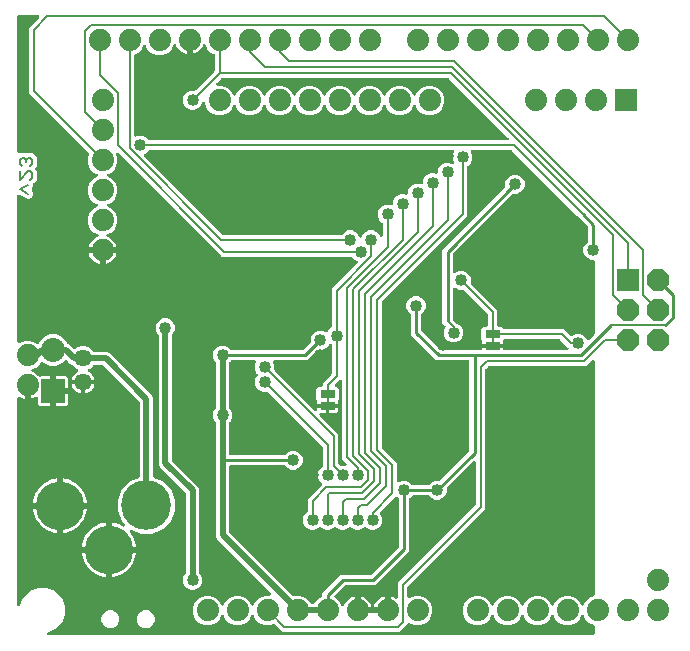
<source format=gbr>
G04 EAGLE Gerber RS-274X export*
G75*
%MOMM*%
%FSLAX34Y34*%
%LPD*%
%INBottom Copper*%
%IPPOS*%
%AMOC8*
5,1,8,0,0,1.08239X$1,22.5*%
G01*
%ADD10C,0.203200*%
%ADD11R,1.879600X1.879600*%
%ADD12P,2.034460X8X292.500000*%
%ADD13C,1.879600*%
%ADD14R,1.270000X0.635000*%
%ADD15C,4.216000*%
%ADD16C,4.114800*%
%ADD17C,1.447800*%
%ADD18R,2.032000X2.032000*%
%ADD19C,2.032000*%
%ADD20C,1.016000*%
%ADD21C,0.889000*%
%ADD22C,0.254000*%
%ADD23C,0.508000*%

G36*
X491608Y4080D02*
X491608Y4080D01*
X491727Y4087D01*
X491765Y4100D01*
X491806Y4105D01*
X491916Y4148D01*
X492029Y4185D01*
X492064Y4207D01*
X492101Y4222D01*
X492197Y4291D01*
X492298Y4355D01*
X492326Y4385D01*
X492359Y4408D01*
X492435Y4500D01*
X492516Y4587D01*
X492536Y4622D01*
X492561Y4653D01*
X492612Y4761D01*
X492670Y4865D01*
X492680Y4905D01*
X492697Y4941D01*
X492719Y5058D01*
X492749Y5173D01*
X492753Y5233D01*
X492757Y5253D01*
X492755Y5274D01*
X492759Y5334D01*
X492759Y12132D01*
X492756Y12161D01*
X492758Y12191D01*
X492736Y12319D01*
X492719Y12448D01*
X492709Y12475D01*
X492704Y12504D01*
X492650Y12623D01*
X492602Y12743D01*
X492585Y12767D01*
X492573Y12794D01*
X492492Y12896D01*
X492416Y13001D01*
X492393Y13019D01*
X492374Y13043D01*
X492271Y13121D01*
X492171Y13203D01*
X492144Y13216D01*
X492120Y13234D01*
X491976Y13305D01*
X488250Y14848D01*
X484748Y18350D01*
X483773Y20705D01*
X483704Y20825D01*
X483639Y20948D01*
X483625Y20963D01*
X483615Y20981D01*
X483518Y21081D01*
X483425Y21184D01*
X483408Y21195D01*
X483394Y21209D01*
X483275Y21282D01*
X483159Y21358D01*
X483140Y21365D01*
X483123Y21376D01*
X482990Y21416D01*
X482858Y21462D01*
X482838Y21463D01*
X482819Y21469D01*
X482680Y21476D01*
X482541Y21487D01*
X482521Y21483D01*
X482501Y21484D01*
X482365Y21456D01*
X482228Y21432D01*
X482209Y21424D01*
X482190Y21420D01*
X482064Y21359D01*
X481938Y21302D01*
X481922Y21289D01*
X481904Y21280D01*
X481798Y21190D01*
X481690Y21103D01*
X481677Y21087D01*
X481662Y21074D01*
X481582Y20960D01*
X481498Y20849D01*
X481486Y20824D01*
X481479Y20814D01*
X481472Y20795D01*
X481427Y20705D01*
X480452Y18350D01*
X476950Y14848D01*
X472376Y12953D01*
X467424Y12953D01*
X462850Y14848D01*
X459348Y18350D01*
X458373Y20705D01*
X458304Y20825D01*
X458239Y20948D01*
X458225Y20963D01*
X458215Y20981D01*
X458118Y21081D01*
X458025Y21184D01*
X458008Y21195D01*
X457994Y21209D01*
X457875Y21282D01*
X457759Y21358D01*
X457740Y21365D01*
X457723Y21376D01*
X457590Y21416D01*
X457458Y21462D01*
X457438Y21463D01*
X457419Y21469D01*
X457280Y21476D01*
X457141Y21487D01*
X457121Y21483D01*
X457101Y21484D01*
X456965Y21456D01*
X456828Y21432D01*
X456809Y21424D01*
X456790Y21420D01*
X456664Y21359D01*
X456538Y21302D01*
X456522Y21289D01*
X456504Y21280D01*
X456398Y21190D01*
X456290Y21103D01*
X456277Y21087D01*
X456262Y21074D01*
X456182Y20960D01*
X456098Y20849D01*
X456086Y20824D01*
X456079Y20814D01*
X456072Y20795D01*
X456027Y20705D01*
X455052Y18350D01*
X451550Y14848D01*
X446976Y12953D01*
X442024Y12953D01*
X437450Y14848D01*
X433948Y18350D01*
X432973Y20705D01*
X432904Y20825D01*
X432839Y20948D01*
X432825Y20963D01*
X432815Y20981D01*
X432718Y21081D01*
X432625Y21184D01*
X432608Y21195D01*
X432594Y21209D01*
X432475Y21282D01*
X432359Y21358D01*
X432340Y21365D01*
X432323Y21376D01*
X432190Y21416D01*
X432058Y21462D01*
X432038Y21463D01*
X432019Y21469D01*
X431880Y21476D01*
X431741Y21487D01*
X431721Y21483D01*
X431701Y21484D01*
X431565Y21456D01*
X431428Y21432D01*
X431409Y21424D01*
X431390Y21420D01*
X431264Y21359D01*
X431138Y21302D01*
X431122Y21289D01*
X431104Y21280D01*
X430998Y21190D01*
X430890Y21103D01*
X430877Y21087D01*
X430862Y21074D01*
X430782Y20960D01*
X430698Y20849D01*
X430686Y20824D01*
X430679Y20814D01*
X430672Y20795D01*
X430627Y20705D01*
X429652Y18350D01*
X426150Y14848D01*
X421576Y12953D01*
X416624Y12953D01*
X412050Y14848D01*
X408548Y18350D01*
X407573Y20705D01*
X407504Y20825D01*
X407439Y20948D01*
X407425Y20963D01*
X407415Y20981D01*
X407318Y21081D01*
X407225Y21184D01*
X407208Y21195D01*
X407194Y21209D01*
X407075Y21282D01*
X406959Y21358D01*
X406940Y21365D01*
X406923Y21376D01*
X406790Y21416D01*
X406658Y21462D01*
X406638Y21463D01*
X406619Y21469D01*
X406480Y21476D01*
X406341Y21487D01*
X406321Y21483D01*
X406301Y21484D01*
X406165Y21456D01*
X406028Y21432D01*
X406009Y21424D01*
X405990Y21420D01*
X405864Y21359D01*
X405738Y21302D01*
X405722Y21289D01*
X405704Y21280D01*
X405598Y21190D01*
X405490Y21103D01*
X405477Y21087D01*
X405462Y21074D01*
X405382Y20960D01*
X405298Y20849D01*
X405286Y20824D01*
X405279Y20814D01*
X405272Y20795D01*
X405227Y20705D01*
X404252Y18350D01*
X400750Y14848D01*
X396176Y12953D01*
X391224Y12953D01*
X386650Y14848D01*
X383148Y18350D01*
X381253Y22924D01*
X381253Y27876D01*
X383148Y32450D01*
X386650Y35952D01*
X391224Y37847D01*
X396176Y37847D01*
X400750Y35952D01*
X404252Y32450D01*
X405227Y30095D01*
X405296Y29975D01*
X405361Y29852D01*
X405375Y29837D01*
X405385Y29819D01*
X405482Y29719D01*
X405575Y29616D01*
X405592Y29605D01*
X405606Y29591D01*
X405724Y29518D01*
X405841Y29442D01*
X405860Y29435D01*
X405877Y29424D01*
X406010Y29384D01*
X406142Y29338D01*
X406162Y29337D01*
X406181Y29331D01*
X406320Y29324D01*
X406459Y29313D01*
X406479Y29317D01*
X406499Y29316D01*
X406635Y29344D01*
X406772Y29368D01*
X406791Y29376D01*
X406810Y29380D01*
X406935Y29441D01*
X407062Y29498D01*
X407078Y29511D01*
X407096Y29520D01*
X407202Y29610D01*
X407310Y29697D01*
X407323Y29713D01*
X407338Y29726D01*
X407418Y29840D01*
X407502Y29951D01*
X407514Y29976D01*
X407521Y29986D01*
X407528Y30005D01*
X407573Y30095D01*
X408548Y32450D01*
X412050Y35952D01*
X416624Y37847D01*
X421576Y37847D01*
X426150Y35952D01*
X429652Y32450D01*
X430627Y30095D01*
X430696Y29975D01*
X430761Y29852D01*
X430775Y29837D01*
X430785Y29819D01*
X430882Y29719D01*
X430975Y29616D01*
X430992Y29605D01*
X431006Y29591D01*
X431124Y29518D01*
X431241Y29442D01*
X431260Y29435D01*
X431277Y29424D01*
X431410Y29384D01*
X431542Y29338D01*
X431562Y29337D01*
X431581Y29331D01*
X431720Y29324D01*
X431859Y29313D01*
X431879Y29317D01*
X431899Y29316D01*
X432035Y29344D01*
X432172Y29368D01*
X432191Y29376D01*
X432210Y29380D01*
X432335Y29441D01*
X432462Y29498D01*
X432478Y29511D01*
X432496Y29520D01*
X432602Y29610D01*
X432710Y29697D01*
X432723Y29713D01*
X432738Y29726D01*
X432818Y29840D01*
X432902Y29951D01*
X432914Y29976D01*
X432921Y29986D01*
X432928Y30005D01*
X432973Y30095D01*
X433948Y32450D01*
X437450Y35952D01*
X442024Y37847D01*
X446976Y37847D01*
X451550Y35952D01*
X455052Y32450D01*
X456027Y30095D01*
X456096Y29975D01*
X456161Y29852D01*
X456175Y29837D01*
X456185Y29819D01*
X456282Y29719D01*
X456375Y29616D01*
X456392Y29605D01*
X456406Y29591D01*
X456524Y29518D01*
X456641Y29442D01*
X456660Y29435D01*
X456677Y29424D01*
X456810Y29384D01*
X456942Y29338D01*
X456962Y29337D01*
X456981Y29331D01*
X457120Y29324D01*
X457259Y29313D01*
X457279Y29317D01*
X457299Y29316D01*
X457435Y29344D01*
X457572Y29368D01*
X457591Y29376D01*
X457610Y29380D01*
X457735Y29441D01*
X457862Y29498D01*
X457878Y29511D01*
X457896Y29520D01*
X458002Y29610D01*
X458110Y29697D01*
X458123Y29713D01*
X458138Y29726D01*
X458218Y29840D01*
X458302Y29951D01*
X458314Y29976D01*
X458321Y29986D01*
X458328Y30005D01*
X458373Y30095D01*
X459348Y32450D01*
X462850Y35952D01*
X467424Y37847D01*
X472376Y37847D01*
X476950Y35952D01*
X480452Y32450D01*
X481427Y30095D01*
X481496Y29975D01*
X481561Y29852D01*
X481575Y29837D01*
X481585Y29819D01*
X481682Y29719D01*
X481775Y29616D01*
X481792Y29605D01*
X481806Y29591D01*
X481924Y29518D01*
X482041Y29442D01*
X482060Y29435D01*
X482077Y29424D01*
X482210Y29384D01*
X482342Y29338D01*
X482362Y29337D01*
X482381Y29331D01*
X482520Y29324D01*
X482659Y29313D01*
X482679Y29317D01*
X482699Y29316D01*
X482835Y29344D01*
X482972Y29368D01*
X482991Y29376D01*
X483010Y29380D01*
X483135Y29441D01*
X483262Y29498D01*
X483278Y29511D01*
X483296Y29520D01*
X483402Y29610D01*
X483510Y29697D01*
X483523Y29713D01*
X483538Y29726D01*
X483618Y29840D01*
X483702Y29951D01*
X483714Y29976D01*
X483721Y29986D01*
X483728Y30005D01*
X483773Y30095D01*
X484748Y32450D01*
X488250Y35952D01*
X491976Y37495D01*
X492001Y37510D01*
X492029Y37519D01*
X492139Y37588D01*
X492252Y37653D01*
X492273Y37673D01*
X492298Y37689D01*
X492387Y37784D01*
X492480Y37874D01*
X492496Y37899D01*
X492516Y37921D01*
X492579Y38035D01*
X492647Y38145D01*
X492655Y38173D01*
X492670Y38199D01*
X492702Y38325D01*
X492740Y38449D01*
X492742Y38479D01*
X492749Y38507D01*
X492759Y38668D01*
X492759Y236297D01*
X492742Y236434D01*
X492729Y236573D01*
X492722Y236592D01*
X492719Y236612D01*
X492668Y236741D01*
X492621Y236872D01*
X492610Y236889D01*
X492602Y236908D01*
X492521Y237020D01*
X492443Y237135D01*
X492427Y237149D01*
X492416Y237165D01*
X492308Y237254D01*
X492204Y237346D01*
X492186Y237355D01*
X492171Y237368D01*
X492045Y237427D01*
X491921Y237490D01*
X491901Y237495D01*
X491883Y237504D01*
X491747Y237530D01*
X491611Y237560D01*
X491590Y237559D01*
X491571Y237563D01*
X491432Y237555D01*
X491293Y237550D01*
X491273Y237545D01*
X491253Y237544D01*
X491121Y237501D01*
X490987Y237462D01*
X490970Y237452D01*
X490951Y237446D01*
X490833Y237371D01*
X490713Y237301D01*
X490692Y237282D01*
X490682Y237275D01*
X490668Y237260D01*
X490593Y237194D01*
X485554Y232155D01*
X403529Y232155D01*
X403431Y232143D01*
X403332Y232140D01*
X403274Y232123D01*
X403214Y232115D01*
X403122Y232079D01*
X403027Y232051D01*
X402975Y232021D01*
X402918Y231998D01*
X402838Y231940D01*
X402753Y231890D01*
X402677Y231824D01*
X402661Y231812D01*
X402653Y231802D01*
X402632Y231784D01*
X400676Y229828D01*
X400616Y229750D01*
X400548Y229678D01*
X400519Y229625D01*
X400482Y229577D01*
X400442Y229486D01*
X400394Y229399D01*
X400379Y229341D01*
X400355Y229285D01*
X400340Y229187D01*
X400315Y229091D01*
X400309Y228991D01*
X400305Y228971D01*
X400307Y228959D01*
X400305Y228931D01*
X400305Y111346D01*
X334636Y45678D01*
X334576Y45600D01*
X334508Y45528D01*
X334479Y45475D01*
X334442Y45427D01*
X334402Y45336D01*
X334354Y45249D01*
X334339Y45191D01*
X334315Y45135D01*
X334300Y45037D01*
X334275Y44941D01*
X334269Y44841D01*
X334265Y44821D01*
X334267Y44809D01*
X334265Y44781D01*
X334265Y37195D01*
X334271Y37146D01*
X334269Y37096D01*
X334291Y36989D01*
X334305Y36879D01*
X334323Y36833D01*
X334333Y36785D01*
X334381Y36686D01*
X334422Y36584D01*
X334451Y36544D01*
X334473Y36499D01*
X334544Y36415D01*
X334608Y36326D01*
X334647Y36295D01*
X334679Y36257D01*
X334769Y36194D01*
X334853Y36124D01*
X334898Y36102D01*
X334939Y36074D01*
X335042Y36035D01*
X335141Y35988D01*
X335190Y35979D01*
X335236Y35961D01*
X335346Y35949D01*
X335453Y35928D01*
X335503Y35931D01*
X335552Y35926D01*
X335661Y35941D01*
X335771Y35948D01*
X335818Y35963D01*
X335867Y35970D01*
X336020Y36022D01*
X340424Y37847D01*
X345376Y37847D01*
X349950Y35952D01*
X353452Y32450D01*
X355347Y27876D01*
X355347Y22924D01*
X353452Y18350D01*
X349950Y14848D01*
X345376Y12953D01*
X340424Y12953D01*
X336020Y14778D01*
X335972Y14791D01*
X335927Y14812D01*
X335819Y14833D01*
X335713Y14862D01*
X335663Y14862D01*
X335614Y14872D01*
X335505Y14865D01*
X335395Y14867D01*
X335347Y14855D01*
X335297Y14852D01*
X335193Y14818D01*
X335086Y14793D01*
X335042Y14769D01*
X334995Y14754D01*
X334902Y14695D01*
X334805Y14644D01*
X334768Y14610D01*
X334726Y14584D01*
X334651Y14504D01*
X334569Y14430D01*
X334542Y14388D01*
X334508Y14352D01*
X334455Y14256D01*
X334395Y14164D01*
X334378Y14117D01*
X334354Y14074D01*
X334327Y13967D01*
X334291Y13863D01*
X334287Y13814D01*
X334275Y13766D01*
X334265Y13605D01*
X334265Y13556D01*
X328074Y7365D01*
X228186Y7365D01*
X225434Y10118D01*
X221961Y13590D01*
X221938Y13608D01*
X221919Y13631D01*
X221813Y13706D01*
X221710Y13785D01*
X221683Y13797D01*
X221659Y13814D01*
X221537Y13860D01*
X221418Y13912D01*
X221389Y13916D01*
X221361Y13927D01*
X221232Y13941D01*
X221104Y13961D01*
X221075Y13959D01*
X221045Y13962D01*
X220917Y13944D01*
X220787Y13932D01*
X220760Y13922D01*
X220730Y13918D01*
X220578Y13865D01*
X218376Y12953D01*
X213424Y12953D01*
X208850Y14848D01*
X205348Y18349D01*
X204373Y20705D01*
X204304Y20826D01*
X204239Y20948D01*
X204225Y20963D01*
X204215Y20981D01*
X204118Y21081D01*
X204025Y21184D01*
X204008Y21195D01*
X203994Y21209D01*
X203876Y21282D01*
X203759Y21358D01*
X203740Y21365D01*
X203723Y21376D01*
X203590Y21416D01*
X203458Y21462D01*
X203438Y21463D01*
X203419Y21469D01*
X203280Y21476D01*
X203141Y21487D01*
X203121Y21483D01*
X203101Y21484D01*
X202965Y21456D01*
X202828Y21432D01*
X202809Y21424D01*
X202790Y21420D01*
X202665Y21359D01*
X202538Y21302D01*
X202522Y21289D01*
X202504Y21280D01*
X202398Y21190D01*
X202290Y21103D01*
X202277Y21087D01*
X202262Y21074D01*
X202182Y20960D01*
X202098Y20849D01*
X202086Y20824D01*
X202079Y20814D01*
X202072Y20795D01*
X202027Y20705D01*
X201052Y18350D01*
X197550Y14848D01*
X192976Y12953D01*
X188024Y12953D01*
X183450Y14848D01*
X179948Y18349D01*
X178973Y20705D01*
X178904Y20826D01*
X178839Y20948D01*
X178825Y20963D01*
X178815Y20981D01*
X178718Y21081D01*
X178625Y21184D01*
X178608Y21195D01*
X178594Y21209D01*
X178476Y21282D01*
X178359Y21358D01*
X178340Y21365D01*
X178323Y21376D01*
X178190Y21416D01*
X178058Y21462D01*
X178038Y21463D01*
X178019Y21469D01*
X177880Y21476D01*
X177741Y21487D01*
X177721Y21483D01*
X177701Y21484D01*
X177565Y21456D01*
X177428Y21432D01*
X177409Y21424D01*
X177390Y21420D01*
X177265Y21359D01*
X177138Y21302D01*
X177122Y21289D01*
X177104Y21280D01*
X176998Y21190D01*
X176890Y21103D01*
X176877Y21087D01*
X176862Y21074D01*
X176782Y20960D01*
X176698Y20849D01*
X176686Y20824D01*
X176679Y20814D01*
X176672Y20795D01*
X176627Y20705D01*
X175652Y18350D01*
X172150Y14848D01*
X167576Y12953D01*
X162624Y12953D01*
X158050Y14848D01*
X154548Y18350D01*
X152653Y22924D01*
X152653Y27876D01*
X154548Y32450D01*
X158050Y35952D01*
X162624Y37847D01*
X167576Y37847D01*
X172150Y35952D01*
X175652Y32450D01*
X176627Y30095D01*
X176696Y29975D01*
X176761Y29852D01*
X176775Y29837D01*
X176785Y29819D01*
X176882Y29719D01*
X176975Y29616D01*
X176992Y29605D01*
X177006Y29591D01*
X177125Y29518D01*
X177241Y29442D01*
X177260Y29435D01*
X177277Y29424D01*
X177410Y29383D01*
X177542Y29338D01*
X177562Y29337D01*
X177581Y29331D01*
X177720Y29324D01*
X177859Y29313D01*
X177879Y29317D01*
X177899Y29316D01*
X178035Y29344D01*
X178172Y29368D01*
X178191Y29376D01*
X178210Y29380D01*
X178336Y29441D01*
X178462Y29498D01*
X178478Y29511D01*
X178496Y29520D01*
X178602Y29610D01*
X178710Y29697D01*
X178723Y29713D01*
X178738Y29726D01*
X178818Y29840D01*
X178902Y29951D01*
X178914Y29976D01*
X178921Y29986D01*
X178928Y30005D01*
X178973Y30095D01*
X179948Y32451D01*
X183450Y35952D01*
X188024Y37847D01*
X192976Y37847D01*
X197550Y35952D01*
X201052Y32450D01*
X202027Y30095D01*
X202096Y29975D01*
X202161Y29852D01*
X202175Y29837D01*
X202185Y29819D01*
X202282Y29719D01*
X202375Y29616D01*
X202392Y29605D01*
X202406Y29591D01*
X202525Y29518D01*
X202641Y29442D01*
X202660Y29435D01*
X202677Y29424D01*
X202810Y29383D01*
X202942Y29338D01*
X202962Y29337D01*
X202981Y29331D01*
X203120Y29324D01*
X203259Y29313D01*
X203279Y29317D01*
X203299Y29316D01*
X203435Y29344D01*
X203572Y29368D01*
X203591Y29376D01*
X203610Y29380D01*
X203736Y29441D01*
X203862Y29498D01*
X203878Y29511D01*
X203896Y29520D01*
X204002Y29610D01*
X204110Y29697D01*
X204123Y29713D01*
X204138Y29726D01*
X204218Y29840D01*
X204302Y29951D01*
X204314Y29976D01*
X204321Y29986D01*
X204328Y30005D01*
X204373Y30095D01*
X205348Y32451D01*
X208850Y35952D01*
X213424Y37847D01*
X217885Y37847D01*
X218023Y37864D01*
X218162Y37877D01*
X218181Y37884D01*
X218201Y37887D01*
X218330Y37938D01*
X218461Y37985D01*
X218478Y37996D01*
X218497Y38004D01*
X218609Y38085D01*
X218724Y38163D01*
X218738Y38179D01*
X218754Y38190D01*
X218843Y38298D01*
X218935Y38402D01*
X218944Y38420D01*
X218957Y38435D01*
X219016Y38561D01*
X219079Y38685D01*
X219084Y38705D01*
X219092Y38723D01*
X219118Y38859D01*
X219149Y38995D01*
X219148Y39016D01*
X219152Y39035D01*
X219143Y39174D01*
X219139Y39313D01*
X219134Y39333D01*
X219132Y39353D01*
X219090Y39485D01*
X219051Y39619D01*
X219041Y39636D01*
X219034Y39655D01*
X218960Y39773D01*
X218889Y39893D01*
X218871Y39914D01*
X218864Y39924D01*
X218849Y39938D01*
X218783Y40013D01*
X173062Y85734D01*
X172211Y87788D01*
X172211Y184067D01*
X172199Y184165D01*
X172196Y184264D01*
X172179Y184323D01*
X172171Y184383D01*
X172135Y184475D01*
X172107Y184570D01*
X172077Y184622D01*
X172054Y184678D01*
X171996Y184758D01*
X171946Y184844D01*
X171880Y184919D01*
X171868Y184936D01*
X171858Y184944D01*
X171840Y184965D01*
X170909Y185895D01*
X169671Y188883D01*
X169671Y192117D01*
X170909Y195105D01*
X171840Y196035D01*
X171900Y196114D01*
X171968Y196186D01*
X171997Y196239D01*
X172034Y196287D01*
X172074Y196378D01*
X172122Y196464D01*
X172137Y196523D01*
X172161Y196578D01*
X172176Y196676D01*
X172201Y196772D01*
X172207Y196872D01*
X172211Y196893D01*
X172209Y196905D01*
X172211Y196933D01*
X172211Y234867D01*
X172199Y234965D01*
X172196Y235064D01*
X172179Y235123D01*
X172171Y235183D01*
X172135Y235275D01*
X172107Y235370D01*
X172077Y235422D01*
X172054Y235478D01*
X171996Y235558D01*
X171946Y235644D01*
X171880Y235719D01*
X171868Y235736D01*
X171858Y235744D01*
X171840Y235765D01*
X170909Y236695D01*
X169671Y239683D01*
X169671Y242917D01*
X170909Y245905D01*
X173195Y248191D01*
X176183Y249429D01*
X179417Y249429D01*
X182405Y248191D01*
X184605Y245990D01*
X184684Y245930D01*
X184756Y245862D01*
X184809Y245833D01*
X184857Y245796D01*
X184948Y245756D01*
X185034Y245708D01*
X185093Y245693D01*
X185148Y245669D01*
X185246Y245654D01*
X185342Y245629D01*
X185442Y245623D01*
X185462Y245619D01*
X185475Y245621D01*
X185503Y245619D01*
X245485Y245619D01*
X245584Y245631D01*
X245683Y245634D01*
X245741Y245651D01*
X245801Y245659D01*
X245893Y245695D01*
X245988Y245723D01*
X246040Y245753D01*
X246097Y245776D01*
X246177Y245834D01*
X246262Y245884D01*
X246337Y245950D01*
X246354Y245962D01*
X246362Y245972D01*
X246383Y245990D01*
X252000Y251607D01*
X252060Y251685D01*
X252128Y251758D01*
X252157Y251811D01*
X252194Y251858D01*
X252234Y251949D01*
X252282Y252036D01*
X252297Y252095D01*
X252321Y252150D01*
X252336Y252248D01*
X252361Y252344D01*
X252367Y252444D01*
X252371Y252464D01*
X252369Y252477D01*
X252371Y252505D01*
X252371Y255617D01*
X253609Y258605D01*
X255895Y260891D01*
X258883Y262129D01*
X262117Y262129D01*
X265195Y260854D01*
X265210Y260842D01*
X265256Y260822D01*
X265297Y260795D01*
X265401Y260760D01*
X265502Y260716D01*
X265551Y260708D01*
X265598Y260692D01*
X265707Y260683D01*
X265816Y260666D01*
X265866Y260671D01*
X265915Y260667D01*
X266023Y260685D01*
X266133Y260696D01*
X266179Y260713D01*
X266228Y260721D01*
X266328Y260766D01*
X266432Y260803D01*
X266473Y260831D01*
X266518Y260852D01*
X266604Y260920D01*
X266695Y260982D01*
X266728Y261019D01*
X266767Y261050D01*
X266833Y261138D01*
X266905Y261220D01*
X266928Y261265D01*
X266958Y261304D01*
X267029Y261449D01*
X267429Y262415D01*
X269884Y264869D01*
X269944Y264948D01*
X270012Y265020D01*
X270041Y265073D01*
X270078Y265121D01*
X270118Y265212D01*
X270166Y265298D01*
X270181Y265357D01*
X270205Y265412D01*
X270220Y265510D01*
X270245Y265606D01*
X270251Y265706D01*
X270255Y265727D01*
X270253Y265739D01*
X270255Y265767D01*
X270255Y297594D01*
X291991Y319329D01*
X292021Y319369D01*
X292058Y319402D01*
X292118Y319494D01*
X292186Y319581D01*
X292206Y319626D01*
X292233Y319668D01*
X292268Y319771D01*
X292312Y319872D01*
X292320Y319922D01*
X292336Y319968D01*
X292345Y320078D01*
X292362Y320186D01*
X292357Y320236D01*
X292361Y320286D01*
X292343Y320394D01*
X292332Y320503D01*
X292315Y320550D01*
X292307Y320599D01*
X292262Y320699D01*
X292225Y320802D01*
X292197Y320843D01*
X292176Y320889D01*
X292108Y320975D01*
X292046Y321066D01*
X292009Y321098D01*
X291978Y321137D01*
X291890Y321203D01*
X291808Y321276D01*
X291763Y321299D01*
X291724Y321328D01*
X291579Y321399D01*
X290035Y322039D01*
X287581Y324494D01*
X287502Y324554D01*
X287430Y324622D01*
X287377Y324651D01*
X287329Y324688D01*
X287238Y324728D01*
X287152Y324776D01*
X287093Y324791D01*
X287038Y324815D01*
X286940Y324830D01*
X286844Y324855D01*
X286744Y324861D01*
X286723Y324865D01*
X286711Y324863D01*
X286683Y324865D01*
X177386Y324865D01*
X89815Y412437D01*
X89760Y412480D01*
X89711Y412530D01*
X89635Y412577D01*
X89564Y412632D01*
X89499Y412659D01*
X89440Y412696D01*
X89354Y412722D01*
X89272Y412758D01*
X89203Y412769D01*
X89136Y412790D01*
X89047Y412794D01*
X88958Y412808D01*
X88888Y412801D01*
X88818Y412805D01*
X88731Y412787D01*
X88641Y412778D01*
X88575Y412754D01*
X88507Y412740D01*
X88426Y412701D01*
X88342Y412671D01*
X88284Y412631D01*
X88221Y412601D01*
X88153Y412542D01*
X88079Y412492D01*
X88032Y412440D01*
X87979Y412394D01*
X87928Y412321D01*
X87868Y412253D01*
X87836Y412191D01*
X87796Y412134D01*
X87764Y412050D01*
X87723Y411970D01*
X87708Y411902D01*
X87683Y411837D01*
X87673Y411748D01*
X87654Y411660D01*
X87656Y411590D01*
X87648Y411521D01*
X87661Y411432D01*
X87663Y411342D01*
X87683Y411275D01*
X87693Y411206D01*
X87745Y411054D01*
X88647Y408876D01*
X88647Y403924D01*
X86752Y399350D01*
X83250Y395848D01*
X80895Y394873D01*
X80841Y394842D01*
X80829Y394837D01*
X80816Y394827D01*
X80775Y394804D01*
X80652Y394739D01*
X80637Y394725D01*
X80619Y394715D01*
X80519Y394618D01*
X80416Y394525D01*
X80405Y394508D01*
X80391Y394494D01*
X80318Y394375D01*
X80242Y394259D01*
X80235Y394240D01*
X80224Y394223D01*
X80184Y394090D01*
X80138Y393958D01*
X80137Y393938D01*
X80131Y393919D01*
X80124Y393780D01*
X80113Y393641D01*
X80117Y393621D01*
X80116Y393601D01*
X80144Y393465D01*
X80168Y393328D01*
X80176Y393309D01*
X80180Y393290D01*
X80241Y393164D01*
X80298Y393038D01*
X80311Y393022D01*
X80320Y393004D01*
X80410Y392898D01*
X80497Y392790D01*
X80513Y392777D01*
X80526Y392762D01*
X80640Y392682D01*
X80751Y392598D01*
X80776Y392586D01*
X80786Y392579D01*
X80805Y392572D01*
X80895Y392527D01*
X83250Y391552D01*
X86752Y388050D01*
X88647Y383476D01*
X88647Y378524D01*
X86752Y373950D01*
X83251Y370448D01*
X80895Y369473D01*
X80774Y369404D01*
X80652Y369339D01*
X80637Y369325D01*
X80619Y369315D01*
X80519Y369218D01*
X80416Y369125D01*
X80405Y369108D01*
X80391Y369094D01*
X80318Y368976D01*
X80242Y368859D01*
X80235Y368840D01*
X80224Y368823D01*
X80184Y368690D01*
X80138Y368558D01*
X80137Y368538D01*
X80131Y368519D01*
X80124Y368380D01*
X80113Y368241D01*
X80117Y368221D01*
X80116Y368201D01*
X80144Y368065D01*
X80168Y367928D01*
X80176Y367909D01*
X80180Y367890D01*
X80241Y367765D01*
X80298Y367638D01*
X80311Y367622D01*
X80320Y367604D01*
X80410Y367498D01*
X80497Y367390D01*
X80513Y367377D01*
X80526Y367362D01*
X80640Y367282D01*
X80751Y367198D01*
X80776Y367186D01*
X80786Y367179D01*
X80805Y367172D01*
X80895Y367127D01*
X83250Y366152D01*
X86752Y362650D01*
X88647Y358076D01*
X88647Y353124D01*
X86752Y348550D01*
X83250Y345048D01*
X80225Y343795D01*
X80199Y343780D01*
X80170Y343771D01*
X80061Y343701D01*
X79948Y343637D01*
X79927Y343616D01*
X79902Y343600D01*
X79813Y343506D01*
X79720Y343416D01*
X79704Y343390D01*
X79684Y343369D01*
X79621Y343255D01*
X79554Y343145D01*
X79545Y343116D01*
X79531Y343090D01*
X79498Y342965D01*
X79460Y342841D01*
X79459Y342811D01*
X79451Y342782D01*
X79451Y342652D01*
X79445Y342523D01*
X79451Y342494D01*
X79451Y342464D01*
X79483Y342339D01*
X79509Y342212D01*
X79522Y342185D01*
X79530Y342156D01*
X79592Y342043D01*
X79649Y341926D01*
X79668Y341903D01*
X79683Y341877D01*
X79771Y341783D01*
X79855Y341684D01*
X79880Y341667D01*
X79900Y341645D01*
X80009Y341576D01*
X80115Y341501D01*
X80143Y341490D01*
X80169Y341474D01*
X80318Y341415D01*
X80783Y341264D01*
X82457Y340411D01*
X83978Y339306D01*
X85306Y337978D01*
X86411Y336457D01*
X87264Y334783D01*
X87845Y332996D01*
X87885Y332739D01*
X77470Y332739D01*
X77352Y332724D01*
X77233Y332717D01*
X77195Y332704D01*
X77155Y332699D01*
X77044Y332656D01*
X76931Y332619D01*
X76897Y332597D01*
X76859Y332582D01*
X76763Y332512D01*
X76662Y332449D01*
X76634Y332419D01*
X76602Y332395D01*
X76526Y332304D01*
X76444Y332217D01*
X76425Y332182D01*
X76399Y332151D01*
X76348Y332043D01*
X76291Y331939D01*
X76280Y331899D01*
X76263Y331863D01*
X76241Y331746D01*
X76211Y331631D01*
X76207Y331570D01*
X76203Y331550D01*
X76205Y331530D01*
X76201Y331470D01*
X76201Y330199D01*
X76199Y330199D01*
X76199Y331470D01*
X76184Y331588D01*
X76177Y331707D01*
X76164Y331745D01*
X76159Y331785D01*
X76115Y331896D01*
X76079Y332009D01*
X76057Y332044D01*
X76042Y332081D01*
X75972Y332177D01*
X75909Y332278D01*
X75879Y332306D01*
X75855Y332339D01*
X75764Y332414D01*
X75677Y332496D01*
X75642Y332516D01*
X75610Y332541D01*
X75503Y332592D01*
X75398Y332650D01*
X75359Y332660D01*
X75323Y332677D01*
X75206Y332699D01*
X75091Y332729D01*
X75030Y332733D01*
X75010Y332737D01*
X74990Y332735D01*
X74930Y332739D01*
X64515Y332739D01*
X64555Y332996D01*
X65136Y334783D01*
X65989Y336457D01*
X67094Y337978D01*
X68422Y339306D01*
X69943Y340411D01*
X71617Y341264D01*
X72082Y341415D01*
X72109Y341428D01*
X72138Y341435D01*
X72252Y341495D01*
X72370Y341550D01*
X72393Y341569D01*
X72419Y341583D01*
X72515Y341670D01*
X72615Y341753D01*
X72632Y341777D01*
X72654Y341797D01*
X72726Y341906D01*
X72802Y342010D01*
X72813Y342038D01*
X72829Y342063D01*
X72871Y342186D01*
X72919Y342306D01*
X72923Y342336D01*
X72932Y342364D01*
X72943Y342493D01*
X72959Y342621D01*
X72955Y342651D01*
X72958Y342681D01*
X72935Y342809D01*
X72919Y342937D01*
X72908Y342965D01*
X72903Y342994D01*
X72850Y343112D01*
X72802Y343233D01*
X72785Y343257D01*
X72773Y343284D01*
X72692Y343385D01*
X72616Y343490D01*
X72593Y343509D01*
X72574Y343533D01*
X72470Y343611D01*
X72371Y343693D01*
X72344Y343706D01*
X72320Y343724D01*
X72175Y343795D01*
X69150Y345048D01*
X65648Y348550D01*
X63753Y353124D01*
X63753Y358076D01*
X65648Y362650D01*
X69150Y366152D01*
X71505Y367127D01*
X71625Y367196D01*
X71748Y367261D01*
X71763Y367275D01*
X71781Y367285D01*
X71881Y367382D01*
X71984Y367475D01*
X71995Y367492D01*
X72009Y367506D01*
X72082Y367625D01*
X72158Y367741D01*
X72165Y367760D01*
X72176Y367777D01*
X72217Y367910D01*
X72262Y368042D01*
X72263Y368062D01*
X72269Y368081D01*
X72276Y368220D01*
X72287Y368359D01*
X72283Y368379D01*
X72284Y368399D01*
X72256Y368535D01*
X72232Y368672D01*
X72224Y368691D01*
X72220Y368710D01*
X72159Y368836D01*
X72102Y368962D01*
X72089Y368978D01*
X72080Y368996D01*
X71990Y369102D01*
X71903Y369210D01*
X71887Y369223D01*
X71874Y369238D01*
X71760Y369318D01*
X71649Y369402D01*
X71624Y369414D01*
X71614Y369421D01*
X71595Y369428D01*
X71505Y369473D01*
X69149Y370448D01*
X65648Y373950D01*
X63753Y378524D01*
X63753Y383476D01*
X65648Y388050D01*
X69150Y391552D01*
X71505Y392527D01*
X71625Y392596D01*
X71748Y392661D01*
X71763Y392675D01*
X71781Y392685D01*
X71881Y392782D01*
X71984Y392875D01*
X71995Y392892D01*
X72009Y392906D01*
X72082Y393024D01*
X72158Y393141D01*
X72165Y393160D01*
X72176Y393177D01*
X72216Y393310D01*
X72262Y393442D01*
X72263Y393462D01*
X72269Y393481D01*
X72276Y393620D01*
X72287Y393759D01*
X72283Y393779D01*
X72284Y393799D01*
X72256Y393935D01*
X72232Y394072D01*
X72224Y394091D01*
X72220Y394110D01*
X72159Y394235D01*
X72102Y394362D01*
X72089Y394378D01*
X72080Y394396D01*
X71990Y394502D01*
X71903Y394610D01*
X71887Y394623D01*
X71874Y394638D01*
X71760Y394718D01*
X71649Y394802D01*
X71624Y394814D01*
X71614Y394821D01*
X71595Y394828D01*
X71505Y394873D01*
X69150Y395848D01*
X65648Y399350D01*
X63753Y403924D01*
X63753Y408876D01*
X64665Y411078D01*
X64673Y411106D01*
X64687Y411133D01*
X64715Y411260D01*
X64749Y411385D01*
X64750Y411414D01*
X64756Y411443D01*
X64752Y411573D01*
X64754Y411703D01*
X64748Y411732D01*
X64747Y411761D01*
X64711Y411886D01*
X64680Y412012D01*
X64666Y412038D01*
X64658Y412067D01*
X64592Y412178D01*
X64532Y412293D01*
X64512Y412315D01*
X64497Y412340D01*
X64390Y412461D01*
X13715Y463136D01*
X13715Y518574D01*
X16468Y521326D01*
X22310Y527169D01*
X22395Y527278D01*
X22484Y527385D01*
X22493Y527404D01*
X22505Y527420D01*
X22561Y527548D01*
X22620Y527673D01*
X22623Y527693D01*
X22631Y527712D01*
X22653Y527850D01*
X22679Y527986D01*
X22678Y528006D01*
X22681Y528026D01*
X22668Y528165D01*
X22660Y528303D01*
X22653Y528322D01*
X22651Y528342D01*
X22604Y528474D01*
X22562Y528605D01*
X22551Y528623D01*
X22544Y528642D01*
X22466Y528757D01*
X22391Y528874D01*
X22377Y528888D01*
X22365Y528905D01*
X22261Y528997D01*
X22160Y529092D01*
X22142Y529102D01*
X22127Y529115D01*
X22003Y529179D01*
X21881Y529246D01*
X21862Y529251D01*
X21844Y529260D01*
X21708Y529290D01*
X21573Y529325D01*
X21545Y529327D01*
X21533Y529330D01*
X21513Y529329D01*
X21413Y529335D01*
X5334Y529335D01*
X5216Y529320D01*
X5097Y529313D01*
X5059Y529300D01*
X5018Y529295D01*
X4908Y529252D01*
X4795Y529215D01*
X4760Y529193D01*
X4723Y529178D01*
X4627Y529109D01*
X4526Y529045D01*
X4498Y529015D01*
X4465Y528992D01*
X4389Y528900D01*
X4308Y528813D01*
X4288Y528778D01*
X4263Y528747D01*
X4212Y528639D01*
X4154Y528535D01*
X4144Y528495D01*
X4127Y528459D01*
X4105Y528342D01*
X4075Y528227D01*
X4071Y528167D01*
X4067Y528147D01*
X4069Y528126D01*
X4065Y528066D01*
X4065Y413714D01*
X4082Y413576D01*
X4095Y413437D01*
X4102Y413418D01*
X4105Y413398D01*
X4156Y413269D01*
X4203Y413138D01*
X4214Y413121D01*
X4222Y413103D01*
X4303Y412990D01*
X4381Y412875D01*
X4397Y412862D01*
X4408Y412845D01*
X4516Y412757D01*
X4620Y412665D01*
X4638Y412655D01*
X4653Y412642D01*
X4779Y412583D01*
X4903Y412520D01*
X4923Y412516D01*
X4941Y412507D01*
X5077Y412481D01*
X5213Y412450D01*
X5234Y412451D01*
X5253Y412447D01*
X5392Y412456D01*
X5531Y412460D01*
X5551Y412466D01*
X5571Y412467D01*
X5703Y412510D01*
X5837Y412548D01*
X5854Y412559D01*
X5873Y412565D01*
X5991Y412639D01*
X6111Y412710D01*
X6132Y412729D01*
X6142Y412735D01*
X6156Y412750D01*
X6186Y412777D01*
X9700Y412777D01*
X11864Y412777D01*
X15039Y412777D01*
X16677Y412777D01*
X18085Y411369D01*
X20838Y408616D01*
X20838Y405583D01*
X20838Y405176D01*
X20838Y404724D01*
X20838Y404723D01*
X20838Y401690D01*
X19352Y400203D01*
X19278Y400109D01*
X19200Y400020D01*
X19181Y399984D01*
X19157Y399952D01*
X19109Y399843D01*
X19055Y399737D01*
X19046Y399698D01*
X19030Y399660D01*
X19012Y399543D01*
X18986Y399427D01*
X18987Y399386D01*
X18980Y399346D01*
X18992Y399228D01*
X18995Y399109D01*
X19006Y399070D01*
X19010Y399030D01*
X19051Y398918D01*
X19084Y398803D01*
X19104Y398768D01*
X19118Y398730D01*
X19185Y398632D01*
X19245Y398529D01*
X19285Y398484D01*
X19296Y398467D01*
X19312Y398454D01*
X19352Y398408D01*
X20838Y396922D01*
X20838Y393889D01*
X20838Y393436D01*
X20838Y393030D01*
X20838Y393029D01*
X20838Y389996D01*
X18086Y387243D01*
X18085Y387243D01*
X17875Y387033D01*
X17829Y386974D01*
X17776Y386921D01*
X17732Y386849D01*
X17680Y386781D01*
X17650Y386713D01*
X17612Y386649D01*
X17587Y386568D01*
X17553Y386489D01*
X17542Y386416D01*
X17520Y386344D01*
X17517Y386260D01*
X17503Y386175D01*
X17510Y386101D01*
X17507Y386027D01*
X17525Y385944D01*
X17533Y385859D01*
X17559Y385789D01*
X17574Y385716D01*
X17605Y385643D01*
X16446Y382166D01*
X16444Y382157D01*
X16441Y382149D01*
X16414Y382003D01*
X16384Y381854D01*
X16385Y381845D01*
X16383Y381837D01*
X16393Y381687D01*
X16402Y381537D01*
X16404Y381528D01*
X16405Y381519D01*
X16446Y381364D01*
X17603Y377894D01*
X16097Y374882D01*
X12902Y373817D01*
X5902Y377318D01*
X5812Y377349D01*
X5727Y377389D01*
X5663Y377402D01*
X5602Y377423D01*
X5507Y377431D01*
X5414Y377449D01*
X5350Y377445D01*
X5285Y377451D01*
X5191Y377435D01*
X5097Y377429D01*
X5035Y377409D01*
X4971Y377399D01*
X4884Y377361D01*
X4795Y377331D01*
X4740Y377297D01*
X4680Y377270D01*
X4606Y377212D01*
X4526Y377161D01*
X4481Y377114D01*
X4430Y377074D01*
X4373Y376999D01*
X4308Y376930D01*
X4277Y376873D01*
X4237Y376821D01*
X4200Y376734D01*
X4154Y376651D01*
X4138Y376588D01*
X4113Y376528D01*
X4099Y376435D01*
X4075Y376343D01*
X4068Y376232D01*
X4065Y376214D01*
X4066Y376204D01*
X4065Y376182D01*
X4065Y253095D01*
X4071Y253046D01*
X4069Y252996D01*
X4091Y252889D01*
X4105Y252779D01*
X4123Y252733D01*
X4133Y252685D01*
X4181Y252586D01*
X4222Y252484D01*
X4251Y252444D01*
X4273Y252399D01*
X4344Y252315D01*
X4408Y252226D01*
X4447Y252195D01*
X4479Y252157D01*
X4569Y252094D01*
X4653Y252024D01*
X4698Y252002D01*
X4739Y251974D01*
X4842Y251935D01*
X4941Y251888D01*
X4990Y251879D01*
X5036Y251861D01*
X5146Y251849D01*
X5253Y251828D01*
X5303Y251831D01*
X5352Y251826D01*
X5461Y251841D01*
X5571Y251848D01*
X5618Y251863D01*
X5667Y251870D01*
X5820Y251922D01*
X10224Y253747D01*
X15176Y253747D01*
X19751Y251852D01*
X20345Y251257D01*
X20385Y251227D01*
X20418Y251190D01*
X20510Y251129D01*
X20597Y251062D01*
X20642Y251042D01*
X20684Y251015D01*
X20788Y250979D01*
X20889Y250936D01*
X20938Y250928D01*
X20985Y250912D01*
X21094Y250903D01*
X21203Y250886D01*
X21252Y250890D01*
X21302Y250886D01*
X21410Y250905D01*
X21519Y250916D01*
X21566Y250932D01*
X21615Y250941D01*
X21715Y250986D01*
X21819Y251023D01*
X21860Y251051D01*
X21905Y251071D01*
X21991Y251140D01*
X22082Y251202D01*
X22115Y251239D01*
X22153Y251270D01*
X22220Y251358D01*
X22292Y251440D01*
X22315Y251484D01*
X22345Y251524D01*
X22416Y251669D01*
X23092Y253302D01*
X26808Y257018D01*
X31663Y259029D01*
X36917Y259029D01*
X41772Y257018D01*
X45488Y253302D01*
X46102Y251819D01*
X46151Y251733D01*
X46192Y251643D01*
X46230Y251596D01*
X46260Y251543D01*
X46328Y251472D01*
X46390Y251394D01*
X46439Y251358D01*
X46481Y251315D01*
X46565Y251263D01*
X46644Y251203D01*
X46735Y251159D01*
X46752Y251148D01*
X46764Y251145D01*
X46789Y251132D01*
X48176Y250558D01*
X51740Y246994D01*
X51834Y246921D01*
X51923Y246842D01*
X51959Y246824D01*
X51991Y246799D01*
X52100Y246752D01*
X52206Y246697D01*
X52246Y246689D01*
X52283Y246673D01*
X52401Y246654D01*
X52517Y246628D01*
X52557Y246629D01*
X52597Y246623D01*
X52716Y246634D01*
X52835Y246638D01*
X52873Y246649D01*
X52914Y246653D01*
X53026Y246693D01*
X53140Y246726D01*
X53175Y246746D01*
X53213Y246760D01*
X53311Y246827D01*
X53414Y246887D01*
X53459Y246927D01*
X53476Y246939D01*
X53490Y246954D01*
X53535Y246994D01*
X53863Y247322D01*
X57644Y248888D01*
X61736Y248888D01*
X65518Y247322D01*
X68279Y244560D01*
X68357Y244500D01*
X68429Y244432D01*
X68482Y244403D01*
X68530Y244366D01*
X68621Y244326D01*
X68707Y244278D01*
X68766Y244263D01*
X68822Y244239D01*
X68920Y244224D01*
X69015Y244199D01*
X69115Y244193D01*
X69136Y244189D01*
X69148Y244191D01*
X69176Y244189D01*
X80012Y244189D01*
X82066Y243338D01*
X118116Y207288D01*
X118967Y205234D01*
X118967Y138950D01*
X118970Y138921D01*
X118968Y138891D01*
X118990Y138763D01*
X119007Y138634D01*
X119017Y138607D01*
X119022Y138578D01*
X119076Y138459D01*
X119124Y138339D01*
X119141Y138315D01*
X119153Y138288D01*
X119234Y138186D01*
X119310Y138081D01*
X119333Y138062D01*
X119352Y138039D01*
X119455Y137961D01*
X119555Y137879D01*
X119582Y137866D01*
X119606Y137848D01*
X119750Y137777D01*
X127046Y134755D01*
X133833Y127968D01*
X137507Y119100D01*
X137507Y109500D01*
X133833Y100632D01*
X127046Y93845D01*
X118178Y90171D01*
X108578Y90171D01*
X100925Y93341D01*
X100777Y93382D01*
X100622Y93425D01*
X100620Y93425D01*
X100619Y93425D01*
X100457Y93428D01*
X100304Y93431D01*
X100302Y93430D01*
X100301Y93430D01*
X100143Y93393D01*
X99994Y93357D01*
X99993Y93357D01*
X99991Y93356D01*
X99853Y93283D01*
X99713Y93209D01*
X99712Y93208D01*
X99710Y93207D01*
X99596Y93103D01*
X99477Y92996D01*
X99476Y92995D01*
X99475Y92994D01*
X99387Y92860D01*
X99302Y92731D01*
X99301Y92729D01*
X99300Y92728D01*
X99249Y92579D01*
X99198Y92430D01*
X99197Y92428D01*
X99197Y92427D01*
X99184Y92269D01*
X99172Y92113D01*
X99172Y92112D01*
X99172Y92110D01*
X99199Y91950D01*
X99225Y91800D01*
X99226Y91798D01*
X99226Y91797D01*
X99295Y91643D01*
X99355Y91509D01*
X99356Y91508D01*
X99357Y91507D01*
X99359Y91504D01*
X99447Y91377D01*
X100481Y90081D01*
X101862Y87883D01*
X102989Y85544D01*
X103846Y83093D01*
X104424Y80562D01*
X104575Y79223D01*
X84139Y79223D01*
X84139Y99659D01*
X85478Y99508D01*
X88009Y98930D01*
X90460Y98073D01*
X92799Y96946D01*
X93511Y96499D01*
X93527Y96492D01*
X93540Y96481D01*
X93671Y96424D01*
X93799Y96365D01*
X93816Y96361D01*
X93832Y96355D01*
X93973Y96332D01*
X94112Y96306D01*
X94129Y96308D01*
X94146Y96305D01*
X94288Y96318D01*
X94429Y96328D01*
X94446Y96333D01*
X94463Y96335D01*
X94597Y96383D01*
X94732Y96427D01*
X94746Y96436D01*
X94762Y96442D01*
X94880Y96522D01*
X94999Y96599D01*
X95011Y96611D01*
X95025Y96621D01*
X95119Y96727D01*
X95216Y96831D01*
X95224Y96846D01*
X95236Y96859D01*
X95300Y96986D01*
X95368Y97111D01*
X95373Y97127D01*
X95380Y97142D01*
X95411Y97280D01*
X95446Y97419D01*
X95446Y97436D01*
X95450Y97453D01*
X95446Y97594D01*
X95445Y97737D01*
X95441Y97754D01*
X95440Y97771D01*
X95401Y97907D01*
X95365Y98045D01*
X95357Y98060D01*
X95352Y98076D01*
X95280Y98198D01*
X95211Y98323D01*
X95199Y98335D01*
X95190Y98350D01*
X95084Y98471D01*
X92923Y100632D01*
X89249Y109500D01*
X89249Y119100D01*
X92923Y127968D01*
X99710Y134755D01*
X107006Y137777D01*
X107031Y137792D01*
X107059Y137801D01*
X107169Y137870D01*
X107282Y137935D01*
X107303Y137955D01*
X107328Y137971D01*
X107417Y138066D01*
X107510Y138156D01*
X107526Y138181D01*
X107546Y138203D01*
X107609Y138316D01*
X107677Y138427D01*
X107685Y138455D01*
X107700Y138481D01*
X107732Y138607D01*
X107770Y138731D01*
X107772Y138761D01*
X107779Y138789D01*
X107789Y138950D01*
X107789Y201281D01*
X107777Y201380D01*
X107774Y201479D01*
X107757Y201537D01*
X107749Y201597D01*
X107713Y201689D01*
X107685Y201784D01*
X107655Y201836D01*
X107632Y201893D01*
X107574Y201973D01*
X107524Y202058D01*
X107458Y202133D01*
X107446Y202150D01*
X107436Y202158D01*
X107418Y202179D01*
X76957Y232640D01*
X76879Y232700D01*
X76806Y232768D01*
X76753Y232797D01*
X76706Y232834D01*
X76615Y232874D01*
X76528Y232922D01*
X76469Y232937D01*
X76414Y232961D01*
X76316Y232976D01*
X76220Y233001D01*
X76120Y233007D01*
X76100Y233011D01*
X76087Y233009D01*
X76059Y233011D01*
X69176Y233011D01*
X69078Y232999D01*
X68979Y232996D01*
X68921Y232979D01*
X68861Y232971D01*
X68768Y232935D01*
X68673Y232907D01*
X68621Y232877D01*
X68565Y232854D01*
X68485Y232796D01*
X68399Y232746D01*
X68324Y232680D01*
X68308Y232668D01*
X68300Y232658D01*
X68279Y232640D01*
X65518Y229878D01*
X64519Y229465D01*
X64442Y229421D01*
X64359Y229385D01*
X64304Y229342D01*
X64243Y229307D01*
X64179Y229245D01*
X64108Y229190D01*
X64065Y229135D01*
X64015Y229086D01*
X63968Y229010D01*
X63913Y228939D01*
X63885Y228875D01*
X63848Y228815D01*
X63822Y228729D01*
X63786Y228647D01*
X63775Y228578D01*
X63755Y228511D01*
X63751Y228422D01*
X63736Y228333D01*
X63743Y228264D01*
X63740Y228193D01*
X63758Y228106D01*
X63766Y228017D01*
X63790Y227951D01*
X63804Y227882D01*
X63843Y227802D01*
X63874Y227717D01*
X63913Y227659D01*
X63944Y227596D01*
X64002Y227528D01*
X64052Y227454D01*
X64105Y227408D01*
X64150Y227354D01*
X64223Y227303D01*
X64290Y227244D01*
X64398Y227180D01*
X64410Y227171D01*
X64416Y227169D01*
X64429Y227161D01*
X64816Y226964D01*
X66061Y226060D01*
X67150Y224971D01*
X68054Y223726D01*
X68753Y222354D01*
X69229Y220890D01*
X69315Y220349D01*
X60170Y220349D01*
X60052Y220334D01*
X59933Y220327D01*
X59895Y220314D01*
X59855Y220309D01*
X59744Y220266D01*
X59696Y220250D01*
X59678Y220260D01*
X59639Y220270D01*
X59603Y220287D01*
X59486Y220309D01*
X59370Y220339D01*
X59310Y220343D01*
X59290Y220347D01*
X59270Y220345D01*
X59210Y220349D01*
X50065Y220349D01*
X50151Y220890D01*
X50627Y222354D01*
X51326Y223726D01*
X52230Y224971D01*
X53319Y226060D01*
X54564Y226964D01*
X54951Y227161D01*
X55025Y227212D01*
X55104Y227254D01*
X55156Y227301D01*
X55214Y227340D01*
X55273Y227407D01*
X55340Y227468D01*
X55378Y227526D01*
X55425Y227579D01*
X55465Y227659D01*
X55514Y227733D01*
X55537Y227800D01*
X55569Y227862D01*
X55589Y227949D01*
X55618Y228034D01*
X55623Y228104D01*
X55638Y228172D01*
X55636Y228262D01*
X55643Y228351D01*
X55631Y228420D01*
X55629Y228490D01*
X55604Y228576D01*
X55588Y228664D01*
X55560Y228728D01*
X55540Y228796D01*
X55495Y228873D01*
X55458Y228954D01*
X55414Y229009D01*
X55378Y229070D01*
X55315Y229133D01*
X55259Y229203D01*
X55203Y229245D01*
X55154Y229295D01*
X55077Y229340D01*
X55005Y229394D01*
X54893Y229449D01*
X54880Y229457D01*
X54874Y229459D01*
X54861Y229465D01*
X53862Y229878D01*
X50942Y232799D01*
X50930Y232826D01*
X50892Y232874D01*
X50862Y232926D01*
X50793Y232997D01*
X50731Y233075D01*
X50683Y233111D01*
X50641Y233154D01*
X50556Y233206D01*
X50477Y233266D01*
X50387Y233310D01*
X50370Y233321D01*
X50358Y233324D01*
X50332Y233337D01*
X49064Y233862D01*
X47314Y235613D01*
X45936Y236991D01*
X45842Y237064D01*
X45752Y237142D01*
X45716Y237161D01*
X45684Y237186D01*
X45575Y237233D01*
X45469Y237287D01*
X45430Y237296D01*
X45393Y237312D01*
X45275Y237331D01*
X45159Y237357D01*
X45118Y237355D01*
X45078Y237362D01*
X44960Y237351D01*
X44841Y237347D01*
X44802Y237336D01*
X44762Y237332D01*
X44650Y237292D01*
X44535Y237259D01*
X44501Y237238D01*
X44463Y237224D01*
X44364Y237157D01*
X44262Y237097D01*
X44216Y237057D01*
X44199Y237046D01*
X44186Y237031D01*
X44141Y236991D01*
X41772Y234622D01*
X36917Y232611D01*
X31663Y232611D01*
X26808Y234622D01*
X25746Y235684D01*
X25706Y235715D01*
X25673Y235752D01*
X25581Y235812D01*
X25494Y235879D01*
X25449Y235899D01*
X25407Y235926D01*
X25304Y235962D01*
X25203Y236006D01*
X25153Y236013D01*
X25106Y236029D01*
X24997Y236038D01*
X24888Y236055D01*
X24839Y236051D01*
X24789Y236055D01*
X24681Y236036D01*
X24572Y236026D01*
X24525Y236009D01*
X24476Y236000D01*
X24376Y235955D01*
X24273Y235918D01*
X24231Y235890D01*
X24186Y235870D01*
X24100Y235801D01*
X24009Y235739D01*
X23977Y235702D01*
X23938Y235671D01*
X23872Y235583D01*
X23799Y235501D01*
X23776Y235457D01*
X23746Y235417D01*
X23676Y235272D01*
X23252Y234249D01*
X19750Y230748D01*
X16725Y229495D01*
X16699Y229480D01*
X16670Y229471D01*
X16561Y229401D01*
X16448Y229337D01*
X16427Y229316D01*
X16402Y229300D01*
X16313Y229206D01*
X16220Y229116D01*
X16204Y229090D01*
X16184Y229069D01*
X16121Y228955D01*
X16054Y228845D01*
X16045Y228816D01*
X16031Y228790D01*
X15998Y228664D01*
X15960Y228541D01*
X15959Y228511D01*
X15951Y228482D01*
X15951Y228352D01*
X15945Y228223D01*
X15951Y228194D01*
X15951Y228164D01*
X15983Y228038D01*
X16009Y227912D01*
X16022Y227885D01*
X16030Y227856D01*
X16092Y227743D01*
X16149Y227626D01*
X16168Y227603D01*
X16183Y227577D01*
X16271Y227483D01*
X16355Y227384D01*
X16380Y227367D01*
X16400Y227345D01*
X16509Y227276D01*
X16615Y227201D01*
X16643Y227190D01*
X16669Y227174D01*
X16818Y227115D01*
X17283Y226964D01*
X18957Y226111D01*
X20478Y225006D01*
X21832Y223652D01*
X21916Y223587D01*
X21994Y223515D01*
X22041Y223490D01*
X22084Y223457D01*
X22181Y223415D01*
X22274Y223365D01*
X22326Y223352D01*
X22375Y223330D01*
X22480Y223314D01*
X22582Y223289D01*
X22636Y223289D01*
X22689Y223281D01*
X22795Y223290D01*
X22900Y223291D01*
X22984Y223308D01*
X23006Y223310D01*
X23021Y223316D01*
X23058Y223323D01*
X23796Y223521D01*
X31751Y223521D01*
X31751Y212090D01*
X31766Y211972D01*
X31773Y211853D01*
X31786Y211815D01*
X31791Y211775D01*
X31834Y211664D01*
X31871Y211551D01*
X31893Y211517D01*
X31908Y211479D01*
X31978Y211383D01*
X32041Y211282D01*
X32071Y211254D01*
X32094Y211222D01*
X32186Y211146D01*
X32273Y211064D01*
X32308Y211045D01*
X32339Y211019D01*
X32447Y210968D01*
X32551Y210911D01*
X32591Y210900D01*
X32627Y210883D01*
X32744Y210861D01*
X32859Y210831D01*
X32920Y210827D01*
X32940Y210823D01*
X32960Y210825D01*
X33020Y210821D01*
X34291Y210821D01*
X34291Y210819D01*
X33020Y210819D01*
X32902Y210804D01*
X32783Y210797D01*
X32745Y210784D01*
X32704Y210779D01*
X32594Y210735D01*
X32481Y210699D01*
X32446Y210677D01*
X32409Y210662D01*
X32313Y210592D01*
X32212Y210529D01*
X32184Y210499D01*
X32151Y210475D01*
X32076Y210384D01*
X31994Y210297D01*
X31974Y210262D01*
X31949Y210230D01*
X31898Y210123D01*
X31840Y210018D01*
X31830Y209979D01*
X31813Y209943D01*
X31791Y209826D01*
X31761Y209711D01*
X31757Y209650D01*
X31753Y209630D01*
X31755Y209610D01*
X31751Y209550D01*
X31751Y198119D01*
X23796Y198119D01*
X23149Y198292D01*
X22570Y198627D01*
X22097Y199100D01*
X21762Y199679D01*
X21589Y200326D01*
X21589Y205110D01*
X21584Y205150D01*
X21587Y205189D01*
X21564Y205307D01*
X21549Y205426D01*
X21535Y205463D01*
X21527Y205502D01*
X21476Y205610D01*
X21432Y205722D01*
X21409Y205754D01*
X21392Y205790D01*
X21316Y205882D01*
X21246Y205979D01*
X21215Y206004D01*
X21190Y206035D01*
X21093Y206105D01*
X21001Y206182D01*
X20965Y206199D01*
X20932Y206222D01*
X20821Y206266D01*
X20713Y206317D01*
X20674Y206325D01*
X20637Y206339D01*
X20518Y206355D01*
X20401Y206377D01*
X20361Y206375D01*
X20321Y206380D01*
X20202Y206365D01*
X20083Y206357D01*
X20045Y206345D01*
X20006Y206340D01*
X19894Y206296D01*
X19781Y206259D01*
X19747Y206238D01*
X19710Y206223D01*
X19574Y206137D01*
X18957Y205689D01*
X17283Y204836D01*
X15496Y204255D01*
X15239Y204215D01*
X15239Y214630D01*
X15224Y214748D01*
X15217Y214867D01*
X15204Y214905D01*
X15199Y214945D01*
X15156Y215056D01*
X15119Y215169D01*
X15097Y215203D01*
X15082Y215241D01*
X15012Y215337D01*
X14949Y215438D01*
X14919Y215466D01*
X14895Y215498D01*
X14804Y215574D01*
X14717Y215656D01*
X14682Y215675D01*
X14651Y215701D01*
X14543Y215752D01*
X14439Y215809D01*
X14399Y215820D01*
X14363Y215837D01*
X14246Y215859D01*
X14131Y215889D01*
X14070Y215893D01*
X14050Y215897D01*
X14030Y215895D01*
X13970Y215899D01*
X11430Y215899D01*
X11312Y215884D01*
X11193Y215877D01*
X11155Y215864D01*
X11114Y215859D01*
X11004Y215815D01*
X10891Y215779D01*
X10856Y215757D01*
X10819Y215742D01*
X10723Y215672D01*
X10622Y215609D01*
X10594Y215579D01*
X10561Y215555D01*
X10486Y215464D01*
X10404Y215377D01*
X10384Y215342D01*
X10359Y215310D01*
X10308Y215203D01*
X10250Y215098D01*
X10240Y215059D01*
X10223Y215023D01*
X10201Y214906D01*
X10171Y214791D01*
X10167Y214730D01*
X10163Y214710D01*
X10165Y214690D01*
X10161Y214630D01*
X10161Y204215D01*
X9904Y204255D01*
X8117Y204836D01*
X6443Y205689D01*
X6080Y205953D01*
X6045Y205972D01*
X6015Y205997D01*
X5906Y206048D01*
X5801Y206106D01*
X5763Y206116D01*
X5727Y206133D01*
X5609Y206155D01*
X5493Y206185D01*
X5454Y206185D01*
X5414Y206192D01*
X5295Y206185D01*
X5175Y206185D01*
X5137Y206175D01*
X5097Y206173D01*
X4983Y206136D01*
X4867Y206106D01*
X4832Y206087D01*
X4795Y206075D01*
X4694Y206011D01*
X4589Y205953D01*
X4559Y205926D01*
X4526Y205905D01*
X4444Y205817D01*
X4357Y205735D01*
X4335Y205702D01*
X4308Y205673D01*
X4250Y205568D01*
X4186Y205467D01*
X4174Y205429D01*
X4154Y205394D01*
X4125Y205279D01*
X4087Y205165D01*
X4085Y205125D01*
X4075Y205086D01*
X4065Y204926D01*
X4065Y30050D01*
X4073Y29981D01*
X4072Y29911D01*
X4093Y29823D01*
X4105Y29734D01*
X4130Y29669D01*
X4147Y29601D01*
X4189Y29522D01*
X4222Y29439D01*
X4263Y29382D01*
X4295Y29320D01*
X4356Y29254D01*
X4408Y29181D01*
X4462Y29137D01*
X4509Y29085D01*
X4584Y29036D01*
X4653Y28978D01*
X4717Y28949D01*
X4775Y28910D01*
X4860Y28881D01*
X4941Y28843D01*
X5010Y28830D01*
X5076Y28807D01*
X5165Y28800D01*
X5253Y28783D01*
X5323Y28787D01*
X5393Y28782D01*
X5481Y28797D01*
X5571Y28803D01*
X5637Y28824D01*
X5706Y28836D01*
X5788Y28873D01*
X5873Y28901D01*
X5932Y28938D01*
X5996Y28967D01*
X6066Y29023D01*
X6142Y29071D01*
X6190Y29122D01*
X6244Y29165D01*
X6299Y29237D01*
X6360Y29303D01*
X6394Y29364D01*
X6436Y29419D01*
X6507Y29564D01*
X9251Y36190D01*
X14610Y41549D01*
X21611Y44449D01*
X29189Y44449D01*
X36190Y41549D01*
X41549Y36190D01*
X44449Y29189D01*
X44449Y21611D01*
X41549Y14610D01*
X36190Y9251D01*
X29564Y6507D01*
X29503Y6472D01*
X29439Y6446D01*
X29366Y6394D01*
X29288Y6349D01*
X29238Y6301D01*
X29181Y6260D01*
X29124Y6190D01*
X29059Y6128D01*
X29023Y6068D01*
X28978Y6015D01*
X28940Y5933D01*
X28893Y5857D01*
X28873Y5790D01*
X28843Y5727D01*
X28826Y5639D01*
X28799Y5553D01*
X28796Y5483D01*
X28783Y5414D01*
X28789Y5325D01*
X28784Y5235D01*
X28798Y5167D01*
X28803Y5097D01*
X28830Y5012D01*
X28849Y4924D01*
X28879Y4861D01*
X28901Y4795D01*
X28949Y4719D01*
X28988Y4638D01*
X29034Y4585D01*
X29071Y4526D01*
X29136Y4464D01*
X29195Y4396D01*
X29252Y4356D01*
X29303Y4308D01*
X29381Y4265D01*
X29455Y4213D01*
X29520Y4188D01*
X29581Y4154D01*
X29668Y4132D01*
X29752Y4100D01*
X29822Y4092D01*
X29889Y4075D01*
X30050Y4065D01*
X491490Y4065D01*
X491608Y4080D01*
G37*
G36*
X351805Y131331D02*
X351805Y131331D01*
X351904Y131334D01*
X351963Y131351D01*
X352023Y131359D01*
X352115Y131395D01*
X352210Y131423D01*
X352262Y131453D01*
X352318Y131476D01*
X352398Y131534D01*
X352484Y131584D01*
X352559Y131650D01*
X352576Y131662D01*
X352584Y131672D01*
X352605Y131690D01*
X354805Y133891D01*
X357793Y135129D01*
X360905Y135129D01*
X361004Y135141D01*
X361103Y135144D01*
X361161Y135161D01*
X361221Y135169D01*
X361313Y135205D01*
X361408Y135233D01*
X361460Y135263D01*
X361517Y135286D01*
X361597Y135344D01*
X361682Y135394D01*
X361757Y135460D01*
X361774Y135472D01*
X361782Y135482D01*
X361803Y135500D01*
X386470Y160167D01*
X386530Y160245D01*
X386598Y160318D01*
X386627Y160371D01*
X386664Y160418D01*
X386704Y160509D01*
X386752Y160596D01*
X386767Y160655D01*
X386791Y160710D01*
X386806Y160808D01*
X386831Y160904D01*
X386837Y161004D01*
X386841Y161024D01*
X386839Y161037D01*
X386841Y161065D01*
X386841Y235712D01*
X386826Y235830D01*
X386819Y235949D01*
X386806Y235987D01*
X386801Y236028D01*
X386758Y236138D01*
X386721Y236251D01*
X386699Y236286D01*
X386684Y236323D01*
X386615Y236419D01*
X386551Y236520D01*
X386521Y236548D01*
X386498Y236581D01*
X386406Y236657D01*
X386319Y236738D01*
X386284Y236758D01*
X386253Y236783D01*
X386145Y236834D01*
X386041Y236892D01*
X386001Y236902D01*
X385965Y236919D01*
X385848Y236941D01*
X385733Y236971D01*
X385673Y236975D01*
X385653Y236979D01*
X385632Y236977D01*
X385572Y236981D01*
X358891Y236981D01*
X355990Y239883D01*
X340213Y255660D01*
X337311Y258561D01*
X337311Y275507D01*
X337299Y275605D01*
X337296Y275704D01*
X337279Y275763D01*
X337271Y275823D01*
X337235Y275915D01*
X337207Y276010D01*
X337177Y276062D01*
X337154Y276118D01*
X337096Y276198D01*
X337046Y276284D01*
X336980Y276359D01*
X336968Y276376D01*
X336958Y276384D01*
X336940Y276405D01*
X334739Y278605D01*
X333501Y281593D01*
X333501Y284827D01*
X334739Y287815D01*
X337025Y290101D01*
X340013Y291339D01*
X343247Y291339D01*
X346235Y290101D01*
X348521Y287815D01*
X349759Y284827D01*
X349759Y281593D01*
X348521Y278605D01*
X346320Y276405D01*
X346260Y276326D01*
X346192Y276254D01*
X346163Y276201D01*
X346126Y276153D01*
X346086Y276062D01*
X346038Y275976D01*
X346023Y275917D01*
X345999Y275862D01*
X345984Y275764D01*
X345959Y275668D01*
X345953Y275568D01*
X345949Y275547D01*
X345951Y275535D01*
X345949Y275507D01*
X345949Y262665D01*
X345961Y262566D01*
X345964Y262467D01*
X345981Y262409D01*
X345989Y262349D01*
X346025Y262257D01*
X346053Y262162D01*
X346083Y262110D01*
X346106Y262053D01*
X346164Y261973D01*
X346214Y261888D01*
X346280Y261813D01*
X346292Y261796D01*
X346302Y261788D01*
X346320Y261767D01*
X362097Y245990D01*
X362175Y245930D01*
X362247Y245862D01*
X362300Y245833D01*
X362348Y245796D01*
X362439Y245756D01*
X362526Y245708D01*
X362585Y245693D01*
X362640Y245669D01*
X362738Y245654D01*
X362834Y245629D01*
X362934Y245623D01*
X362954Y245619D01*
X362967Y245621D01*
X362995Y245619D01*
X396240Y245619D01*
X396358Y245634D01*
X396477Y245641D01*
X396515Y245654D01*
X396556Y245659D01*
X396666Y245702D01*
X396779Y245739D01*
X396814Y245761D01*
X396851Y245776D01*
X396947Y245845D01*
X397048Y245909D01*
X397076Y245939D01*
X397109Y245962D01*
X397185Y246054D01*
X397266Y246141D01*
X397286Y246176D01*
X397311Y246207D01*
X397362Y246315D01*
X397420Y246419D01*
X397430Y246459D01*
X397447Y246495D01*
X397469Y246612D01*
X397499Y246727D01*
X397503Y246787D01*
X397507Y246807D01*
X397505Y246828D01*
X397509Y246888D01*
X397509Y247333D01*
X401066Y247333D01*
X401184Y247348D01*
X401303Y247356D01*
X401341Y247368D01*
X401382Y247373D01*
X401492Y247417D01*
X401605Y247454D01*
X401640Y247475D01*
X401677Y247490D01*
X401773Y247560D01*
X401874Y247624D01*
X401902Y247653D01*
X401935Y247677D01*
X402011Y247769D01*
X402092Y247855D01*
X402112Y247891D01*
X402137Y247922D01*
X402188Y248030D01*
X402246Y248134D01*
X402256Y248173D01*
X402273Y248210D01*
X402295Y248326D01*
X402325Y248442D01*
X402329Y248502D01*
X402333Y248522D01*
X402331Y248542D01*
X402335Y248602D01*
X402335Y249238D01*
X402320Y249356D01*
X402313Y249474D01*
X402300Y249513D01*
X402295Y249553D01*
X402252Y249664D01*
X402215Y249777D01*
X402193Y249811D01*
X402178Y249849D01*
X402109Y249945D01*
X402045Y250046D01*
X402015Y250073D01*
X401992Y250106D01*
X401900Y250182D01*
X401813Y250264D01*
X401778Y250283D01*
X401747Y250309D01*
X401639Y250360D01*
X401535Y250417D01*
X401495Y250427D01*
X401459Y250444D01*
X401342Y250467D01*
X401227Y250497D01*
X401167Y250500D01*
X401147Y250504D01*
X401126Y250503D01*
X401066Y250507D01*
X397509Y250507D01*
X397509Y252429D01*
X397680Y253066D01*
X397694Y253171D01*
X397717Y253274D01*
X397716Y253328D01*
X397723Y253381D01*
X397711Y253486D01*
X397708Y253592D01*
X397693Y253644D01*
X397687Y253697D01*
X397649Y253796D01*
X397619Y253897D01*
X397592Y253944D01*
X397573Y253994D01*
X397511Y254080D01*
X397458Y254171D01*
X397401Y254235D01*
X397389Y254253D01*
X397377Y254263D01*
X397351Y254292D01*
X397001Y254642D01*
X397001Y263518D01*
X398787Y265304D01*
X401066Y265304D01*
X401184Y265319D01*
X401303Y265326D01*
X401341Y265339D01*
X401382Y265344D01*
X401492Y265387D01*
X401605Y265424D01*
X401640Y265446D01*
X401677Y265461D01*
X401773Y265530D01*
X401874Y265594D01*
X401902Y265624D01*
X401935Y265647D01*
X402011Y265739D01*
X402092Y265826D01*
X402112Y265861D01*
X402137Y265892D01*
X402188Y266000D01*
X402246Y266104D01*
X402256Y266144D01*
X402273Y266180D01*
X402295Y266297D01*
X402325Y266412D01*
X402329Y266472D01*
X402333Y266492D01*
X402331Y266513D01*
X402335Y266573D01*
X402335Y275921D01*
X402323Y276019D01*
X402320Y276118D01*
X402303Y276176D01*
X402295Y276236D01*
X402259Y276328D01*
X402231Y276423D01*
X402201Y276475D01*
X402178Y276532D01*
X402120Y276612D01*
X402070Y276697D01*
X402004Y276773D01*
X401992Y276789D01*
X401982Y276797D01*
X401964Y276818D01*
X382482Y296300D01*
X382404Y296360D01*
X382332Y296428D01*
X382279Y296457D01*
X382231Y296494D01*
X382140Y296534D01*
X382053Y296582D01*
X381995Y296597D01*
X381939Y296621D01*
X381841Y296636D01*
X381745Y296661D01*
X381645Y296667D01*
X381625Y296671D01*
X381613Y296669D01*
X381585Y296671D01*
X378113Y296671D01*
X375125Y297909D01*
X374786Y298249D01*
X374676Y298334D01*
X374569Y298423D01*
X374550Y298431D01*
X374534Y298444D01*
X374406Y298499D01*
X374281Y298558D01*
X374261Y298562D01*
X374242Y298570D01*
X374104Y298592D01*
X373968Y298618D01*
X373948Y298617D01*
X373928Y298620D01*
X373789Y298607D01*
X373651Y298598D01*
X373632Y298592D01*
X373612Y298590D01*
X373481Y298543D01*
X373349Y298500D01*
X373331Y298489D01*
X373312Y298482D01*
X373198Y298405D01*
X373080Y298330D01*
X373066Y298315D01*
X373049Y298304D01*
X372957Y298200D01*
X372862Y298098D01*
X372852Y298081D01*
X372839Y298065D01*
X372776Y297942D01*
X372708Y297820D01*
X372703Y297800D01*
X372694Y297782D01*
X372664Y297646D01*
X372629Y297512D01*
X372627Y297484D01*
X372624Y297472D01*
X372625Y297451D01*
X372619Y297351D01*
X372619Y272465D01*
X372631Y272367D01*
X372634Y272268D01*
X372651Y272210D01*
X372659Y272150D01*
X372695Y272058D01*
X372723Y271963D01*
X372753Y271911D01*
X372776Y271854D01*
X372834Y271774D01*
X372884Y271689D01*
X372950Y271613D01*
X372962Y271597D01*
X372972Y271589D01*
X372990Y271568D01*
X376667Y267892D01*
X376674Y267886D01*
X376680Y267879D01*
X376799Y267789D01*
X376918Y267697D01*
X376927Y267693D01*
X376934Y267687D01*
X377079Y267616D01*
X377985Y267241D01*
X380271Y264955D01*
X381509Y261967D01*
X381509Y258733D01*
X380271Y255745D01*
X377985Y253459D01*
X374997Y252221D01*
X371763Y252221D01*
X368775Y253459D01*
X366489Y255745D01*
X365251Y258733D01*
X365251Y261967D01*
X366533Y265061D01*
X366541Y265090D01*
X366554Y265116D01*
X366558Y265132D01*
X366560Y265137D01*
X366568Y265178D01*
X366583Y265243D01*
X366617Y265368D01*
X366617Y265398D01*
X366624Y265426D01*
X366620Y265556D01*
X366622Y265686D01*
X366615Y265715D01*
X366614Y265744D01*
X366578Y265869D01*
X366548Y265995D01*
X366534Y266021D01*
X366526Y266050D01*
X366460Y266161D01*
X366399Y266276D01*
X366379Y266298D01*
X366364Y266324D01*
X366258Y266445D01*
X363981Y268721D01*
X363981Y330719D01*
X416950Y383687D01*
X417010Y383765D01*
X417078Y383838D01*
X417107Y383891D01*
X417144Y383938D01*
X417184Y384029D01*
X417232Y384116D01*
X417247Y384175D01*
X417271Y384230D01*
X417286Y384328D01*
X417311Y384424D01*
X417317Y384524D01*
X417321Y384544D01*
X417319Y384557D01*
X417321Y384585D01*
X417321Y387697D01*
X418559Y390685D01*
X420845Y392971D01*
X423833Y394209D01*
X427067Y394209D01*
X430055Y392971D01*
X432341Y390685D01*
X433579Y387697D01*
X433579Y384463D01*
X432341Y381475D01*
X430055Y379189D01*
X427067Y377951D01*
X423955Y377951D01*
X423856Y377939D01*
X423757Y377936D01*
X423699Y377919D01*
X423639Y377911D01*
X423547Y377875D01*
X423452Y377847D01*
X423400Y377817D01*
X423343Y377794D01*
X423263Y377736D01*
X423178Y377686D01*
X423103Y377620D01*
X423086Y377608D01*
X423078Y377598D01*
X423057Y377580D01*
X372990Y327513D01*
X372930Y327435D01*
X372862Y327362D01*
X372833Y327309D01*
X372796Y327262D01*
X372756Y327171D01*
X372708Y327084D01*
X372693Y327025D01*
X372669Y326970D01*
X372654Y326872D01*
X372629Y326776D01*
X372623Y326676D01*
X372619Y326656D01*
X372621Y326643D01*
X372619Y326615D01*
X372619Y312249D01*
X372636Y312111D01*
X372649Y311972D01*
X372656Y311953D01*
X372659Y311933D01*
X372710Y311804D01*
X372757Y311673D01*
X372768Y311656D01*
X372776Y311638D01*
X372857Y311525D01*
X372935Y311410D01*
X372951Y311397D01*
X372962Y311380D01*
X373070Y311291D01*
X373174Y311199D01*
X373192Y311190D01*
X373207Y311177D01*
X373333Y311118D01*
X373457Y311055D01*
X373477Y311050D01*
X373495Y311042D01*
X373631Y311016D01*
X373767Y310985D01*
X373788Y310986D01*
X373807Y310982D01*
X373946Y310991D01*
X374085Y310995D01*
X374105Y311001D01*
X374125Y311002D01*
X374257Y311045D01*
X374391Y311083D01*
X374408Y311094D01*
X374427Y311100D01*
X374545Y311174D01*
X374665Y311245D01*
X374686Y311263D01*
X374696Y311270D01*
X374710Y311285D01*
X374786Y311351D01*
X375125Y311691D01*
X378113Y312929D01*
X381347Y312929D01*
X384335Y311691D01*
X386621Y309405D01*
X387859Y306417D01*
X387859Y302945D01*
X387871Y302847D01*
X387874Y302748D01*
X387891Y302690D01*
X387899Y302630D01*
X387935Y302538D01*
X387963Y302443D01*
X387993Y302391D01*
X388016Y302334D01*
X388074Y302254D01*
X388124Y302169D01*
X388190Y302093D01*
X388202Y302077D01*
X388212Y302069D01*
X388230Y302048D01*
X410465Y279814D01*
X410465Y266573D01*
X410480Y266455D01*
X410487Y266336D01*
X410500Y266298D01*
X410505Y266257D01*
X410548Y266147D01*
X410585Y266034D01*
X410607Y265999D01*
X410622Y265962D01*
X410691Y265866D01*
X410755Y265765D01*
X410785Y265737D01*
X410808Y265704D01*
X410900Y265628D01*
X410987Y265547D01*
X411022Y265527D01*
X411053Y265502D01*
X411161Y265451D01*
X411265Y265393D01*
X411305Y265383D01*
X411341Y265366D01*
X411458Y265344D01*
X411573Y265314D01*
X411633Y265310D01*
X411653Y265306D01*
X411674Y265308D01*
X411734Y265304D01*
X414013Y265304D01*
X415800Y263516D01*
X415878Y263456D01*
X415950Y263388D01*
X416003Y263359D01*
X416051Y263322D01*
X416142Y263282D01*
X416229Y263234D01*
X416287Y263219D01*
X416343Y263195D01*
X416441Y263180D01*
X416537Y263155D01*
X416637Y263149D01*
X416657Y263145D01*
X416670Y263147D01*
X416698Y263145D01*
X466504Y263145D01*
X471844Y257805D01*
X471938Y257732D01*
X472027Y257653D01*
X472063Y257634D01*
X472095Y257610D01*
X472205Y257562D01*
X472310Y257508D01*
X472350Y257499D01*
X472387Y257483D01*
X472505Y257465D01*
X472621Y257439D01*
X472661Y257440D01*
X472701Y257433D01*
X472820Y257445D01*
X472939Y257448D01*
X472977Y257459D01*
X473018Y257463D01*
X473130Y257504D01*
X473244Y257537D01*
X473279Y257557D01*
X473317Y257571D01*
X473415Y257638D01*
X473518Y257698D01*
X473563Y257738D01*
X473580Y257749D01*
X473594Y257765D01*
X473639Y257805D01*
X474185Y258351D01*
X477173Y259589D01*
X480407Y259589D01*
X483395Y258351D01*
X485681Y256065D01*
X486215Y254775D01*
X486240Y254732D01*
X486257Y254685D01*
X486318Y254594D01*
X486373Y254499D01*
X486408Y254463D01*
X486435Y254422D01*
X486518Y254349D01*
X486594Y254270D01*
X486636Y254244D01*
X486674Y254211D01*
X486772Y254161D01*
X486865Y254104D01*
X486913Y254089D01*
X486957Y254067D01*
X487064Y254043D01*
X487169Y254010D01*
X487219Y254008D01*
X487267Y253997D01*
X487377Y254000D01*
X487487Y253995D01*
X487536Y254005D01*
X487585Y254007D01*
X487691Y254037D01*
X487798Y254060D01*
X487843Y254081D01*
X487891Y254095D01*
X487985Y254151D01*
X488084Y254199D01*
X488122Y254231D01*
X488165Y254257D01*
X488286Y254363D01*
X492388Y258465D01*
X492448Y258543D01*
X492516Y258615D01*
X492545Y258668D01*
X492582Y258716D01*
X492622Y258807D01*
X492670Y258894D01*
X492685Y258953D01*
X492709Y259008D01*
X492724Y259106D01*
X492749Y259202D01*
X492755Y259302D01*
X492759Y259322D01*
X492757Y259335D01*
X492759Y259363D01*
X492759Y320802D01*
X492744Y320920D01*
X492737Y321039D01*
X492724Y321077D01*
X492719Y321118D01*
X492676Y321228D01*
X492639Y321341D01*
X492617Y321376D01*
X492602Y321413D01*
X492533Y321509D01*
X492469Y321610D01*
X492439Y321638D01*
X492416Y321671D01*
X492324Y321747D01*
X492237Y321828D01*
X492202Y321848D01*
X492171Y321873D01*
X492063Y321924D01*
X491959Y321982D01*
X491919Y321992D01*
X491883Y322009D01*
X491766Y322031D01*
X491651Y322061D01*
X491591Y322065D01*
X491571Y322069D01*
X491550Y322067D01*
X491490Y322071D01*
X489873Y322071D01*
X486885Y323309D01*
X484599Y325595D01*
X483361Y328583D01*
X483361Y331817D01*
X484599Y334805D01*
X486800Y337005D01*
X486860Y337084D01*
X486928Y337156D01*
X486957Y337209D01*
X486994Y337257D01*
X487034Y337348D01*
X487082Y337434D01*
X487097Y337493D01*
X487121Y337548D01*
X487136Y337646D01*
X487161Y337742D01*
X487167Y337842D01*
X487171Y337863D01*
X487169Y337875D01*
X487171Y337903D01*
X487171Y349475D01*
X487159Y349574D01*
X487156Y349673D01*
X487139Y349731D01*
X487131Y349791D01*
X487095Y349883D01*
X487067Y349978D01*
X487037Y350030D01*
X487014Y350087D01*
X486956Y350167D01*
X486906Y350252D01*
X486840Y350327D01*
X486828Y350344D01*
X486818Y350352D01*
X486800Y350373D01*
X478266Y358906D01*
X478266Y358922D01*
X478249Y358980D01*
X478241Y359040D01*
X478205Y359132D01*
X478177Y359227D01*
X478147Y359279D01*
X478124Y359336D01*
X478066Y359416D01*
X478016Y359501D01*
X477950Y359577D01*
X477938Y359593D01*
X477928Y359601D01*
X477910Y359622D01*
X422868Y414664D01*
X422790Y414724D01*
X422718Y414792D01*
X422665Y414821D01*
X422617Y414858D01*
X422526Y414898D01*
X422439Y414946D01*
X422381Y414961D01*
X422325Y414985D01*
X422227Y415000D01*
X422131Y415025D01*
X422031Y415031D01*
X422011Y415035D01*
X421999Y415033D01*
X421971Y415035D01*
X389173Y415035D01*
X389124Y415029D01*
X389074Y415031D01*
X388967Y415009D01*
X388858Y414995D01*
X388811Y414977D01*
X388763Y414967D01*
X388664Y414919D01*
X388562Y414878D01*
X388522Y414849D01*
X388477Y414827D01*
X388394Y414756D01*
X388305Y414692D01*
X388273Y414653D01*
X388235Y414621D01*
X388172Y414531D01*
X388102Y414447D01*
X388081Y414402D01*
X388052Y414361D01*
X388013Y414258D01*
X387966Y414159D01*
X387957Y414110D01*
X387939Y414064D01*
X387927Y413954D01*
X387907Y413847D01*
X387910Y413797D01*
X387904Y413748D01*
X387920Y413639D01*
X387926Y413529D01*
X387942Y413482D01*
X387949Y413433D01*
X388001Y413280D01*
X389129Y410557D01*
X389129Y407323D01*
X387891Y404335D01*
X385436Y401881D01*
X385376Y401802D01*
X385308Y401730D01*
X385279Y401677D01*
X385242Y401629D01*
X385202Y401538D01*
X385154Y401452D01*
X385139Y401393D01*
X385115Y401338D01*
X385100Y401240D01*
X385075Y401144D01*
X385069Y401044D01*
X385065Y401023D01*
X385067Y401011D01*
X385065Y400983D01*
X385065Y358996D01*
X313046Y286978D01*
X312986Y286900D01*
X312918Y286828D01*
X312889Y286775D01*
X312852Y286727D01*
X312812Y286636D01*
X312764Y286549D01*
X312749Y286491D01*
X312725Y286435D01*
X312710Y286337D01*
X312685Y286241D01*
X312679Y286141D01*
X312675Y286121D01*
X312677Y286109D01*
X312675Y286081D01*
X312675Y163499D01*
X312687Y163401D01*
X312690Y163302D01*
X312707Y163244D01*
X312715Y163184D01*
X312751Y163092D01*
X312779Y162997D01*
X312809Y162945D01*
X312832Y162888D01*
X312890Y162808D01*
X312940Y162723D01*
X313006Y162647D01*
X313018Y162631D01*
X313028Y162623D01*
X313046Y162602D01*
X322622Y153026D01*
X325375Y150274D01*
X325375Y135173D01*
X325381Y135124D01*
X325379Y135074D01*
X325401Y134967D01*
X325415Y134858D01*
X325433Y134811D01*
X325443Y134763D01*
X325491Y134664D01*
X325532Y134562D01*
X325561Y134522D01*
X325583Y134477D01*
X325654Y134394D01*
X325718Y134305D01*
X325757Y134273D01*
X325789Y134235D01*
X325879Y134172D01*
X325963Y134102D01*
X326008Y134081D01*
X326049Y134052D01*
X326152Y134013D01*
X326251Y133966D01*
X326300Y133957D01*
X326346Y133939D01*
X326456Y133927D01*
X326563Y133907D01*
X326613Y133910D01*
X326662Y133904D01*
X326771Y133920D01*
X326881Y133926D01*
X326928Y133942D01*
X326977Y133949D01*
X327130Y134001D01*
X329853Y135129D01*
X333087Y135129D01*
X336075Y133891D01*
X338275Y131690D01*
X338354Y131630D01*
X338426Y131562D01*
X338479Y131533D01*
X338527Y131496D01*
X338618Y131456D01*
X338704Y131408D01*
X338763Y131393D01*
X338818Y131369D01*
X338916Y131354D01*
X339012Y131329D01*
X339112Y131323D01*
X339133Y131319D01*
X339145Y131321D01*
X339173Y131319D01*
X351707Y131319D01*
X351805Y131331D01*
G37*
G36*
X294719Y340921D02*
X294719Y340921D01*
X294739Y340920D01*
X294875Y340948D01*
X295012Y340972D01*
X295031Y340981D01*
X295050Y340985D01*
X295175Y341046D01*
X295302Y341103D01*
X295318Y341115D01*
X295336Y341124D01*
X295442Y341215D01*
X295550Y341301D01*
X295563Y341318D01*
X295578Y341331D01*
X295658Y341445D01*
X295742Y341556D01*
X295754Y341581D01*
X295761Y341591D01*
X295768Y341610D01*
X295813Y341700D01*
X296639Y343695D01*
X298925Y345981D01*
X301913Y347219D01*
X305147Y347219D01*
X308135Y345981D01*
X310421Y343695D01*
X310993Y342313D01*
X311028Y342253D01*
X311054Y342188D01*
X311106Y342115D01*
X311151Y342037D01*
X311199Y341987D01*
X311240Y341930D01*
X311310Y341873D01*
X311372Y341809D01*
X311432Y341772D01*
X311485Y341728D01*
X311567Y341689D01*
X311643Y341642D01*
X311710Y341622D01*
X311773Y341592D01*
X311861Y341575D01*
X311947Y341549D01*
X312017Y341545D01*
X312086Y341532D01*
X312175Y341538D01*
X312265Y341534D01*
X312333Y341548D01*
X312403Y341552D01*
X312488Y341580D01*
X312576Y341598D01*
X312639Y341629D01*
X312705Y341650D01*
X312781Y341698D01*
X312862Y341738D01*
X312915Y341783D01*
X312974Y341820D01*
X313036Y341886D01*
X313104Y341944D01*
X313144Y342001D01*
X313192Y342052D01*
X313235Y342130D01*
X313287Y342204D01*
X313312Y342269D01*
X313346Y342330D01*
X313368Y342417D01*
X313400Y342501D01*
X313408Y342571D01*
X313425Y342638D01*
X313435Y342799D01*
X313435Y352723D01*
X313423Y352821D01*
X313420Y352920D01*
X313403Y352979D01*
X313395Y353039D01*
X313359Y353131D01*
X313331Y353226D01*
X313301Y353278D01*
X313278Y353334D01*
X313220Y353414D01*
X313170Y353500D01*
X313104Y353575D01*
X313092Y353592D01*
X313082Y353600D01*
X313064Y353621D01*
X310609Y356075D01*
X309371Y359063D01*
X309371Y362297D01*
X310609Y365285D01*
X312895Y367571D01*
X315883Y368809D01*
X319117Y368809D01*
X320316Y368312D01*
X320364Y368299D01*
X320409Y368278D01*
X320517Y368257D01*
X320623Y368228D01*
X320673Y368227D01*
X320722Y368218D01*
X320831Y368225D01*
X320941Y368223D01*
X320989Y368235D01*
X321039Y368238D01*
X321143Y368271D01*
X321250Y368297D01*
X321294Y368320D01*
X321341Y368336D01*
X321434Y368394D01*
X321531Y368446D01*
X321568Y368479D01*
X321610Y368506D01*
X321685Y368586D01*
X321767Y368660D01*
X321794Y368701D01*
X321828Y368737D01*
X321881Y368834D01*
X321941Y368925D01*
X321958Y368972D01*
X321982Y369016D01*
X322009Y369122D01*
X322045Y369226D01*
X322049Y369276D01*
X322061Y369324D01*
X322071Y369485D01*
X322071Y371187D01*
X323309Y374175D01*
X325595Y376461D01*
X328583Y377699D01*
X331817Y377699D01*
X333016Y377202D01*
X333064Y377189D01*
X333109Y377168D01*
X333217Y377147D01*
X333323Y377118D01*
X333373Y377117D01*
X333422Y377108D01*
X333531Y377115D01*
X333641Y377113D01*
X333689Y377125D01*
X333739Y377128D01*
X333843Y377161D01*
X333950Y377187D01*
X333994Y377210D01*
X334041Y377226D01*
X334134Y377284D01*
X334231Y377336D01*
X334268Y377369D01*
X334310Y377396D01*
X334385Y377476D01*
X334467Y377550D01*
X334494Y377591D01*
X334528Y377627D01*
X334581Y377724D01*
X334641Y377815D01*
X334658Y377862D01*
X334682Y377906D01*
X334709Y378012D01*
X334745Y378116D01*
X334749Y378166D01*
X334761Y378214D01*
X334771Y378375D01*
X334771Y380077D01*
X336009Y383065D01*
X338295Y385351D01*
X341283Y386589D01*
X344517Y386589D01*
X345716Y386092D01*
X345764Y386079D01*
X345809Y386058D01*
X345917Y386037D01*
X346023Y386008D01*
X346073Y386007D01*
X346122Y385998D01*
X346231Y386005D01*
X346341Y386003D01*
X346389Y386015D01*
X346439Y386018D01*
X346543Y386051D01*
X346650Y386077D01*
X346694Y386100D01*
X346741Y386116D01*
X346834Y386174D01*
X346931Y386226D01*
X346968Y386259D01*
X347010Y386286D01*
X347085Y386366D01*
X347167Y386440D01*
X347194Y386481D01*
X347228Y386517D01*
X347281Y386614D01*
X347341Y386705D01*
X347358Y386752D01*
X347382Y386796D01*
X347409Y386902D01*
X347445Y387006D01*
X347449Y387056D01*
X347461Y387104D01*
X347471Y387265D01*
X347471Y388967D01*
X348709Y391955D01*
X350995Y394241D01*
X353983Y395479D01*
X357217Y395479D01*
X358416Y394982D01*
X358464Y394969D01*
X358509Y394948D01*
X358617Y394927D01*
X358723Y394898D01*
X358773Y394897D01*
X358822Y394888D01*
X358931Y394895D01*
X359041Y394893D01*
X359089Y394905D01*
X359139Y394908D01*
X359243Y394941D01*
X359350Y394967D01*
X359394Y394990D01*
X359441Y395006D01*
X359534Y395064D01*
X359631Y395116D01*
X359668Y395149D01*
X359710Y395176D01*
X359785Y395256D01*
X359867Y395330D01*
X359894Y395371D01*
X359928Y395407D01*
X359981Y395504D01*
X360041Y395595D01*
X360058Y395642D01*
X360082Y395686D01*
X360109Y395792D01*
X360145Y395896D01*
X360149Y395946D01*
X360161Y395994D01*
X360171Y396155D01*
X360171Y397857D01*
X361409Y400845D01*
X363695Y403131D01*
X366683Y404369D01*
X369917Y404369D01*
X372129Y403452D01*
X372263Y403416D01*
X372396Y403375D01*
X372417Y403374D01*
X372436Y403368D01*
X372575Y403366D01*
X372714Y403360D01*
X372734Y403364D01*
X372754Y403363D01*
X372890Y403396D01*
X373025Y403424D01*
X373044Y403433D01*
X373063Y403437D01*
X373186Y403502D01*
X373311Y403564D01*
X373327Y403577D01*
X373344Y403586D01*
X373447Y403680D01*
X373553Y403770D01*
X373565Y403787D01*
X373580Y403800D01*
X373656Y403916D01*
X373736Y404030D01*
X373743Y404049D01*
X373755Y404066D01*
X373799Y404197D01*
X373849Y404327D01*
X373851Y404348D01*
X373858Y404367D01*
X373869Y404505D01*
X373884Y404643D01*
X373881Y404663D01*
X373883Y404684D01*
X373859Y404821D01*
X373840Y404958D01*
X373831Y404985D01*
X373829Y404997D01*
X373820Y405016D01*
X373788Y405111D01*
X372871Y407323D01*
X372871Y410557D01*
X373999Y413280D01*
X374012Y413328D01*
X374034Y413373D01*
X374054Y413481D01*
X374083Y413587D01*
X374084Y413637D01*
X374093Y413686D01*
X374087Y413795D01*
X374088Y413905D01*
X374077Y413953D01*
X374074Y414003D01*
X374040Y414107D01*
X374014Y414214D01*
X373991Y414258D01*
X373976Y414305D01*
X373917Y414398D01*
X373865Y414495D01*
X373832Y414532D01*
X373805Y414574D01*
X373725Y414649D01*
X373652Y414731D01*
X373610Y414758D01*
X373574Y414792D01*
X373478Y414845D01*
X373386Y414905D01*
X373339Y414922D01*
X373295Y414946D01*
X373189Y414973D01*
X373085Y415009D01*
X373035Y415013D01*
X372987Y415025D01*
X372827Y415035D01*
X116057Y415035D01*
X115959Y415023D01*
X115860Y415020D01*
X115801Y415003D01*
X115741Y414995D01*
X115649Y414959D01*
X115554Y414931D01*
X115502Y414901D01*
X115446Y414878D01*
X115366Y414820D01*
X115280Y414770D01*
X115205Y414704D01*
X115188Y414692D01*
X115180Y414682D01*
X115159Y414664D01*
X112705Y412209D01*
X111953Y411897D01*
X111910Y411873D01*
X111863Y411856D01*
X111772Y411794D01*
X111677Y411740D01*
X111641Y411705D01*
X111600Y411677D01*
X111527Y411595D01*
X111448Y411519D01*
X111422Y411476D01*
X111389Y411439D01*
X111339Y411341D01*
X111282Y411247D01*
X111267Y411200D01*
X111245Y411156D01*
X111221Y411049D01*
X111188Y410944D01*
X111186Y410894D01*
X111175Y410845D01*
X111178Y410736D01*
X111173Y410626D01*
X111183Y410577D01*
X111185Y410528D01*
X111215Y410422D01*
X111237Y410314D01*
X111259Y410270D01*
X111273Y410222D01*
X111329Y410127D01*
X111377Y410029D01*
X111409Y409991D01*
X111435Y409948D01*
X111541Y409827D01*
X177842Y343526D01*
X177920Y343466D01*
X177992Y343398D01*
X178045Y343369D01*
X178093Y343332D01*
X178184Y343292D01*
X178271Y343244D01*
X178329Y343229D01*
X178385Y343205D01*
X178483Y343190D01*
X178579Y343165D01*
X178679Y343159D01*
X178699Y343155D01*
X178711Y343157D01*
X178739Y343155D01*
X277793Y343155D01*
X277891Y343167D01*
X277990Y343170D01*
X278049Y343187D01*
X278109Y343195D01*
X278201Y343231D01*
X278296Y343259D01*
X278348Y343289D01*
X278404Y343312D01*
X278484Y343370D01*
X278570Y343420D01*
X278645Y343486D01*
X278662Y343498D01*
X278670Y343508D01*
X278691Y343526D01*
X281145Y345981D01*
X284133Y347219D01*
X287367Y347219D01*
X290355Y345981D01*
X292641Y343695D01*
X293467Y341700D01*
X293536Y341580D01*
X293601Y341456D01*
X293615Y341441D01*
X293625Y341424D01*
X293722Y341324D01*
X293815Y341221D01*
X293832Y341210D01*
X293846Y341195D01*
X293964Y341123D01*
X294081Y341046D01*
X294100Y341040D01*
X294117Y341029D01*
X294250Y340988D01*
X294382Y340943D01*
X294402Y340941D01*
X294421Y340936D01*
X294560Y340929D01*
X294699Y340918D01*
X294719Y340921D01*
G37*
G36*
X254724Y30992D02*
X254724Y30992D01*
X254753Y30990D01*
X254881Y31012D01*
X255010Y31029D01*
X255038Y31039D01*
X255067Y31044D01*
X255185Y31098D01*
X255306Y31146D01*
X255330Y31163D01*
X255357Y31175D01*
X255458Y31256D01*
X255563Y31332D01*
X255582Y31355D01*
X255605Y31374D01*
X255683Y31477D01*
X255766Y31577D01*
X255779Y31604D01*
X255796Y31628D01*
X255867Y31772D01*
X256148Y32451D01*
X259650Y35952D01*
X261598Y36759D01*
X261623Y36773D01*
X261651Y36783D01*
X261761Y36852D01*
X261874Y36916D01*
X261895Y36937D01*
X261920Y36953D01*
X262009Y37047D01*
X262102Y37138D01*
X262118Y37163D01*
X262138Y37184D01*
X262201Y37298D01*
X262269Y37409D01*
X262277Y37437D01*
X262292Y37463D01*
X262324Y37589D01*
X262362Y37713D01*
X262364Y37742D01*
X262371Y37771D01*
X262381Y37931D01*
X262381Y39889D01*
X265283Y42790D01*
X277611Y55119D01*
X302485Y55119D01*
X302584Y55131D01*
X302683Y55134D01*
X302741Y55151D01*
X302801Y55159D01*
X302893Y55195D01*
X302988Y55223D01*
X303040Y55253D01*
X303097Y55276D01*
X303177Y55334D01*
X303262Y55384D01*
X303337Y55450D01*
X303354Y55462D01*
X303362Y55472D01*
X303383Y55490D01*
X326780Y78887D01*
X326840Y78965D01*
X326908Y79037D01*
X326937Y79090D01*
X326974Y79138D01*
X327014Y79229D01*
X327062Y79316D01*
X327077Y79375D01*
X327101Y79430D01*
X327116Y79528D01*
X327141Y79624D01*
X327147Y79724D01*
X327151Y79744D01*
X327149Y79757D01*
X327151Y79785D01*
X327151Y119297D01*
X327139Y119395D01*
X327136Y119494D01*
X327119Y119553D01*
X327111Y119613D01*
X327075Y119705D01*
X327047Y119800D01*
X327017Y119852D01*
X326994Y119908D01*
X326936Y119988D01*
X326886Y120074D01*
X326820Y120149D01*
X326808Y120166D01*
X326798Y120174D01*
X326780Y120195D01*
X325684Y121290D01*
X325590Y121363D01*
X325501Y121442D01*
X325465Y121461D01*
X325433Y121485D01*
X325323Y121533D01*
X325217Y121587D01*
X325178Y121596D01*
X325141Y121612D01*
X325023Y121630D01*
X324907Y121656D01*
X324867Y121655D01*
X324827Y121662D01*
X324708Y121650D01*
X324589Y121647D01*
X324550Y121636D01*
X324510Y121632D01*
X324398Y121591D01*
X324284Y121558D01*
X324249Y121538D01*
X324211Y121524D01*
X324112Y121457D01*
X324010Y121397D01*
X323964Y121357D01*
X323948Y121346D01*
X323934Y121330D01*
X323889Y121290D01*
X311145Y108546D01*
X311072Y108452D01*
X310993Y108363D01*
X310974Y108327D01*
X310950Y108295D01*
X310902Y108185D01*
X310848Y108080D01*
X310839Y108040D01*
X310823Y108003D01*
X310805Y107885D01*
X310779Y107769D01*
X310780Y107729D01*
X310773Y107689D01*
X310785Y107570D01*
X310788Y107451D01*
X310799Y107413D01*
X310803Y107372D01*
X310844Y107260D01*
X310877Y107146D01*
X310897Y107111D01*
X310911Y107073D01*
X310978Y106975D01*
X311038Y106872D01*
X311078Y106827D01*
X311089Y106810D01*
X311105Y106796D01*
X311145Y106751D01*
X311691Y106205D01*
X312929Y103217D01*
X312929Y99983D01*
X311691Y96995D01*
X309405Y94709D01*
X306417Y93471D01*
X303183Y93471D01*
X300195Y94709D01*
X299348Y95557D01*
X299254Y95630D01*
X299164Y95708D01*
X299128Y95727D01*
X299096Y95752D01*
X298987Y95799D01*
X298881Y95853D01*
X298842Y95862D01*
X298804Y95878D01*
X298687Y95897D01*
X298571Y95923D01*
X298530Y95922D01*
X298490Y95928D01*
X298372Y95917D01*
X298253Y95913D01*
X298214Y95902D01*
X298174Y95898D01*
X298061Y95858D01*
X297947Y95825D01*
X297913Y95804D01*
X297874Y95790D01*
X297776Y95724D01*
X297673Y95663D01*
X297628Y95623D01*
X297611Y95612D01*
X297598Y95597D01*
X297553Y95557D01*
X296705Y94709D01*
X293717Y93471D01*
X290483Y93471D01*
X287495Y94709D01*
X286648Y95557D01*
X286554Y95630D01*
X286464Y95708D01*
X286428Y95727D01*
X286396Y95752D01*
X286287Y95799D01*
X286181Y95853D01*
X286142Y95862D01*
X286104Y95878D01*
X285987Y95897D01*
X285871Y95923D01*
X285830Y95922D01*
X285790Y95928D01*
X285672Y95917D01*
X285553Y95913D01*
X285514Y95902D01*
X285474Y95898D01*
X285361Y95858D01*
X285247Y95825D01*
X285213Y95804D01*
X285174Y95790D01*
X285076Y95724D01*
X284973Y95663D01*
X284928Y95623D01*
X284911Y95612D01*
X284898Y95597D01*
X284853Y95557D01*
X284005Y94709D01*
X281017Y93471D01*
X277783Y93471D01*
X274795Y94709D01*
X273947Y95557D01*
X273853Y95630D01*
X273764Y95708D01*
X273728Y95727D01*
X273696Y95752D01*
X273587Y95799D01*
X273481Y95853D01*
X273442Y95862D01*
X273404Y95878D01*
X273287Y95897D01*
X273171Y95923D01*
X273130Y95922D01*
X273090Y95928D01*
X272972Y95917D01*
X272853Y95913D01*
X272814Y95902D01*
X272774Y95898D01*
X272662Y95858D01*
X272547Y95825D01*
X272512Y95804D01*
X272474Y95790D01*
X272376Y95724D01*
X272273Y95663D01*
X272228Y95623D01*
X272211Y95612D01*
X272198Y95597D01*
X272152Y95557D01*
X271305Y94709D01*
X268317Y93471D01*
X265083Y93471D01*
X262095Y94709D01*
X261248Y95557D01*
X261154Y95630D01*
X261064Y95708D01*
X261028Y95727D01*
X260996Y95752D01*
X260887Y95799D01*
X260781Y95853D01*
X260742Y95862D01*
X260704Y95878D01*
X260587Y95897D01*
X260471Y95923D01*
X260430Y95922D01*
X260390Y95928D01*
X260272Y95917D01*
X260153Y95913D01*
X260114Y95902D01*
X260074Y95898D01*
X259961Y95858D01*
X259847Y95825D01*
X259813Y95804D01*
X259774Y95790D01*
X259676Y95724D01*
X259573Y95663D01*
X259528Y95623D01*
X259511Y95612D01*
X259498Y95597D01*
X259453Y95557D01*
X258605Y94709D01*
X255617Y93471D01*
X252383Y93471D01*
X249395Y94709D01*
X247109Y96995D01*
X245871Y99983D01*
X245871Y103217D01*
X247109Y106205D01*
X249564Y108659D01*
X249624Y108738D01*
X249692Y108810D01*
X249721Y108863D01*
X249758Y108911D01*
X249798Y109002D01*
X249846Y109088D01*
X249861Y109147D01*
X249885Y109202D01*
X249900Y109300D01*
X249925Y109396D01*
X249931Y109496D01*
X249935Y109517D01*
X249933Y109529D01*
X249935Y109557D01*
X249935Y119794D01*
X261625Y131484D01*
X261698Y131578D01*
X261777Y131667D01*
X261796Y131703D01*
X261820Y131735D01*
X261868Y131845D01*
X261922Y131950D01*
X261931Y131990D01*
X261947Y132027D01*
X261965Y132145D01*
X261991Y132261D01*
X261990Y132301D01*
X261997Y132341D01*
X261985Y132460D01*
X261982Y132579D01*
X261971Y132617D01*
X261967Y132658D01*
X261926Y132770D01*
X261893Y132884D01*
X261873Y132919D01*
X261859Y132957D01*
X261792Y133056D01*
X261732Y133158D01*
X261692Y133203D01*
X261681Y133220D01*
X261665Y133234D01*
X261625Y133279D01*
X259809Y135095D01*
X258571Y138083D01*
X258571Y141317D01*
X259809Y144305D01*
X262264Y146759D01*
X262324Y146838D01*
X262392Y146910D01*
X262421Y146963D01*
X262458Y147011D01*
X262498Y147102D01*
X262546Y147188D01*
X262561Y147247D01*
X262585Y147302D01*
X262600Y147400D01*
X262625Y147496D01*
X262631Y147596D01*
X262635Y147617D01*
X262633Y147629D01*
X262635Y147657D01*
X262635Y162891D01*
X262623Y162989D01*
X262620Y163088D01*
X262603Y163146D01*
X262595Y163206D01*
X262559Y163298D01*
X262531Y163393D01*
X262501Y163445D01*
X262478Y163502D01*
X262420Y163582D01*
X262370Y163667D01*
X262304Y163743D01*
X262292Y163759D01*
X262282Y163767D01*
X262264Y163788D01*
X216112Y209940D01*
X216034Y210000D01*
X215962Y210068D01*
X215909Y210097D01*
X215861Y210134D01*
X215770Y210174D01*
X215683Y210222D01*
X215625Y210237D01*
X215569Y210261D01*
X215471Y210276D01*
X215375Y210301D01*
X215275Y210307D01*
X215255Y210311D01*
X215243Y210309D01*
X215215Y210311D01*
X211743Y210311D01*
X208755Y211549D01*
X206469Y213835D01*
X205231Y216823D01*
X205231Y220057D01*
X206469Y223045D01*
X207317Y223892D01*
X207390Y223986D01*
X207468Y224076D01*
X207487Y224112D01*
X207512Y224144D01*
X207559Y224253D01*
X207613Y224359D01*
X207622Y224398D01*
X207638Y224436D01*
X207657Y224553D01*
X207683Y224669D01*
X207682Y224710D01*
X207688Y224750D01*
X207677Y224868D01*
X207673Y224987D01*
X207662Y225026D01*
X207658Y225066D01*
X207618Y225179D01*
X207585Y225293D01*
X207564Y225327D01*
X207550Y225366D01*
X207484Y225464D01*
X207423Y225567D01*
X207383Y225612D01*
X207372Y225629D01*
X207357Y225642D01*
X207317Y225687D01*
X206469Y226535D01*
X205231Y229523D01*
X205231Y232757D01*
X206254Y235226D01*
X206267Y235274D01*
X206288Y235319D01*
X206309Y235427D01*
X206338Y235533D01*
X206339Y235583D01*
X206348Y235632D01*
X206341Y235741D01*
X206343Y235851D01*
X206332Y235899D01*
X206328Y235949D01*
X206295Y236053D01*
X206269Y236160D01*
X206246Y236204D01*
X206230Y236251D01*
X206172Y236344D01*
X206120Y236441D01*
X206087Y236478D01*
X206060Y236520D01*
X205980Y236595D01*
X205906Y236677D01*
X205865Y236704D01*
X205829Y236738D01*
X205732Y236791D01*
X205641Y236851D01*
X205594Y236868D01*
X205550Y236892D01*
X205444Y236919D01*
X205340Y236955D01*
X205290Y236959D01*
X205242Y236971D01*
X205081Y236981D01*
X185503Y236981D01*
X185405Y236969D01*
X185306Y236966D01*
X185247Y236949D01*
X185187Y236941D01*
X185095Y236905D01*
X185000Y236877D01*
X184948Y236847D01*
X184892Y236824D01*
X184811Y236766D01*
X184726Y236716D01*
X184651Y236650D01*
X184634Y236638D01*
X184626Y236628D01*
X184605Y236609D01*
X183760Y235765D01*
X183700Y235687D01*
X183632Y235614D01*
X183603Y235561D01*
X183566Y235513D01*
X183526Y235423D01*
X183478Y235336D01*
X183463Y235277D01*
X183439Y235222D01*
X183424Y235124D01*
X183399Y235028D01*
X183393Y234928D01*
X183389Y234907D01*
X183391Y234895D01*
X183389Y234867D01*
X183389Y196933D01*
X183401Y196835D01*
X183404Y196736D01*
X183421Y196677D01*
X183429Y196617D01*
X183465Y196525D01*
X183493Y196430D01*
X183523Y196378D01*
X183546Y196322D01*
X183604Y196242D01*
X183654Y196156D01*
X183720Y196081D01*
X183732Y196064D01*
X183742Y196056D01*
X183760Y196035D01*
X184691Y195105D01*
X185929Y192117D01*
X185929Y188883D01*
X184691Y185895D01*
X183760Y184965D01*
X183700Y184886D01*
X183632Y184814D01*
X183603Y184761D01*
X183566Y184713D01*
X183526Y184622D01*
X183478Y184536D01*
X183463Y184477D01*
X183439Y184422D01*
X183424Y184324D01*
X183399Y184228D01*
X183393Y184128D01*
X183389Y184107D01*
X183391Y184095D01*
X183389Y184067D01*
X183389Y157988D01*
X183404Y157870D01*
X183411Y157751D01*
X183424Y157713D01*
X183429Y157672D01*
X183472Y157562D01*
X183509Y157449D01*
X183531Y157414D01*
X183546Y157377D01*
X183615Y157281D01*
X183679Y157180D01*
X183709Y157152D01*
X183732Y157119D01*
X183824Y157043D01*
X183911Y156962D01*
X183946Y156942D01*
X183977Y156917D01*
X184085Y156866D01*
X184189Y156808D01*
X184229Y156798D01*
X184265Y156781D01*
X184382Y156759D01*
X184497Y156729D01*
X184557Y156725D01*
X184577Y156721D01*
X184598Y156723D01*
X184658Y156719D01*
X229787Y156719D01*
X229885Y156731D01*
X229984Y156734D01*
X230043Y156751D01*
X230103Y156759D01*
X230195Y156795D01*
X230290Y156823D01*
X230342Y156853D01*
X230398Y156876D01*
X230478Y156934D01*
X230564Y156984D01*
X230639Y157050D01*
X230656Y157062D01*
X230664Y157072D01*
X230685Y157090D01*
X232885Y159291D01*
X235873Y160529D01*
X239107Y160529D01*
X242095Y159291D01*
X244381Y157005D01*
X245619Y154017D01*
X245619Y150783D01*
X244381Y147795D01*
X242095Y145509D01*
X239107Y144271D01*
X235873Y144271D01*
X232885Y145509D01*
X230685Y147710D01*
X230606Y147770D01*
X230534Y147838D01*
X230481Y147867D01*
X230433Y147904D01*
X230342Y147944D01*
X230256Y147992D01*
X230197Y148007D01*
X230142Y148031D01*
X230044Y148046D01*
X229948Y148071D01*
X229848Y148077D01*
X229827Y148081D01*
X229815Y148079D01*
X229787Y148081D01*
X184658Y148081D01*
X184540Y148066D01*
X184421Y148059D01*
X184383Y148046D01*
X184342Y148041D01*
X184232Y147998D01*
X184119Y147961D01*
X184084Y147939D01*
X184047Y147924D01*
X183951Y147855D01*
X183850Y147791D01*
X183822Y147761D01*
X183789Y147738D01*
X183713Y147646D01*
X183632Y147559D01*
X183612Y147524D01*
X183587Y147493D01*
X183536Y147385D01*
X183478Y147281D01*
X183468Y147241D01*
X183451Y147205D01*
X183429Y147088D01*
X183399Y146973D01*
X183395Y146913D01*
X183391Y146893D01*
X183393Y146872D01*
X183389Y146812D01*
X183389Y91741D01*
X183401Y91642D01*
X183404Y91543D01*
X183421Y91485D01*
X183429Y91425D01*
X183465Y91333D01*
X183493Y91238D01*
X183523Y91186D01*
X183546Y91129D01*
X183604Y91049D01*
X183654Y90964D01*
X183720Y90889D01*
X183732Y90872D01*
X183742Y90864D01*
X183760Y90843D01*
X236763Y37841D01*
X236786Y37823D01*
X236805Y37800D01*
X236911Y37726D01*
X237014Y37646D01*
X237041Y37634D01*
X237065Y37617D01*
X237187Y37571D01*
X237306Y37520D01*
X237335Y37515D01*
X237363Y37505D01*
X237492Y37490D01*
X237620Y37470D01*
X237649Y37473D01*
X237679Y37469D01*
X237807Y37487D01*
X237937Y37500D01*
X237964Y37510D01*
X237994Y37514D01*
X238146Y37566D01*
X238824Y37847D01*
X243776Y37847D01*
X248350Y35952D01*
X251852Y32451D01*
X252133Y31772D01*
X252147Y31747D01*
X252156Y31719D01*
X252226Y31609D01*
X252290Y31496D01*
X252311Y31475D01*
X252327Y31450D01*
X252421Y31361D01*
X252512Y31268D01*
X252537Y31252D01*
X252558Y31232D01*
X252672Y31169D01*
X252783Y31101D01*
X252811Y31093D01*
X252837Y31078D01*
X252962Y31046D01*
X253087Y31008D01*
X253116Y31006D01*
X253145Y30999D01*
X253305Y30989D01*
X254695Y30989D01*
X254724Y30992D01*
G37*
G36*
X419060Y423182D02*
X419060Y423182D01*
X419199Y423195D01*
X419218Y423202D01*
X419238Y423205D01*
X419367Y423256D01*
X419498Y423303D01*
X419515Y423314D01*
X419534Y423322D01*
X419646Y423403D01*
X419761Y423481D01*
X419775Y423497D01*
X419791Y423508D01*
X419880Y423616D01*
X419972Y423720D01*
X419981Y423738D01*
X419994Y423753D01*
X420053Y423879D01*
X420116Y424003D01*
X420121Y424023D01*
X420130Y424041D01*
X420156Y424177D01*
X420186Y424313D01*
X420186Y424334D01*
X420189Y424353D01*
X420181Y424492D01*
X420176Y424631D01*
X420171Y424651D01*
X420170Y424671D01*
X420127Y424803D01*
X420088Y424937D01*
X420078Y424954D01*
X420072Y424973D01*
X419997Y425091D01*
X419927Y425211D01*
X419908Y425232D01*
X419901Y425242D01*
X419887Y425256D01*
X419820Y425331D01*
X369528Y475624D01*
X369450Y475684D01*
X369378Y475752D01*
X369325Y475781D01*
X369277Y475818D01*
X369186Y475858D01*
X369099Y475906D01*
X369041Y475921D01*
X368985Y475945D01*
X368887Y475960D01*
X368791Y475985D01*
X368691Y475991D01*
X368671Y475995D01*
X368659Y475993D01*
X368631Y475995D01*
X177469Y475995D01*
X177371Y475983D01*
X177272Y475980D01*
X177214Y475963D01*
X177154Y475955D01*
X177062Y475919D01*
X176967Y475891D01*
X176914Y475861D01*
X176858Y475838D01*
X176778Y475780D01*
X176693Y475730D01*
X176617Y475664D01*
X176601Y475652D01*
X176593Y475642D01*
X176572Y475624D01*
X172762Y471813D01*
X172677Y471704D01*
X172588Y471597D01*
X172579Y471578D01*
X172567Y471562D01*
X172511Y471434D01*
X172452Y471309D01*
X172449Y471289D01*
X172441Y471270D01*
X172419Y471132D01*
X172393Y470996D01*
X172394Y470976D01*
X172391Y470956D01*
X172404Y470817D01*
X172412Y470679D01*
X172419Y470660D01*
X172421Y470640D01*
X172468Y470508D01*
X172510Y470377D01*
X172521Y470359D01*
X172528Y470340D01*
X172606Y470225D01*
X172681Y470108D01*
X172695Y470094D01*
X172707Y470077D01*
X172811Y469985D01*
X172912Y469890D01*
X172930Y469880D01*
X172945Y469867D01*
X173069Y469803D01*
X173191Y469736D01*
X173210Y469731D01*
X173228Y469722D01*
X173364Y469692D01*
X173499Y469657D01*
X173527Y469655D01*
X173539Y469652D01*
X173559Y469653D01*
X173659Y469647D01*
X177736Y469647D01*
X182310Y467752D01*
X185812Y464250D01*
X186787Y461895D01*
X186856Y461775D01*
X186921Y461652D01*
X186935Y461637D01*
X186945Y461619D01*
X187042Y461519D01*
X187135Y461416D01*
X187152Y461405D01*
X187166Y461391D01*
X187285Y461318D01*
X187401Y461242D01*
X187420Y461235D01*
X187437Y461224D01*
X187570Y461184D01*
X187702Y461138D01*
X187722Y461137D01*
X187741Y461131D01*
X187880Y461124D01*
X188019Y461113D01*
X188039Y461117D01*
X188059Y461116D01*
X188195Y461144D01*
X188332Y461168D01*
X188351Y461176D01*
X188370Y461180D01*
X188496Y461241D01*
X188622Y461298D01*
X188638Y461311D01*
X188656Y461320D01*
X188762Y461410D01*
X188870Y461497D01*
X188883Y461513D01*
X188898Y461526D01*
X188978Y461640D01*
X189062Y461751D01*
X189074Y461776D01*
X189081Y461786D01*
X189088Y461805D01*
X189133Y461895D01*
X190108Y464250D01*
X193610Y467752D01*
X198184Y469647D01*
X203136Y469647D01*
X207710Y467752D01*
X211212Y464250D01*
X212187Y461895D01*
X212256Y461775D01*
X212321Y461652D01*
X212335Y461637D01*
X212345Y461619D01*
X212442Y461519D01*
X212535Y461416D01*
X212552Y461405D01*
X212566Y461391D01*
X212685Y461318D01*
X212801Y461242D01*
X212820Y461235D01*
X212837Y461224D01*
X212970Y461184D01*
X213102Y461138D01*
X213122Y461137D01*
X213141Y461131D01*
X213280Y461124D01*
X213419Y461113D01*
X213439Y461117D01*
X213459Y461116D01*
X213595Y461144D01*
X213732Y461168D01*
X213751Y461176D01*
X213770Y461180D01*
X213896Y461241D01*
X214022Y461298D01*
X214038Y461311D01*
X214056Y461320D01*
X214162Y461410D01*
X214270Y461497D01*
X214283Y461513D01*
X214298Y461526D01*
X214378Y461640D01*
X214462Y461751D01*
X214474Y461776D01*
X214481Y461786D01*
X214488Y461805D01*
X214533Y461895D01*
X215508Y464250D01*
X219010Y467752D01*
X223584Y469647D01*
X228536Y469647D01*
X233110Y467752D01*
X236612Y464250D01*
X237587Y461895D01*
X237656Y461775D01*
X237721Y461652D01*
X237735Y461637D01*
X237745Y461619D01*
X237842Y461519D01*
X237935Y461416D01*
X237952Y461405D01*
X237966Y461391D01*
X238085Y461318D01*
X238201Y461242D01*
X238220Y461235D01*
X238237Y461224D01*
X238370Y461184D01*
X238502Y461138D01*
X238522Y461137D01*
X238541Y461131D01*
X238680Y461124D01*
X238819Y461113D01*
X238839Y461117D01*
X238859Y461116D01*
X238995Y461144D01*
X239132Y461168D01*
X239151Y461176D01*
X239170Y461180D01*
X239296Y461241D01*
X239422Y461298D01*
X239438Y461311D01*
X239456Y461320D01*
X239562Y461410D01*
X239670Y461497D01*
X239683Y461513D01*
X239698Y461526D01*
X239778Y461640D01*
X239862Y461751D01*
X239874Y461776D01*
X239881Y461786D01*
X239888Y461805D01*
X239933Y461895D01*
X240908Y464250D01*
X244410Y467752D01*
X248984Y469647D01*
X253936Y469647D01*
X258510Y467752D01*
X262012Y464250D01*
X262987Y461895D01*
X263056Y461775D01*
X263121Y461652D01*
X263135Y461637D01*
X263145Y461619D01*
X263242Y461519D01*
X263335Y461416D01*
X263352Y461405D01*
X263366Y461391D01*
X263485Y461318D01*
X263601Y461242D01*
X263620Y461235D01*
X263637Y461224D01*
X263770Y461184D01*
X263902Y461138D01*
X263922Y461137D01*
X263941Y461131D01*
X264080Y461124D01*
X264219Y461113D01*
X264239Y461117D01*
X264259Y461116D01*
X264395Y461144D01*
X264532Y461168D01*
X264551Y461176D01*
X264570Y461180D01*
X264696Y461241D01*
X264822Y461298D01*
X264838Y461311D01*
X264856Y461320D01*
X264962Y461410D01*
X265070Y461497D01*
X265083Y461513D01*
X265098Y461526D01*
X265178Y461640D01*
X265262Y461751D01*
X265274Y461776D01*
X265281Y461786D01*
X265288Y461805D01*
X265333Y461895D01*
X266308Y464250D01*
X269810Y467752D01*
X274384Y469647D01*
X279336Y469647D01*
X283910Y467752D01*
X287412Y464250D01*
X288387Y461895D01*
X288456Y461775D01*
X288521Y461652D01*
X288535Y461637D01*
X288545Y461619D01*
X288642Y461519D01*
X288735Y461416D01*
X288752Y461405D01*
X288766Y461391D01*
X288885Y461318D01*
X289001Y461242D01*
X289020Y461235D01*
X289037Y461224D01*
X289170Y461184D01*
X289302Y461138D01*
X289322Y461137D01*
X289341Y461131D01*
X289480Y461124D01*
X289619Y461113D01*
X289639Y461117D01*
X289659Y461116D01*
X289795Y461144D01*
X289932Y461168D01*
X289951Y461176D01*
X289970Y461180D01*
X290096Y461241D01*
X290222Y461298D01*
X290238Y461311D01*
X290256Y461320D01*
X290362Y461410D01*
X290470Y461497D01*
X290483Y461513D01*
X290498Y461526D01*
X290578Y461640D01*
X290662Y461751D01*
X290674Y461776D01*
X290681Y461786D01*
X290688Y461805D01*
X290733Y461895D01*
X291708Y464250D01*
X295210Y467752D01*
X299784Y469647D01*
X304736Y469647D01*
X309310Y467752D01*
X312812Y464250D01*
X313787Y461895D01*
X313856Y461775D01*
X313921Y461652D01*
X313935Y461637D01*
X313945Y461619D01*
X314042Y461519D01*
X314135Y461416D01*
X314152Y461405D01*
X314166Y461391D01*
X314285Y461318D01*
X314401Y461242D01*
X314420Y461235D01*
X314437Y461224D01*
X314570Y461183D01*
X314702Y461138D01*
X314722Y461137D01*
X314741Y461131D01*
X314880Y461124D01*
X315019Y461113D01*
X315039Y461117D01*
X315059Y461116D01*
X315195Y461144D01*
X315332Y461168D01*
X315351Y461176D01*
X315370Y461180D01*
X315496Y461241D01*
X315622Y461298D01*
X315638Y461311D01*
X315656Y461320D01*
X315762Y461410D01*
X315870Y461497D01*
X315883Y461513D01*
X315898Y461526D01*
X315978Y461640D01*
X316062Y461751D01*
X316074Y461776D01*
X316081Y461786D01*
X316088Y461805D01*
X316133Y461895D01*
X317108Y464251D01*
X320610Y467752D01*
X325184Y469647D01*
X330136Y469647D01*
X334710Y467752D01*
X338212Y464251D01*
X339187Y461895D01*
X339256Y461774D01*
X339321Y461652D01*
X339335Y461637D01*
X339345Y461619D01*
X339442Y461519D01*
X339535Y461416D01*
X339552Y461405D01*
X339566Y461391D01*
X339684Y461318D01*
X339801Y461242D01*
X339820Y461235D01*
X339837Y461224D01*
X339970Y461184D01*
X340102Y461138D01*
X340122Y461137D01*
X340141Y461131D01*
X340280Y461124D01*
X340419Y461113D01*
X340439Y461117D01*
X340459Y461116D01*
X340595Y461144D01*
X340732Y461168D01*
X340751Y461176D01*
X340770Y461180D01*
X340895Y461241D01*
X341022Y461298D01*
X341038Y461311D01*
X341056Y461320D01*
X341162Y461410D01*
X341270Y461497D01*
X341283Y461513D01*
X341298Y461526D01*
X341378Y461640D01*
X341462Y461751D01*
X341474Y461776D01*
X341481Y461786D01*
X341488Y461805D01*
X341533Y461895D01*
X342508Y464250D01*
X346010Y467752D01*
X350584Y469647D01*
X355536Y469647D01*
X360110Y467752D01*
X363612Y464250D01*
X365507Y459676D01*
X365507Y454724D01*
X363612Y450150D01*
X360110Y446648D01*
X355536Y444753D01*
X350584Y444753D01*
X346010Y446648D01*
X342508Y450150D01*
X341533Y452505D01*
X341464Y452625D01*
X341399Y452748D01*
X341385Y452763D01*
X341375Y452781D01*
X341278Y452881D01*
X341185Y452984D01*
X341168Y452995D01*
X341154Y453009D01*
X341035Y453082D01*
X340919Y453158D01*
X340900Y453165D01*
X340883Y453176D01*
X340750Y453217D01*
X340618Y453262D01*
X340598Y453263D01*
X340579Y453269D01*
X340440Y453276D01*
X340301Y453287D01*
X340281Y453283D01*
X340261Y453284D01*
X340125Y453256D01*
X339988Y453232D01*
X339969Y453224D01*
X339950Y453220D01*
X339824Y453159D01*
X339698Y453102D01*
X339682Y453089D01*
X339664Y453080D01*
X339558Y452990D01*
X339450Y452903D01*
X339437Y452887D01*
X339422Y452874D01*
X339342Y452760D01*
X339258Y452649D01*
X339246Y452624D01*
X339239Y452614D01*
X339232Y452595D01*
X339187Y452505D01*
X338212Y450149D01*
X334710Y446648D01*
X330136Y444753D01*
X325184Y444753D01*
X320610Y446648D01*
X317108Y450149D01*
X316133Y452505D01*
X316064Y452626D01*
X315999Y452748D01*
X315985Y452763D01*
X315975Y452781D01*
X315878Y452881D01*
X315785Y452984D01*
X315768Y452995D01*
X315754Y453009D01*
X315636Y453082D01*
X315519Y453158D01*
X315500Y453165D01*
X315483Y453176D01*
X315350Y453216D01*
X315218Y453262D01*
X315198Y453263D01*
X315179Y453269D01*
X315040Y453276D01*
X314901Y453287D01*
X314881Y453283D01*
X314861Y453284D01*
X314725Y453256D01*
X314588Y453232D01*
X314569Y453224D01*
X314550Y453220D01*
X314425Y453159D01*
X314298Y453102D01*
X314282Y453089D01*
X314264Y453080D01*
X314158Y452990D01*
X314050Y452903D01*
X314037Y452887D01*
X314022Y452874D01*
X313942Y452760D01*
X313858Y452649D01*
X313846Y452624D01*
X313839Y452614D01*
X313832Y452595D01*
X313787Y452505D01*
X312812Y450150D01*
X309310Y446648D01*
X304736Y444753D01*
X299784Y444753D01*
X295210Y446648D01*
X291708Y450150D01*
X290733Y452505D01*
X290664Y452625D01*
X290599Y452748D01*
X290585Y452763D01*
X290575Y452781D01*
X290478Y452881D01*
X290385Y452984D01*
X290368Y452995D01*
X290354Y453009D01*
X290236Y453082D01*
X290119Y453158D01*
X290100Y453165D01*
X290083Y453176D01*
X289950Y453216D01*
X289818Y453262D01*
X289798Y453263D01*
X289779Y453269D01*
X289640Y453276D01*
X289501Y453287D01*
X289481Y453283D01*
X289461Y453284D01*
X289325Y453256D01*
X289188Y453232D01*
X289169Y453224D01*
X289150Y453220D01*
X289025Y453159D01*
X288898Y453102D01*
X288882Y453089D01*
X288864Y453080D01*
X288758Y452990D01*
X288650Y452903D01*
X288637Y452887D01*
X288622Y452874D01*
X288542Y452760D01*
X288458Y452649D01*
X288446Y452624D01*
X288439Y452614D01*
X288432Y452595D01*
X288387Y452505D01*
X287412Y450150D01*
X283910Y446648D01*
X279336Y444753D01*
X274384Y444753D01*
X269810Y446648D01*
X266308Y450150D01*
X265333Y452505D01*
X265264Y452625D01*
X265199Y452748D01*
X265185Y452763D01*
X265175Y452781D01*
X265078Y452881D01*
X264985Y452984D01*
X264968Y452995D01*
X264954Y453009D01*
X264836Y453082D01*
X264719Y453158D01*
X264700Y453165D01*
X264683Y453176D01*
X264550Y453216D01*
X264418Y453262D01*
X264398Y453263D01*
X264379Y453269D01*
X264240Y453276D01*
X264101Y453287D01*
X264081Y453283D01*
X264061Y453284D01*
X263925Y453256D01*
X263788Y453232D01*
X263769Y453224D01*
X263750Y453220D01*
X263625Y453159D01*
X263498Y453102D01*
X263482Y453089D01*
X263464Y453080D01*
X263358Y452990D01*
X263250Y452903D01*
X263237Y452887D01*
X263222Y452874D01*
X263142Y452760D01*
X263058Y452649D01*
X263046Y452624D01*
X263039Y452614D01*
X263032Y452595D01*
X262987Y452505D01*
X262012Y450150D01*
X258510Y446648D01*
X253936Y444753D01*
X248984Y444753D01*
X244410Y446648D01*
X240908Y450150D01*
X239933Y452505D01*
X239864Y452625D01*
X239799Y452748D01*
X239785Y452763D01*
X239775Y452781D01*
X239678Y452881D01*
X239585Y452984D01*
X239568Y452995D01*
X239554Y453009D01*
X239436Y453082D01*
X239319Y453158D01*
X239300Y453165D01*
X239283Y453176D01*
X239150Y453216D01*
X239018Y453262D01*
X238998Y453263D01*
X238979Y453269D01*
X238840Y453276D01*
X238701Y453287D01*
X238681Y453283D01*
X238661Y453284D01*
X238525Y453256D01*
X238388Y453232D01*
X238369Y453224D01*
X238350Y453220D01*
X238225Y453159D01*
X238098Y453102D01*
X238082Y453089D01*
X238064Y453080D01*
X237958Y452990D01*
X237850Y452903D01*
X237837Y452887D01*
X237822Y452874D01*
X237742Y452760D01*
X237658Y452649D01*
X237646Y452624D01*
X237639Y452614D01*
X237632Y452595D01*
X237587Y452505D01*
X236612Y450150D01*
X233110Y446648D01*
X228536Y444753D01*
X223584Y444753D01*
X219010Y446648D01*
X215508Y450150D01*
X214533Y452505D01*
X214464Y452625D01*
X214399Y452748D01*
X214385Y452763D01*
X214375Y452781D01*
X214278Y452881D01*
X214185Y452984D01*
X214168Y452995D01*
X214154Y453009D01*
X214036Y453082D01*
X213919Y453158D01*
X213900Y453165D01*
X213883Y453176D01*
X213750Y453216D01*
X213618Y453262D01*
X213598Y453263D01*
X213579Y453269D01*
X213440Y453276D01*
X213301Y453287D01*
X213281Y453283D01*
X213261Y453284D01*
X213125Y453256D01*
X212988Y453232D01*
X212969Y453224D01*
X212950Y453220D01*
X212825Y453159D01*
X212698Y453102D01*
X212682Y453089D01*
X212664Y453080D01*
X212558Y452990D01*
X212450Y452903D01*
X212437Y452887D01*
X212422Y452874D01*
X212342Y452760D01*
X212258Y452649D01*
X212246Y452624D01*
X212239Y452614D01*
X212232Y452595D01*
X212187Y452505D01*
X211212Y450150D01*
X207710Y446648D01*
X203136Y444753D01*
X198184Y444753D01*
X193610Y446648D01*
X190108Y450150D01*
X189133Y452505D01*
X189064Y452625D01*
X188999Y452748D01*
X188985Y452763D01*
X188975Y452781D01*
X188878Y452881D01*
X188785Y452984D01*
X188768Y452995D01*
X188754Y453009D01*
X188636Y453082D01*
X188519Y453158D01*
X188500Y453165D01*
X188483Y453176D01*
X188350Y453216D01*
X188218Y453262D01*
X188198Y453263D01*
X188179Y453269D01*
X188040Y453276D01*
X187901Y453287D01*
X187881Y453283D01*
X187861Y453284D01*
X187725Y453256D01*
X187588Y453232D01*
X187569Y453224D01*
X187550Y453220D01*
X187425Y453159D01*
X187298Y453102D01*
X187282Y453089D01*
X187264Y453080D01*
X187158Y452990D01*
X187050Y452903D01*
X187037Y452887D01*
X187022Y452874D01*
X186942Y452760D01*
X186858Y452649D01*
X186846Y452624D01*
X186839Y452614D01*
X186832Y452595D01*
X186787Y452505D01*
X185812Y450150D01*
X182310Y446648D01*
X177736Y444753D01*
X172784Y444753D01*
X168210Y446648D01*
X164708Y450150D01*
X162812Y454727D01*
X162805Y454787D01*
X162806Y454857D01*
X162785Y454944D01*
X162773Y455033D01*
X162748Y455098D01*
X162731Y455166D01*
X162689Y455245D01*
X162656Y455329D01*
X162615Y455385D01*
X162583Y455447D01*
X162522Y455513D01*
X162470Y455586D01*
X162416Y455631D01*
X162369Y455682D01*
X162294Y455732D01*
X162225Y455789D01*
X162161Y455819D01*
X162103Y455857D01*
X162018Y455886D01*
X161937Y455924D01*
X161868Y455938D01*
X161802Y455960D01*
X161713Y455967D01*
X161625Y455984D01*
X161555Y455980D01*
X161485Y455985D01*
X161397Y455970D01*
X161307Y455964D01*
X161241Y455943D01*
X161172Y455931D01*
X161090Y455894D01*
X161005Y455866D01*
X160946Y455829D01*
X160882Y455800D01*
X160812Y455744D01*
X160736Y455696D01*
X160688Y455645D01*
X160634Y455602D01*
X160579Y455530D01*
X160518Y455465D01*
X160484Y455404D01*
X160442Y455348D01*
X160371Y455203D01*
X159291Y452595D01*
X157005Y450309D01*
X154017Y449071D01*
X150783Y449071D01*
X147795Y450309D01*
X145509Y452595D01*
X144271Y455583D01*
X144271Y458817D01*
X145509Y461805D01*
X147795Y464091D01*
X150783Y465329D01*
X154255Y465329D01*
X154353Y465341D01*
X154452Y465344D01*
X154510Y465361D01*
X154570Y465369D01*
X154662Y465405D01*
X154757Y465433D01*
X154809Y465463D01*
X154866Y465486D01*
X154946Y465544D01*
X155031Y465594D01*
X155107Y465660D01*
X155123Y465672D01*
X155131Y465682D01*
X155152Y465700D01*
X170824Y481372D01*
X170884Y481450D01*
X170952Y481522D01*
X170981Y481575D01*
X171018Y481623D01*
X171058Y481714D01*
X171106Y481801D01*
X171121Y481859D01*
X171145Y481915D01*
X171160Y482013D01*
X171185Y482109D01*
X171191Y482209D01*
X171195Y482229D01*
X171193Y482241D01*
X171195Y482269D01*
X171195Y495363D01*
X171192Y495393D01*
X171194Y495422D01*
X171172Y495550D01*
X171155Y495679D01*
X171145Y495706D01*
X171140Y495735D01*
X171086Y495854D01*
X171038Y495975D01*
X171021Y495998D01*
X171009Y496025D01*
X170928Y496127D01*
X170852Y496232D01*
X170829Y496251D01*
X170810Y496274D01*
X170707Y496352D01*
X170607Y496435D01*
X170580Y496447D01*
X170556Y496465D01*
X170412Y496536D01*
X168210Y497448D01*
X164708Y500950D01*
X163455Y503975D01*
X163440Y504001D01*
X163431Y504030D01*
X163361Y504139D01*
X163297Y504252D01*
X163276Y504273D01*
X163260Y504298D01*
X163166Y504387D01*
X163076Y504480D01*
X163050Y504496D01*
X163029Y504516D01*
X162915Y504579D01*
X162805Y504646D01*
X162776Y504655D01*
X162750Y504669D01*
X162625Y504702D01*
X162501Y504740D01*
X162471Y504741D01*
X162442Y504749D01*
X162312Y504749D01*
X162183Y504755D01*
X162154Y504749D01*
X162124Y504749D01*
X161999Y504717D01*
X161872Y504691D01*
X161845Y504678D01*
X161816Y504670D01*
X161703Y504608D01*
X161586Y504551D01*
X161563Y504532D01*
X161537Y504517D01*
X161443Y504429D01*
X161344Y504345D01*
X161327Y504320D01*
X161305Y504300D01*
X161236Y504191D01*
X161161Y504085D01*
X161150Y504057D01*
X161134Y504031D01*
X161075Y503882D01*
X160924Y503417D01*
X160071Y501743D01*
X158966Y500222D01*
X157638Y498894D01*
X156117Y497789D01*
X154443Y496936D01*
X152656Y496355D01*
X152399Y496315D01*
X152399Y506730D01*
X152384Y506848D01*
X152377Y506967D01*
X152364Y507005D01*
X152359Y507045D01*
X152316Y507156D01*
X152279Y507269D01*
X152257Y507303D01*
X152242Y507341D01*
X152172Y507437D01*
X152109Y507538D01*
X152079Y507566D01*
X152055Y507598D01*
X151964Y507674D01*
X151877Y507756D01*
X151842Y507775D01*
X151811Y507801D01*
X151703Y507852D01*
X151599Y507909D01*
X151559Y507920D01*
X151523Y507937D01*
X151406Y507959D01*
X151291Y507989D01*
X151230Y507993D01*
X151210Y507997D01*
X151190Y507995D01*
X151130Y507999D01*
X148590Y507999D01*
X148472Y507984D01*
X148353Y507977D01*
X148315Y507964D01*
X148274Y507959D01*
X148164Y507915D01*
X148051Y507879D01*
X148016Y507857D01*
X147979Y507842D01*
X147883Y507772D01*
X147782Y507709D01*
X147754Y507679D01*
X147721Y507655D01*
X147646Y507564D01*
X147564Y507477D01*
X147544Y507442D01*
X147519Y507410D01*
X147468Y507303D01*
X147410Y507198D01*
X147400Y507159D01*
X147383Y507123D01*
X147361Y507006D01*
X147331Y506891D01*
X147327Y506830D01*
X147323Y506810D01*
X147325Y506790D01*
X147321Y506730D01*
X147321Y496315D01*
X147064Y496355D01*
X145277Y496936D01*
X143603Y497789D01*
X142082Y498894D01*
X140754Y500222D01*
X139649Y501743D01*
X138796Y503417D01*
X138645Y503882D01*
X138632Y503909D01*
X138625Y503938D01*
X138565Y504053D01*
X138510Y504170D01*
X138491Y504193D01*
X138477Y504219D01*
X138389Y504315D01*
X138307Y504415D01*
X138283Y504432D01*
X138263Y504454D01*
X138154Y504525D01*
X138050Y504602D01*
X138022Y504613D01*
X137997Y504629D01*
X137875Y504671D01*
X137754Y504719D01*
X137724Y504723D01*
X137696Y504732D01*
X137567Y504743D01*
X137438Y504759D01*
X137409Y504755D01*
X137379Y504758D01*
X137251Y504735D01*
X137123Y504719D01*
X137095Y504708D01*
X137066Y504703D01*
X136948Y504650D01*
X136827Y504602D01*
X136803Y504585D01*
X136776Y504573D01*
X136675Y504492D01*
X136570Y504416D01*
X136551Y504393D01*
X136527Y504374D01*
X136450Y504271D01*
X136367Y504171D01*
X136354Y504144D01*
X136336Y504120D01*
X136265Y503975D01*
X135012Y500950D01*
X131510Y497448D01*
X126936Y495553D01*
X121984Y495553D01*
X117410Y497448D01*
X113908Y500949D01*
X112933Y503305D01*
X112864Y503426D01*
X112799Y503548D01*
X112785Y503563D01*
X112775Y503581D01*
X112678Y503681D01*
X112585Y503784D01*
X112568Y503795D01*
X112554Y503809D01*
X112436Y503882D01*
X112319Y503958D01*
X112300Y503965D01*
X112283Y503976D01*
X112150Y504016D01*
X112018Y504062D01*
X111998Y504063D01*
X111979Y504069D01*
X111840Y504076D01*
X111701Y504087D01*
X111681Y504083D01*
X111661Y504084D01*
X111525Y504056D01*
X111388Y504032D01*
X111369Y504024D01*
X111350Y504020D01*
X111225Y503959D01*
X111098Y503902D01*
X111082Y503889D01*
X111064Y503880D01*
X110958Y503790D01*
X110850Y503703D01*
X110837Y503687D01*
X110822Y503674D01*
X110742Y503560D01*
X110658Y503449D01*
X110646Y503424D01*
X110639Y503414D01*
X110632Y503395D01*
X110587Y503305D01*
X109612Y500950D01*
X106110Y497448D01*
X103908Y496536D01*
X103883Y496521D01*
X103855Y496512D01*
X103745Y496443D01*
X103632Y496378D01*
X103611Y496358D01*
X103586Y496342D01*
X103497Y496248D01*
X103404Y496157D01*
X103388Y496132D01*
X103368Y496110D01*
X103305Y495997D01*
X103237Y495886D01*
X103229Y495858D01*
X103214Y495832D01*
X103182Y495706D01*
X103144Y495582D01*
X103142Y495553D01*
X103135Y495524D01*
X103125Y495363D01*
X103125Y427737D01*
X103131Y427688D01*
X103129Y427638D01*
X103151Y427531D01*
X103165Y427422D01*
X103183Y427375D01*
X103193Y427327D01*
X103241Y427228D01*
X103282Y427126D01*
X103311Y427086D01*
X103333Y427041D01*
X103404Y426958D01*
X103468Y426869D01*
X103507Y426837D01*
X103539Y426799D01*
X103629Y426736D01*
X103713Y426666D01*
X103758Y426645D01*
X103799Y426616D01*
X103902Y426577D01*
X104001Y426530D01*
X104050Y426521D01*
X104096Y426503D01*
X104206Y426491D01*
X104313Y426471D01*
X104363Y426474D01*
X104412Y426468D01*
X104521Y426483D01*
X104631Y426490D01*
X104678Y426506D01*
X104727Y426513D01*
X104880Y426565D01*
X106483Y427229D01*
X109717Y427229D01*
X112705Y425991D01*
X115159Y423536D01*
X115238Y423476D01*
X115310Y423408D01*
X115363Y423379D01*
X115411Y423342D01*
X115502Y423302D01*
X115588Y423254D01*
X115647Y423239D01*
X115702Y423215D01*
X115800Y423200D01*
X115896Y423175D01*
X115996Y423169D01*
X116017Y423165D01*
X116029Y423167D01*
X116057Y423165D01*
X418923Y423165D01*
X419060Y423182D01*
G37*
G36*
X316348Y22876D02*
X316348Y22876D01*
X316467Y22883D01*
X316505Y22896D01*
X316545Y22901D01*
X316656Y22944D01*
X316769Y22981D01*
X316803Y23003D01*
X316841Y23018D01*
X316937Y23088D01*
X317038Y23151D01*
X317066Y23181D01*
X317098Y23204D01*
X317174Y23296D01*
X317256Y23383D01*
X317275Y23418D01*
X317301Y23449D01*
X317352Y23557D01*
X317409Y23661D01*
X317420Y23701D01*
X317437Y23737D01*
X317459Y23854D01*
X317489Y23969D01*
X317493Y24030D01*
X317497Y24050D01*
X317495Y24070D01*
X317499Y24130D01*
X317499Y25401D01*
X318770Y25401D01*
X318888Y25416D01*
X319007Y25423D01*
X319045Y25436D01*
X319085Y25441D01*
X319196Y25485D01*
X319309Y25521D01*
X319344Y25543D01*
X319381Y25558D01*
X319477Y25628D01*
X319578Y25691D01*
X319606Y25721D01*
X319639Y25745D01*
X319714Y25836D01*
X319796Y25923D01*
X319816Y25958D01*
X319841Y25990D01*
X319892Y26097D01*
X319950Y26202D01*
X319960Y26241D01*
X319977Y26277D01*
X319999Y26394D01*
X320029Y26509D01*
X320033Y26570D01*
X320037Y26590D01*
X320035Y26610D01*
X320039Y26670D01*
X320039Y37085D01*
X320296Y37045D01*
X322083Y36464D01*
X323757Y35611D01*
X324120Y35347D01*
X324155Y35328D01*
X324185Y35303D01*
X324294Y35252D01*
X324399Y35194D01*
X324437Y35184D01*
X324473Y35167D01*
X324591Y35145D01*
X324707Y35115D01*
X324746Y35115D01*
X324786Y35108D01*
X324905Y35115D01*
X325025Y35115D01*
X325063Y35125D01*
X325103Y35127D01*
X325217Y35164D01*
X325333Y35194D01*
X325368Y35213D01*
X325405Y35225D01*
X325506Y35289D01*
X325611Y35347D01*
X325641Y35374D01*
X325674Y35395D01*
X325756Y35483D01*
X325843Y35565D01*
X325865Y35598D01*
X325892Y35627D01*
X325950Y35732D01*
X326014Y35833D01*
X326026Y35871D01*
X326046Y35906D01*
X326075Y36021D01*
X326113Y36135D01*
X326115Y36175D01*
X326125Y36214D01*
X326135Y36374D01*
X326135Y48674D01*
X391804Y114342D01*
X391864Y114420D01*
X391932Y114492D01*
X391961Y114545D01*
X391998Y114593D01*
X392038Y114684D01*
X392086Y114771D01*
X392101Y114829D01*
X392125Y114885D01*
X392140Y114983D01*
X392165Y115079D01*
X392171Y115179D01*
X392175Y115199D01*
X392173Y115211D01*
X392175Y115239D01*
X392175Y150593D01*
X392158Y150731D01*
X392145Y150870D01*
X392138Y150889D01*
X392135Y150909D01*
X392084Y151038D01*
X392037Y151169D01*
X392026Y151186D01*
X392018Y151205D01*
X391937Y151317D01*
X391859Y151432D01*
X391843Y151446D01*
X391832Y151462D01*
X391724Y151551D01*
X391620Y151643D01*
X391602Y151652D01*
X391587Y151665D01*
X391461Y151724D01*
X391337Y151787D01*
X391317Y151792D01*
X391299Y151800D01*
X391163Y151826D01*
X391027Y151857D01*
X391006Y151856D01*
X390987Y151860D01*
X390848Y151851D01*
X390709Y151847D01*
X390689Y151842D01*
X390669Y151840D01*
X390537Y151798D01*
X390403Y151759D01*
X390386Y151749D01*
X390367Y151742D01*
X390249Y151668D01*
X390129Y151597D01*
X390108Y151579D01*
X390098Y151572D01*
X390084Y151557D01*
X390009Y151491D01*
X367910Y129393D01*
X367850Y129315D01*
X367782Y129242D01*
X367753Y129189D01*
X367716Y129142D01*
X367676Y129051D01*
X367628Y128964D01*
X367613Y128905D01*
X367589Y128850D01*
X367574Y128752D01*
X367549Y128656D01*
X367543Y128556D01*
X367539Y128536D01*
X367541Y128523D01*
X367539Y128495D01*
X367539Y125383D01*
X366301Y122395D01*
X364015Y120109D01*
X361027Y118871D01*
X357793Y118871D01*
X354805Y120109D01*
X352605Y122310D01*
X352526Y122370D01*
X352454Y122438D01*
X352401Y122467D01*
X352353Y122504D01*
X352262Y122544D01*
X352176Y122592D01*
X352117Y122607D01*
X352062Y122631D01*
X351964Y122646D01*
X351868Y122671D01*
X351768Y122677D01*
X351747Y122681D01*
X351735Y122679D01*
X351707Y122681D01*
X339173Y122681D01*
X339075Y122669D01*
X338976Y122666D01*
X338917Y122649D01*
X338857Y122641D01*
X338765Y122605D01*
X338670Y122577D01*
X338618Y122547D01*
X338562Y122524D01*
X338482Y122466D01*
X338396Y122416D01*
X338321Y122350D01*
X338304Y122338D01*
X338296Y122328D01*
X338275Y122310D01*
X336160Y120195D01*
X336100Y120116D01*
X336032Y120044D01*
X336003Y119991D01*
X335966Y119943D01*
X335926Y119852D01*
X335878Y119766D01*
X335863Y119707D01*
X335839Y119652D01*
X335824Y119554D01*
X335799Y119458D01*
X335793Y119358D01*
X335789Y119338D01*
X335791Y119325D01*
X335789Y119297D01*
X335789Y75681D01*
X332887Y72780D01*
X309490Y49383D01*
X306589Y46481D01*
X281715Y46481D01*
X281616Y46469D01*
X281517Y46466D01*
X281459Y46449D01*
X281399Y46441D01*
X281307Y46405D01*
X281212Y46377D01*
X281160Y46347D01*
X281103Y46324D01*
X281023Y46266D01*
X280938Y46216D01*
X280863Y46150D01*
X280846Y46138D01*
X280838Y46128D01*
X280817Y46110D01*
X272908Y38200D01*
X272878Y38161D01*
X272841Y38128D01*
X272780Y38036D01*
X272713Y37949D01*
X272693Y37903D01*
X272666Y37862D01*
X272630Y37758D01*
X272587Y37657D01*
X272579Y37608D01*
X272563Y37561D01*
X272554Y37452D01*
X272537Y37343D01*
X272542Y37294D01*
X272538Y37244D01*
X272556Y37136D01*
X272567Y37027D01*
X272583Y36980D01*
X272592Y36931D01*
X272637Y36831D01*
X272674Y36727D01*
X272702Y36686D01*
X272723Y36641D01*
X272791Y36555D01*
X272853Y36464D01*
X272890Y36431D01*
X272921Y36392D01*
X273009Y36326D01*
X273091Y36254D01*
X273136Y36231D01*
X273175Y36201D01*
X273320Y36130D01*
X273750Y35952D01*
X277252Y32450D01*
X278505Y29425D01*
X278520Y29399D01*
X278529Y29370D01*
X278599Y29261D01*
X278663Y29148D01*
X278684Y29127D01*
X278700Y29102D01*
X278794Y29013D01*
X278884Y28920D01*
X278910Y28904D01*
X278931Y28884D01*
X279045Y28821D01*
X279155Y28754D01*
X279184Y28745D01*
X279210Y28731D01*
X279335Y28698D01*
X279459Y28660D01*
X279489Y28659D01*
X279518Y28651D01*
X279648Y28651D01*
X279777Y28645D01*
X279806Y28651D01*
X279836Y28651D01*
X279961Y28683D01*
X280088Y28709D01*
X280115Y28722D01*
X280144Y28730D01*
X280257Y28792D01*
X280374Y28849D01*
X280397Y28868D01*
X280423Y28883D01*
X280517Y28971D01*
X280616Y29055D01*
X280633Y29080D01*
X280655Y29100D01*
X280724Y29209D01*
X280799Y29315D01*
X280810Y29343D01*
X280826Y29369D01*
X280885Y29518D01*
X281036Y29983D01*
X281889Y31657D01*
X282994Y33178D01*
X284322Y34506D01*
X285843Y35611D01*
X287517Y36464D01*
X289304Y37045D01*
X289561Y37085D01*
X289561Y26670D01*
X289576Y26552D01*
X289583Y26433D01*
X289596Y26395D01*
X289601Y26355D01*
X289644Y26244D01*
X289681Y26131D01*
X289703Y26097D01*
X289718Y26059D01*
X289788Y25963D01*
X289851Y25862D01*
X289881Y25834D01*
X289904Y25802D01*
X289996Y25726D01*
X290083Y25644D01*
X290118Y25625D01*
X290149Y25599D01*
X290257Y25548D01*
X290361Y25491D01*
X290401Y25480D01*
X290437Y25463D01*
X290554Y25441D01*
X290669Y25411D01*
X290730Y25407D01*
X290750Y25403D01*
X290770Y25405D01*
X290830Y25401D01*
X292101Y25401D01*
X292101Y24130D01*
X292116Y24012D01*
X292123Y23893D01*
X292136Y23855D01*
X292141Y23814D01*
X292185Y23704D01*
X292221Y23591D01*
X292243Y23556D01*
X292258Y23519D01*
X292328Y23423D01*
X292391Y23322D01*
X292421Y23294D01*
X292445Y23261D01*
X292536Y23186D01*
X292623Y23104D01*
X292658Y23084D01*
X292690Y23059D01*
X292797Y23008D01*
X292902Y22950D01*
X292941Y22940D01*
X292977Y22923D01*
X293094Y22901D01*
X293209Y22871D01*
X293270Y22867D01*
X293290Y22863D01*
X293310Y22865D01*
X293370Y22861D01*
X316230Y22861D01*
X316348Y22876D01*
G37*
%LPC*%
G36*
X150783Y42671D02*
X150783Y42671D01*
X147795Y43909D01*
X145509Y46195D01*
X144271Y49183D01*
X144271Y52417D01*
X145509Y55405D01*
X146440Y56335D01*
X146500Y56414D01*
X146568Y56486D01*
X146597Y56539D01*
X146634Y56587D01*
X146674Y56678D01*
X146722Y56764D01*
X146737Y56823D01*
X146761Y56878D01*
X146776Y56976D01*
X146801Y57072D01*
X146807Y57172D01*
X146811Y57193D01*
X146809Y57205D01*
X146811Y57233D01*
X146811Y124159D01*
X146799Y124258D01*
X146796Y124357D01*
X146779Y124415D01*
X146771Y124475D01*
X146735Y124567D01*
X146707Y124662D01*
X146677Y124714D01*
X146654Y124771D01*
X146596Y124851D01*
X146546Y124936D01*
X146480Y125011D01*
X146468Y125028D01*
X146458Y125036D01*
X146440Y125057D01*
X124548Y146948D01*
X123697Y149002D01*
X123697Y257981D01*
X123685Y258079D01*
X123682Y258178D01*
X123665Y258237D01*
X123657Y258297D01*
X123621Y258389D01*
X123593Y258484D01*
X123563Y258536D01*
X123540Y258592D01*
X123482Y258672D01*
X123432Y258758D01*
X123366Y258833D01*
X123354Y258850D01*
X123344Y258858D01*
X123326Y258879D01*
X122395Y259809D01*
X121157Y262797D01*
X121157Y266031D01*
X122395Y269019D01*
X124681Y271305D01*
X127669Y272543D01*
X130903Y272543D01*
X133891Y271305D01*
X136177Y269019D01*
X137415Y266031D01*
X137415Y262797D01*
X136177Y259809D01*
X135246Y258879D01*
X135186Y258800D01*
X135118Y258728D01*
X135089Y258675D01*
X135052Y258627D01*
X135012Y258536D01*
X134964Y258450D01*
X134949Y258391D01*
X134925Y258336D01*
X134910Y258238D01*
X134885Y258142D01*
X134879Y258042D01*
X134875Y258021D01*
X134877Y258009D01*
X134875Y257981D01*
X134875Y152955D01*
X134887Y152856D01*
X134890Y152757D01*
X134907Y152699D01*
X134915Y152639D01*
X134951Y152547D01*
X134979Y152452D01*
X135009Y152400D01*
X135032Y152343D01*
X135090Y152263D01*
X135140Y152178D01*
X135206Y152103D01*
X135218Y152086D01*
X135228Y152078D01*
X135246Y152057D01*
X157138Y130166D01*
X157989Y128112D01*
X157989Y57233D01*
X158001Y57135D01*
X158004Y57036D01*
X158021Y56977D01*
X158029Y56917D01*
X158065Y56825D01*
X158093Y56730D01*
X158123Y56678D01*
X158146Y56622D01*
X158204Y56542D01*
X158254Y56456D01*
X158320Y56381D01*
X158332Y56364D01*
X158342Y56356D01*
X158360Y56335D01*
X159291Y55405D01*
X160529Y52417D01*
X160529Y49183D01*
X159291Y46195D01*
X157005Y43909D01*
X154017Y42671D01*
X150783Y42671D01*
G37*
%LPD*%
G36*
X256639Y194248D02*
X256639Y194248D01*
X256777Y194256D01*
X256796Y194263D01*
X256816Y194265D01*
X256948Y194312D01*
X257079Y194354D01*
X257097Y194365D01*
X257116Y194372D01*
X257231Y194450D01*
X257348Y194525D01*
X257362Y194539D01*
X257379Y194551D01*
X257471Y194655D01*
X257566Y194756D01*
X257576Y194774D01*
X257589Y194789D01*
X257653Y194913D01*
X257720Y195035D01*
X257725Y195054D01*
X257734Y195072D01*
X257764Y195208D01*
X257799Y195343D01*
X257801Y195371D01*
X257804Y195383D01*
X257803Y195403D01*
X257809Y195503D01*
X257809Y196533D01*
X261366Y196533D01*
X261484Y196548D01*
X261603Y196556D01*
X261641Y196568D01*
X261682Y196573D01*
X261792Y196617D01*
X261905Y196654D01*
X261940Y196675D01*
X261977Y196690D01*
X262073Y196760D01*
X262174Y196824D01*
X262202Y196853D01*
X262235Y196877D01*
X262311Y196969D01*
X262392Y197055D01*
X262412Y197091D01*
X262437Y197122D01*
X262488Y197230D01*
X262546Y197334D01*
X262556Y197373D01*
X262573Y197410D01*
X262595Y197526D01*
X262625Y197642D01*
X262629Y197702D01*
X262633Y197722D01*
X262631Y197742D01*
X262635Y197802D01*
X262635Y198438D01*
X262620Y198556D01*
X262613Y198674D01*
X262600Y198713D01*
X262595Y198753D01*
X262552Y198864D01*
X262515Y198977D01*
X262493Y199011D01*
X262478Y199049D01*
X262409Y199145D01*
X262345Y199246D01*
X262315Y199273D01*
X262292Y199306D01*
X262200Y199382D01*
X262113Y199464D01*
X262078Y199483D01*
X262047Y199509D01*
X261939Y199560D01*
X261835Y199617D01*
X261795Y199627D01*
X261759Y199644D01*
X261642Y199667D01*
X261527Y199697D01*
X261467Y199700D01*
X261447Y199704D01*
X261426Y199703D01*
X261366Y199707D01*
X257809Y199707D01*
X257809Y201629D01*
X257980Y202266D01*
X257994Y202371D01*
X258017Y202474D01*
X258016Y202528D01*
X258023Y202581D01*
X258011Y202686D01*
X258008Y202792D01*
X257993Y202844D01*
X257987Y202897D01*
X257949Y202996D01*
X257919Y203097D01*
X257892Y203144D01*
X257873Y203194D01*
X257811Y203280D01*
X257758Y203371D01*
X257701Y203435D01*
X257689Y203453D01*
X257677Y203463D01*
X257651Y203492D01*
X257301Y203842D01*
X257301Y212718D01*
X259087Y214504D01*
X261366Y214504D01*
X261484Y214519D01*
X261603Y214526D01*
X261641Y214539D01*
X261682Y214544D01*
X261792Y214587D01*
X261905Y214624D01*
X261940Y214646D01*
X261977Y214661D01*
X262073Y214730D01*
X262174Y214794D01*
X262202Y214824D01*
X262235Y214847D01*
X262311Y214939D01*
X262392Y215026D01*
X262412Y215061D01*
X262437Y215092D01*
X262488Y215200D01*
X262546Y215304D01*
X262556Y215344D01*
X262573Y215380D01*
X262595Y215497D01*
X262625Y215612D01*
X262629Y215672D01*
X262633Y215692D01*
X262631Y215713D01*
X262635Y215773D01*
X262635Y217584D01*
X269884Y224832D01*
X269944Y224910D01*
X270012Y224982D01*
X270041Y225035D01*
X270078Y225083D01*
X270118Y225174D01*
X270166Y225261D01*
X270181Y225319D01*
X270205Y225375D01*
X270220Y225473D01*
X270245Y225569D01*
X270251Y225669D01*
X270255Y225689D01*
X270253Y225701D01*
X270255Y225729D01*
X270255Y249853D01*
X270243Y249951D01*
X270240Y250050D01*
X270223Y250109D01*
X270215Y250169D01*
X270179Y250261D01*
X270151Y250356D01*
X270121Y250408D01*
X270098Y250464D01*
X270040Y250544D01*
X269990Y250630D01*
X269924Y250705D01*
X269912Y250722D01*
X269902Y250730D01*
X269884Y250751D01*
X269861Y250773D01*
X269822Y250803D01*
X269789Y250840D01*
X269697Y250900D01*
X269678Y250915D01*
X269667Y250925D01*
X269665Y250926D01*
X269610Y250968D01*
X269564Y250988D01*
X269523Y251015D01*
X269419Y251050D01*
X269318Y251094D01*
X269269Y251102D01*
X269222Y251118D01*
X269113Y251127D01*
X269004Y251144D01*
X268954Y251139D01*
X268905Y251143D01*
X268797Y251125D01*
X268687Y251114D01*
X268641Y251097D01*
X268592Y251089D01*
X268492Y251044D01*
X268388Y251007D01*
X268347Y250979D01*
X268302Y250958D01*
X268216Y250890D01*
X268125Y250828D01*
X268092Y250791D01*
X268053Y250760D01*
X267987Y250672D01*
X267915Y250590D01*
X267892Y250545D01*
X267862Y250506D01*
X267791Y250361D01*
X267391Y249395D01*
X265105Y247109D01*
X262117Y245871D01*
X259005Y245871D01*
X258906Y245859D01*
X258807Y245856D01*
X258749Y245839D01*
X258689Y245831D01*
X258597Y245795D01*
X258502Y245767D01*
X258450Y245737D01*
X258393Y245714D01*
X258313Y245656D01*
X258228Y245606D01*
X258153Y245540D01*
X258136Y245528D01*
X258128Y245518D01*
X258107Y245500D01*
X249589Y236981D01*
X221639Y236981D01*
X221589Y236975D01*
X221540Y236977D01*
X221432Y236955D01*
X221323Y236941D01*
X221277Y236923D01*
X221228Y236913D01*
X221129Y236865D01*
X221027Y236824D01*
X220987Y236795D01*
X220942Y236773D01*
X220859Y236702D01*
X220770Y236638D01*
X220738Y236599D01*
X220700Y236567D01*
X220637Y236477D01*
X220567Y236393D01*
X220546Y236348D01*
X220517Y236307D01*
X220478Y236204D01*
X220432Y236105D01*
X220422Y236056D01*
X220405Y236010D01*
X220392Y235900D01*
X220372Y235793D01*
X220375Y235743D01*
X220369Y235694D01*
X220385Y235585D01*
X220392Y235475D01*
X220407Y235428D01*
X220414Y235379D01*
X220466Y235226D01*
X221489Y232757D01*
X221489Y229285D01*
X221501Y229187D01*
X221504Y229088D01*
X221521Y229030D01*
X221529Y228970D01*
X221565Y228878D01*
X221593Y228783D01*
X221623Y228730D01*
X221646Y228674D01*
X221704Y228594D01*
X221754Y228509D01*
X221820Y228433D01*
X221832Y228417D01*
X221842Y228409D01*
X221860Y228388D01*
X255643Y194606D01*
X255752Y194521D01*
X255859Y194432D01*
X255878Y194423D01*
X255894Y194411D01*
X256022Y194355D01*
X256147Y194296D01*
X256167Y194293D01*
X256186Y194285D01*
X256324Y194263D01*
X256460Y194237D01*
X256480Y194238D01*
X256500Y194235D01*
X256639Y194248D01*
G37*
G36*
X469606Y245636D02*
X469606Y245636D01*
X469745Y245649D01*
X469764Y245656D01*
X469784Y245659D01*
X469913Y245710D01*
X470044Y245757D01*
X470061Y245768D01*
X470080Y245776D01*
X470192Y245857D01*
X470307Y245935D01*
X470321Y245951D01*
X470337Y245962D01*
X470426Y246070D01*
X470518Y246174D01*
X470527Y246192D01*
X470540Y246207D01*
X470599Y246333D01*
X470662Y246457D01*
X470667Y246477D01*
X470676Y246495D01*
X470702Y246631D01*
X470732Y246767D01*
X470732Y246788D01*
X470735Y246807D01*
X470727Y246946D01*
X470722Y247085D01*
X470717Y247105D01*
X470716Y247125D01*
X470673Y247257D01*
X470634Y247391D01*
X470624Y247408D01*
X470618Y247427D01*
X470543Y247545D01*
X470473Y247665D01*
X470454Y247686D01*
X470447Y247696D01*
X470432Y247710D01*
X470366Y247785D01*
X463508Y254644D01*
X463430Y254704D01*
X463358Y254772D01*
X463305Y254801D01*
X463257Y254838D01*
X463166Y254878D01*
X463079Y254926D01*
X463021Y254941D01*
X462965Y254965D01*
X462867Y254980D01*
X462771Y255005D01*
X462671Y255011D01*
X462651Y255015D01*
X462639Y255013D01*
X462611Y255015D01*
X416698Y255015D01*
X416599Y255003D01*
X416500Y255000D01*
X416442Y254983D01*
X416382Y254975D01*
X416290Y254939D01*
X416195Y254911D01*
X416143Y254881D01*
X416086Y254858D01*
X416006Y254800D01*
X415921Y254750D01*
X415845Y254684D01*
X415829Y254672D01*
X415821Y254662D01*
X415800Y254644D01*
X415449Y254292D01*
X415384Y254208D01*
X415312Y254131D01*
X415287Y254083D01*
X415254Y254041D01*
X415212Y253944D01*
X415162Y253851D01*
X415149Y253798D01*
X415127Y253749D01*
X415111Y253644D01*
X415085Y253542D01*
X415086Y253488D01*
X415078Y253435D01*
X415087Y253329D01*
X415088Y253224D01*
X415105Y253140D01*
X415107Y253118D01*
X415113Y253104D01*
X415120Y253066D01*
X415291Y252429D01*
X415291Y250507D01*
X411734Y250507D01*
X411616Y250492D01*
X411497Y250484D01*
X411459Y250472D01*
X411418Y250467D01*
X411308Y250423D01*
X411195Y250386D01*
X411160Y250365D01*
X411123Y250350D01*
X411027Y250280D01*
X410926Y250216D01*
X410898Y250187D01*
X410865Y250163D01*
X410789Y250071D01*
X410708Y249985D01*
X410688Y249949D01*
X410663Y249918D01*
X410612Y249810D01*
X410554Y249706D01*
X410544Y249667D01*
X410527Y249630D01*
X410505Y249514D01*
X410475Y249398D01*
X410471Y249338D01*
X410467Y249318D01*
X410469Y249298D01*
X410465Y249238D01*
X410465Y248602D01*
X410480Y248484D01*
X410487Y248366D01*
X410500Y248327D01*
X410505Y248287D01*
X410548Y248176D01*
X410585Y248063D01*
X410607Y248029D01*
X410622Y247991D01*
X410691Y247895D01*
X410755Y247794D01*
X410785Y247767D01*
X410808Y247734D01*
X410900Y247658D01*
X410987Y247576D01*
X411022Y247557D01*
X411053Y247531D01*
X411161Y247480D01*
X411265Y247423D01*
X411305Y247413D01*
X411341Y247396D01*
X411458Y247373D01*
X411573Y247343D01*
X411633Y247340D01*
X411653Y247336D01*
X411674Y247337D01*
X411734Y247333D01*
X415291Y247333D01*
X415291Y246888D01*
X415306Y246770D01*
X415313Y246651D01*
X415326Y246613D01*
X415331Y246572D01*
X415374Y246462D01*
X415411Y246349D01*
X415433Y246314D01*
X415448Y246277D01*
X415517Y246181D01*
X415581Y246080D01*
X415611Y246052D01*
X415634Y246019D01*
X415726Y245943D01*
X415813Y245862D01*
X415848Y245842D01*
X415879Y245817D01*
X415987Y245766D01*
X416091Y245708D01*
X416131Y245698D01*
X416167Y245681D01*
X416284Y245659D01*
X416399Y245629D01*
X416459Y245625D01*
X416479Y245621D01*
X416500Y245623D01*
X416560Y245619D01*
X469469Y245619D01*
X469606Y245636D01*
G37*
G36*
X281727Y147669D02*
X281727Y147669D01*
X281817Y147667D01*
X281885Y147683D01*
X281954Y147690D01*
X282039Y147720D01*
X282126Y147741D01*
X282188Y147774D01*
X282253Y147798D01*
X282328Y147848D01*
X282407Y147890D01*
X282459Y147937D01*
X282517Y147976D01*
X282576Y148043D01*
X282642Y148104D01*
X282681Y148162D01*
X282727Y148215D01*
X282768Y148295D01*
X282817Y148370D01*
X282840Y148436D01*
X282872Y148498D01*
X282891Y148585D01*
X282920Y148670D01*
X282926Y148740D01*
X282941Y148808D01*
X282939Y148898D01*
X282946Y148987D01*
X282934Y149056D01*
X282932Y149126D01*
X282907Y149212D01*
X282891Y149301D01*
X282863Y149364D01*
X282843Y149432D01*
X282798Y149509D01*
X282761Y149591D01*
X282717Y149645D01*
X282682Y149705D01*
X282575Y149826D01*
X279145Y153256D01*
X279145Y219533D01*
X279128Y219670D01*
X279115Y219809D01*
X279108Y219828D01*
X279105Y219848D01*
X279054Y219977D01*
X279007Y220108D01*
X278996Y220125D01*
X278988Y220144D01*
X278907Y220256D01*
X278829Y220371D01*
X278813Y220385D01*
X278802Y220401D01*
X278694Y220490D01*
X278590Y220582D01*
X278572Y220591D01*
X278557Y220604D01*
X278431Y220663D01*
X278307Y220726D01*
X278287Y220731D01*
X278269Y220740D01*
X278133Y220766D01*
X277997Y220796D01*
X277976Y220796D01*
X277957Y220799D01*
X277818Y220791D01*
X277679Y220786D01*
X277659Y220781D01*
X277639Y220780D01*
X277507Y220737D01*
X277373Y220698D01*
X277356Y220688D01*
X277337Y220682D01*
X277219Y220607D01*
X277099Y220537D01*
X277078Y220518D01*
X277068Y220511D01*
X277054Y220497D01*
X276979Y220430D01*
X273219Y216670D01*
X273134Y216561D01*
X273045Y216454D01*
X273036Y216435D01*
X273024Y216419D01*
X272968Y216291D01*
X272909Y216166D01*
X272906Y216146D01*
X272898Y216127D01*
X272876Y215989D01*
X272850Y215853D01*
X272851Y215833D01*
X272848Y215813D01*
X272861Y215674D01*
X272869Y215536D01*
X272876Y215517D01*
X272878Y215497D01*
X272925Y215365D01*
X272967Y215234D01*
X272978Y215216D01*
X272985Y215197D01*
X273063Y215082D01*
X273138Y214965D01*
X273152Y214951D01*
X273164Y214934D01*
X273268Y214842D01*
X273369Y214747D01*
X273387Y214737D01*
X273402Y214724D01*
X273526Y214660D01*
X273648Y214593D01*
X273667Y214588D01*
X273685Y214579D01*
X273821Y214549D01*
X273956Y214514D01*
X273984Y214512D01*
X273996Y214509D01*
X274016Y214510D01*
X274116Y214504D01*
X274313Y214504D01*
X276099Y212718D01*
X276099Y203842D01*
X275749Y203492D01*
X275684Y203409D01*
X275612Y203331D01*
X275587Y203283D01*
X275554Y203241D01*
X275512Y203144D01*
X275462Y203051D01*
X275449Y202999D01*
X275427Y202949D01*
X275411Y202844D01*
X275385Y202742D01*
X275386Y202688D01*
X275378Y202635D01*
X275387Y202529D01*
X275388Y202424D01*
X275405Y202340D01*
X275407Y202318D01*
X275413Y202304D01*
X275420Y202266D01*
X275591Y201629D01*
X275591Y199707D01*
X272034Y199707D01*
X271916Y199692D01*
X271797Y199684D01*
X271759Y199672D01*
X271718Y199667D01*
X271608Y199623D01*
X271495Y199586D01*
X271460Y199565D01*
X271423Y199550D01*
X271327Y199480D01*
X271226Y199416D01*
X271198Y199387D01*
X271165Y199363D01*
X271089Y199271D01*
X271008Y199185D01*
X270988Y199149D01*
X270963Y199118D01*
X270912Y199010D01*
X270854Y198906D01*
X270844Y198867D01*
X270827Y198830D01*
X270805Y198714D01*
X270775Y198598D01*
X270771Y198538D01*
X270767Y198518D01*
X270769Y198498D01*
X270765Y198438D01*
X270765Y197802D01*
X270780Y197684D01*
X270787Y197566D01*
X270800Y197527D01*
X270805Y197487D01*
X270848Y197376D01*
X270885Y197263D01*
X270907Y197229D01*
X270922Y197191D01*
X270991Y197095D01*
X271055Y196994D01*
X271085Y196967D01*
X271108Y196934D01*
X271200Y196858D01*
X271287Y196776D01*
X271322Y196757D01*
X271353Y196731D01*
X271461Y196680D01*
X271565Y196623D01*
X271605Y196613D01*
X271641Y196596D01*
X271758Y196573D01*
X271873Y196543D01*
X271933Y196540D01*
X271953Y196536D01*
X271974Y196537D01*
X272034Y196533D01*
X275591Y196533D01*
X275591Y194611D01*
X275418Y193964D01*
X275083Y193385D01*
X274610Y192912D01*
X274031Y192577D01*
X273384Y192404D01*
X268287Y192404D01*
X268287Y194056D01*
X268272Y194174D01*
X268264Y194293D01*
X268252Y194331D01*
X268247Y194372D01*
X268203Y194482D01*
X268166Y194595D01*
X268145Y194630D01*
X268130Y194667D01*
X268060Y194763D01*
X267996Y194864D01*
X267967Y194892D01*
X267943Y194925D01*
X267851Y195001D01*
X267765Y195082D01*
X267729Y195102D01*
X267698Y195127D01*
X267590Y195178D01*
X267486Y195236D01*
X267447Y195246D01*
X267410Y195263D01*
X267294Y195285D01*
X267178Y195315D01*
X267118Y195319D01*
X267098Y195323D01*
X267078Y195321D01*
X267018Y195325D01*
X266382Y195325D01*
X266264Y195310D01*
X266146Y195303D01*
X266107Y195290D01*
X266067Y195285D01*
X265956Y195242D01*
X265843Y195205D01*
X265809Y195183D01*
X265771Y195168D01*
X265675Y195099D01*
X265574Y195035D01*
X265547Y195005D01*
X265514Y194982D01*
X265438Y194890D01*
X265356Y194803D01*
X265337Y194768D01*
X265311Y194737D01*
X265260Y194629D01*
X265203Y194525D01*
X265193Y194485D01*
X265176Y194449D01*
X265153Y194332D01*
X265123Y194217D01*
X265120Y194157D01*
X265116Y194137D01*
X265117Y194116D01*
X265113Y194056D01*
X265113Y192404D01*
X260908Y192404D01*
X260771Y192387D01*
X260632Y192374D01*
X260613Y192367D01*
X260593Y192364D01*
X260464Y192313D01*
X260333Y192266D01*
X260316Y192255D01*
X260297Y192247D01*
X260185Y192166D01*
X260070Y192088D01*
X260056Y192072D01*
X260040Y192061D01*
X259951Y191953D01*
X259859Y191849D01*
X259850Y191831D01*
X259837Y191816D01*
X259778Y191690D01*
X259715Y191566D01*
X259710Y191546D01*
X259701Y191528D01*
X259675Y191392D01*
X259645Y191256D01*
X259645Y191235D01*
X259642Y191216D01*
X259650Y191077D01*
X259655Y190938D01*
X259660Y190918D01*
X259661Y190898D01*
X259704Y190766D01*
X259743Y190632D01*
X259753Y190615D01*
X259759Y190596D01*
X259834Y190478D01*
X259904Y190358D01*
X259923Y190337D01*
X259930Y190327D01*
X259945Y190313D01*
X260011Y190238D01*
X275845Y174404D01*
X275845Y149529D01*
X275857Y149431D01*
X275860Y149332D01*
X275877Y149274D01*
X275885Y149214D01*
X275921Y149122D01*
X275949Y149027D01*
X275979Y148974D01*
X276002Y148918D01*
X276060Y148838D01*
X276110Y148753D01*
X276176Y148677D01*
X276188Y148661D01*
X276198Y148653D01*
X276216Y148632D01*
X276648Y148201D01*
X276726Y148140D01*
X276798Y148072D01*
X276851Y148043D01*
X276899Y148006D01*
X276990Y147966D01*
X277077Y147918D01*
X277135Y147903D01*
X277191Y147879D01*
X277289Y147864D01*
X277385Y147839D01*
X277485Y147833D01*
X277505Y147829D01*
X277517Y147831D01*
X277545Y147829D01*
X281017Y147829D01*
X281192Y147756D01*
X281259Y147738D01*
X281323Y147710D01*
X281412Y147696D01*
X281499Y147672D01*
X281568Y147671D01*
X281638Y147660D01*
X281727Y147669D01*
G37*
%LPC*%
G36*
X42709Y116585D02*
X42709Y116585D01*
X42709Y137021D01*
X44048Y136870D01*
X46579Y136292D01*
X49030Y135435D01*
X51369Y134308D01*
X53567Y132927D01*
X55597Y131309D01*
X57433Y129473D01*
X59051Y127443D01*
X60432Y125245D01*
X61559Y122906D01*
X62416Y120455D01*
X62994Y117924D01*
X63145Y116585D01*
X42709Y116585D01*
G37*
%LPD*%
%LPC*%
G36*
X42709Y111507D02*
X42709Y111507D01*
X63145Y111507D01*
X62994Y110168D01*
X62416Y107637D01*
X61559Y105186D01*
X60432Y102847D01*
X60200Y102478D01*
X60200Y102477D01*
X59403Y101208D01*
X59402Y101208D01*
X59051Y100649D01*
X57433Y98619D01*
X55597Y96783D01*
X53567Y95165D01*
X51369Y93784D01*
X49030Y92657D01*
X46579Y91800D01*
X44048Y91222D01*
X42709Y91071D01*
X42709Y111507D01*
G37*
%LPD*%
%LPC*%
G36*
X84139Y74145D02*
X84139Y74145D01*
X104575Y74145D01*
X104424Y72806D01*
X103846Y70275D01*
X102989Y67824D01*
X101862Y65485D01*
X101181Y64400D01*
X101180Y64400D01*
X100481Y63287D01*
X98863Y61257D01*
X97027Y59421D01*
X94997Y57803D01*
X92799Y56422D01*
X90460Y55295D01*
X88009Y54438D01*
X85478Y53860D01*
X84139Y53709D01*
X84139Y74145D01*
G37*
%LPD*%
%LPC*%
G36*
X17195Y116585D02*
X17195Y116585D01*
X17346Y117924D01*
X17924Y120455D01*
X18781Y122906D01*
X19908Y125245D01*
X21289Y127443D01*
X22907Y129473D01*
X24743Y131309D01*
X26773Y132927D01*
X28971Y134308D01*
X31310Y135435D01*
X33761Y136292D01*
X36292Y136870D01*
X37631Y137021D01*
X37631Y116585D01*
X17195Y116585D01*
G37*
%LPD*%
%LPC*%
G36*
X58625Y79223D02*
X58625Y79223D01*
X58776Y80562D01*
X59354Y83093D01*
X60211Y85544D01*
X61338Y87883D01*
X61678Y88424D01*
X62475Y89693D01*
X62719Y90081D01*
X64337Y92111D01*
X66173Y93947D01*
X68203Y95565D01*
X70401Y96946D01*
X72740Y98073D01*
X75191Y98930D01*
X77722Y99508D01*
X79061Y99659D01*
X79061Y79223D01*
X58625Y79223D01*
G37*
%LPD*%
%LPC*%
G36*
X36292Y91222D02*
X36292Y91222D01*
X33761Y91800D01*
X31310Y92657D01*
X28971Y93784D01*
X26773Y95165D01*
X24743Y96783D01*
X22907Y98619D01*
X21289Y100649D01*
X19908Y102847D01*
X18781Y105186D01*
X17924Y107637D01*
X17346Y110168D01*
X17195Y111507D01*
X37631Y111507D01*
X37631Y91071D01*
X36292Y91222D01*
G37*
%LPD*%
%LPC*%
G36*
X77722Y53860D02*
X77722Y53860D01*
X75191Y54438D01*
X72740Y55295D01*
X70401Y56422D01*
X68203Y57803D01*
X66173Y59421D01*
X64337Y61257D01*
X62719Y63287D01*
X61338Y65485D01*
X60211Y67824D01*
X59354Y70275D01*
X58776Y72806D01*
X58625Y74145D01*
X79061Y74145D01*
X79061Y53709D01*
X77722Y53860D01*
G37*
%LPD*%
%LPC*%
G36*
X81288Y10231D02*
X81288Y10231D01*
X78514Y11380D01*
X76390Y13504D01*
X75241Y16278D01*
X75241Y19282D01*
X76390Y22056D01*
X78514Y24180D01*
X81288Y25329D01*
X84292Y25329D01*
X87066Y24180D01*
X89190Y22056D01*
X90339Y19282D01*
X90339Y16278D01*
X89190Y13504D01*
X87066Y11380D01*
X84292Y10231D01*
X81288Y10231D01*
G37*
%LPD*%
%LPC*%
G36*
X111288Y10231D02*
X111288Y10231D01*
X108514Y11380D01*
X106390Y13504D01*
X105241Y16278D01*
X105241Y19282D01*
X106390Y22056D01*
X108514Y24180D01*
X111288Y25329D01*
X114292Y25329D01*
X117066Y24180D01*
X119190Y22056D01*
X120339Y19282D01*
X120339Y16278D01*
X119190Y13504D01*
X117066Y11380D01*
X114292Y10231D01*
X111288Y10231D01*
G37*
%LPD*%
%LPC*%
G36*
X36829Y213359D02*
X36829Y213359D01*
X36829Y223521D01*
X44784Y223521D01*
X45431Y223348D01*
X46010Y223013D01*
X46483Y222540D01*
X46818Y221961D01*
X46991Y221314D01*
X46991Y213359D01*
X36829Y213359D01*
G37*
%LPD*%
%LPC*%
G36*
X36829Y208281D02*
X36829Y208281D01*
X46991Y208281D01*
X46991Y200326D01*
X46818Y199679D01*
X46483Y199100D01*
X46010Y198627D01*
X45431Y198292D01*
X44784Y198119D01*
X36829Y198119D01*
X36829Y208281D01*
G37*
%LPD*%
%LPC*%
G36*
X294639Y27939D02*
X294639Y27939D01*
X294639Y37085D01*
X294896Y37045D01*
X296683Y36464D01*
X298357Y35611D01*
X299878Y34506D01*
X301206Y33178D01*
X302311Y31657D01*
X303164Y29983D01*
X303593Y28663D01*
X303627Y28591D01*
X303651Y28515D01*
X303694Y28448D01*
X303728Y28375D01*
X303779Y28314D01*
X303822Y28247D01*
X303880Y28192D01*
X303931Y28130D01*
X303995Y28083D01*
X304053Y28029D01*
X304123Y27990D01*
X304188Y27943D01*
X304198Y27939D01*
X294639Y27939D01*
G37*
%LPD*%
%LPC*%
G36*
X305402Y27939D02*
X305402Y27939D01*
X305411Y27943D01*
X305475Y27989D01*
X305545Y28028D01*
X305603Y28082D01*
X305668Y28129D01*
X305719Y28191D01*
X305777Y28245D01*
X305820Y28313D01*
X305871Y28374D01*
X305905Y28446D01*
X305948Y28513D01*
X306006Y28660D01*
X306007Y28662D01*
X306007Y28663D01*
X306436Y29983D01*
X307289Y31657D01*
X308394Y33178D01*
X309722Y34506D01*
X311243Y35611D01*
X312917Y36464D01*
X314704Y37045D01*
X314961Y37085D01*
X314961Y27939D01*
X305402Y27939D01*
G37*
%LPD*%
%LPC*%
G36*
X78739Y327661D02*
X78739Y327661D01*
X87885Y327661D01*
X87845Y327404D01*
X87264Y325617D01*
X86411Y323943D01*
X85306Y322422D01*
X83978Y321094D01*
X82457Y319989D01*
X80783Y319136D01*
X78996Y318555D01*
X78739Y318515D01*
X78739Y327661D01*
G37*
%LPD*%
%LPC*%
G36*
X73404Y318555D02*
X73404Y318555D01*
X71617Y319136D01*
X69943Y319989D01*
X68422Y321094D01*
X67094Y322422D01*
X65989Y323943D01*
X65136Y325617D01*
X64555Y327404D01*
X64515Y327661D01*
X73661Y327661D01*
X73661Y318515D01*
X73404Y318555D01*
G37*
%LPD*%
%LPC*%
G36*
X61439Y216851D02*
X61439Y216851D01*
X69315Y216851D01*
X69229Y216310D01*
X68753Y214846D01*
X68054Y213474D01*
X67150Y212229D01*
X66061Y211140D01*
X64816Y210236D01*
X63444Y209537D01*
X61980Y209061D01*
X61439Y208975D01*
X61439Y216851D01*
G37*
%LPD*%
%LPC*%
G36*
X57400Y209061D02*
X57400Y209061D01*
X55936Y209537D01*
X54564Y210236D01*
X53319Y211140D01*
X52230Y212229D01*
X51326Y213474D01*
X50627Y214846D01*
X50151Y216310D01*
X50065Y216851D01*
X57941Y216851D01*
X57941Y208975D01*
X57400Y209061D01*
G37*
%LPD*%
%LPC*%
G36*
X40169Y114045D02*
X40169Y114045D01*
X40169Y114047D01*
X40171Y114047D01*
X40171Y114045D01*
X40169Y114045D01*
G37*
%LPD*%
%LPC*%
G36*
X81599Y76683D02*
X81599Y76683D01*
X81599Y76685D01*
X81601Y76685D01*
X81601Y76683D01*
X81599Y76683D01*
G37*
%LPD*%
D10*
X13214Y378206D02*
X6096Y381765D01*
X13214Y385324D01*
X6096Y389900D02*
X6096Y397018D01*
X6096Y389900D02*
X13214Y397018D01*
X14994Y397018D01*
X16773Y395239D01*
X16773Y391679D01*
X14994Y389900D01*
X14994Y401594D02*
X16773Y403373D01*
X16773Y406933D01*
X14994Y408712D01*
X13214Y408712D01*
X11435Y406933D01*
X11435Y405153D01*
X11435Y406933D02*
X9655Y408712D01*
X7876Y408712D01*
X6096Y406933D01*
X6096Y403373D01*
X7876Y401594D01*
D11*
X520700Y304800D03*
D12*
X546100Y304800D03*
X520700Y279400D03*
X546100Y279400D03*
X520700Y254000D03*
X546100Y254000D03*
D13*
X215900Y25400D03*
X241300Y25400D03*
X266700Y25400D03*
X292100Y25400D03*
X317500Y25400D03*
X342900Y25400D03*
X393700Y25400D03*
X419100Y25400D03*
X444500Y25400D03*
X469900Y25400D03*
X495300Y25400D03*
X520700Y25400D03*
X520700Y508000D03*
X495300Y508000D03*
X469900Y508000D03*
X444500Y508000D03*
X419100Y508000D03*
X393700Y508000D03*
X368300Y508000D03*
X342900Y508000D03*
X302260Y508000D03*
X276860Y508000D03*
X251460Y508000D03*
X226060Y508000D03*
X200660Y508000D03*
X175260Y508000D03*
X149860Y508000D03*
X124460Y508000D03*
X99060Y508000D03*
X73660Y508000D03*
X190500Y25400D03*
X165100Y25400D03*
X546100Y25400D03*
X546100Y50800D03*
D11*
X519430Y457200D03*
D13*
X494030Y457200D03*
X468630Y457200D03*
X443230Y457200D03*
X302260Y457200D03*
X276860Y457200D03*
X251460Y457200D03*
X226060Y457200D03*
X200660Y457200D03*
X175260Y457200D03*
D10*
X266700Y207010D02*
X266700Y199390D01*
D14*
X266700Y198120D03*
X266700Y208280D03*
D10*
X406400Y250190D02*
X406400Y257810D01*
D14*
X406400Y248920D03*
X406400Y259080D03*
D13*
X327660Y457200D03*
X353060Y457200D03*
D15*
X113378Y114300D03*
D16*
X40170Y114046D03*
X81600Y76684D03*
D17*
X59690Y218600D03*
X59690Y238600D03*
D13*
X12700Y215900D03*
X12700Y241300D03*
D18*
X34290Y210820D03*
D19*
X34290Y245820D03*
D13*
X76200Y457200D03*
X76200Y431800D03*
X76200Y406400D03*
X76200Y381000D03*
X76200Y355600D03*
X76200Y330200D03*
D20*
X364490Y250190D03*
X330200Y271780D03*
D21*
X342900Y190500D03*
X317500Y215900D03*
X342900Y215900D03*
X368300Y215900D03*
X368300Y190500D03*
X317500Y190500D03*
X317500Y165100D03*
X342900Y165100D03*
X368300Y165100D03*
D20*
X254000Y139700D03*
X444500Y165100D03*
X431800Y190500D03*
X198120Y172720D03*
X438150Y220980D03*
X111760Y476250D03*
X260350Y241300D03*
X374650Y76200D03*
X311150Y76200D03*
X444500Y152400D03*
X457200Y165100D03*
X469900Y165100D03*
X469900Y152400D03*
X457200Y152400D03*
X210820Y195580D03*
X477520Y330200D03*
X431800Y298450D03*
X349250Y297180D03*
X368300Y410210D03*
X482600Y215900D03*
X482600Y165100D03*
X372110Y429260D03*
D10*
X215900Y25400D02*
X229870Y11430D01*
X326390Y11430D01*
X330200Y15240D01*
X330200Y46990D01*
X396240Y113030D01*
X396240Y231140D01*
X401320Y236220D01*
X483870Y236220D01*
X501650Y254000D01*
X520700Y254000D01*
D20*
X491490Y330200D03*
X108100Y419100D03*
D10*
X424180Y419100D01*
X482600Y360680D01*
D22*
X491490Y351790D01*
X491490Y330200D01*
D20*
X478790Y251460D03*
D10*
X406400Y259080D02*
X406400Y278130D01*
X379730Y304800D01*
D20*
X379730Y304800D03*
D10*
X406400Y259080D02*
X464820Y259080D01*
X472440Y251460D02*
X478790Y251460D01*
X472440Y251460D02*
X464820Y259080D01*
D20*
X274320Y257810D03*
D10*
X266700Y215900D02*
X266700Y208280D01*
X266700Y215900D02*
X274320Y223520D01*
D20*
X303530Y339090D03*
D10*
X303530Y325120D01*
X274320Y295910D02*
X274320Y257810D01*
X274320Y295910D02*
X303530Y325120D01*
X274320Y257810D02*
X274320Y223520D01*
D20*
X373380Y260350D03*
D10*
X373380Y265430D01*
D20*
X425450Y386080D03*
D10*
X368300Y270510D02*
X373380Y265430D01*
D22*
X368300Y270510D02*
X368300Y328930D01*
X425450Y386080D01*
D20*
X304800Y101600D03*
D10*
X321310Y148590D02*
X308610Y161290D01*
X308610Y288290D01*
X381000Y360680D01*
D20*
X381000Y408940D03*
D10*
X381000Y360680D01*
X321310Y148590D02*
X321310Y124460D01*
X304800Y107950D01*
X304800Y101600D01*
D20*
X292100Y101600D03*
D10*
X316230Y130810D02*
X316230Y147320D01*
X303530Y160020D01*
X303530Y290830D01*
X368300Y355600D01*
D20*
X368300Y396240D03*
D10*
X368300Y355600D01*
X292100Y111760D02*
X292100Y101600D01*
X292100Y111760D02*
X294640Y114300D01*
X299720Y114300D01*
X316230Y130810D01*
D20*
X279400Y101600D03*
D10*
X279400Y116840D01*
X281940Y119380D01*
X311150Y146050D02*
X298450Y158750D01*
X298450Y293370D01*
X355600Y350520D01*
D20*
X355600Y387350D03*
D10*
X355600Y350520D01*
X297180Y119380D02*
X281940Y119380D01*
X297180Y119380D02*
X311150Y133350D01*
X311150Y146050D01*
D20*
X266700Y101600D03*
D10*
X266700Y123190D01*
X267970Y124460D01*
X295910Y124460D01*
X306070Y144780D02*
X293370Y157480D01*
X293370Y295910D01*
X342900Y345440D01*
D20*
X342900Y378460D03*
D10*
X342900Y345440D01*
X306070Y134620D02*
X295910Y124460D01*
X306070Y134620D02*
X306070Y144780D01*
D20*
X254000Y101600D03*
D10*
X254000Y118110D01*
X265430Y129540D01*
X294640Y129540D01*
X300990Y143510D02*
X288290Y156210D01*
X288290Y297180D01*
X330200Y339090D01*
D20*
X330200Y369570D03*
D10*
X330200Y339090D01*
X300990Y135890D02*
X294640Y129540D01*
X300990Y135890D02*
X300990Y143510D01*
D20*
X292100Y139700D03*
X317500Y360680D03*
D10*
X283210Y298450D02*
X283210Y154940D01*
X317500Y332740D02*
X317500Y360680D01*
X317500Y332740D02*
X283210Y298450D01*
X283210Y154940D02*
X292100Y146050D01*
X292100Y139700D01*
D20*
X279400Y139700D03*
X213360Y231140D03*
D10*
X76200Y431800D02*
X60960Y447040D01*
X482600Y520700D02*
X495300Y508000D01*
X482600Y520700D02*
X66040Y520700D01*
X60960Y515620D01*
X60960Y447040D01*
X271780Y147320D02*
X279400Y139700D01*
X271780Y147320D02*
X271780Y172720D01*
X213360Y231140D01*
D20*
X266700Y139700D03*
D10*
X266700Y165100D01*
D20*
X213360Y218440D03*
D10*
X520700Y508000D02*
X500380Y528320D01*
X213360Y218440D02*
X266700Y165100D01*
X500380Y528320D02*
X29210Y528320D01*
X17780Y516890D01*
X17780Y464820D01*
X76200Y406400D01*
D20*
X285750Y339090D03*
D10*
X176530Y339090D01*
X99060Y416560D02*
X99060Y508000D01*
X99060Y416560D02*
X176530Y339090D01*
D20*
X294640Y328930D03*
D10*
X179070Y328930D01*
X73660Y478790D02*
X73660Y508000D01*
X73660Y478790D02*
X88900Y463550D01*
X88900Y419100D01*
X179070Y328930D01*
X520700Y336550D02*
X520700Y304800D01*
X520700Y336550D02*
X372110Y485140D01*
X213360Y485140D01*
X200660Y497840D01*
X200660Y508000D01*
X533400Y292100D02*
X546100Y279400D01*
X533400Y292100D02*
X533400Y330200D01*
X373380Y490220D01*
X233680Y490220D01*
X226060Y497840D01*
X226060Y508000D01*
D20*
X152400Y457200D03*
D10*
X175260Y480060D01*
X175260Y508000D01*
X508000Y292100D02*
X520700Y279400D01*
X508000Y292100D02*
X508000Y342900D01*
X370840Y480060D01*
X175260Y480060D01*
D20*
X341630Y283210D03*
X359410Y127000D03*
X331470Y127000D03*
D22*
X359410Y127000D01*
D20*
X177800Y241300D03*
D23*
X177800Y190500D01*
X177800Y152400D01*
X177800Y88900D01*
X241300Y25400D01*
X266700Y25400D01*
D20*
X177800Y190500D03*
X237490Y152400D03*
D22*
X177800Y152400D01*
D20*
X260500Y254000D03*
D22*
X359410Y127000D02*
X391160Y158750D01*
X391160Y241300D01*
X360680Y241300D01*
X391160Y241300D02*
X481330Y241300D01*
X506730Y266700D01*
D10*
X552450Y266700D01*
D22*
X558800Y273050D01*
X558800Y292100D01*
X546100Y304800D01*
X247800Y241300D02*
X177800Y241300D01*
X247800Y241300D02*
X260500Y254000D01*
X266700Y38100D02*
X266700Y25400D01*
X331470Y77470D02*
X331470Y127000D01*
X331470Y77470D02*
X304800Y50800D01*
X279400Y50800D01*
X266700Y38100D01*
X360680Y241300D02*
X341630Y260350D01*
X341630Y283210D01*
D20*
X129286Y264414D03*
D23*
X129286Y150114D01*
X152400Y127000D01*
X152400Y50800D01*
D20*
X152400Y50800D03*
D23*
X20320Y241300D02*
X12700Y241300D01*
X24840Y245820D02*
X34290Y245820D01*
X24840Y245820D02*
X20320Y241300D01*
X34290Y245820D02*
X45010Y245820D01*
X52230Y238600D01*
X59690Y238600D01*
X113378Y204122D02*
X113378Y114300D01*
X113378Y204122D02*
X78900Y238600D01*
X59690Y238600D01*
M02*

</source>
